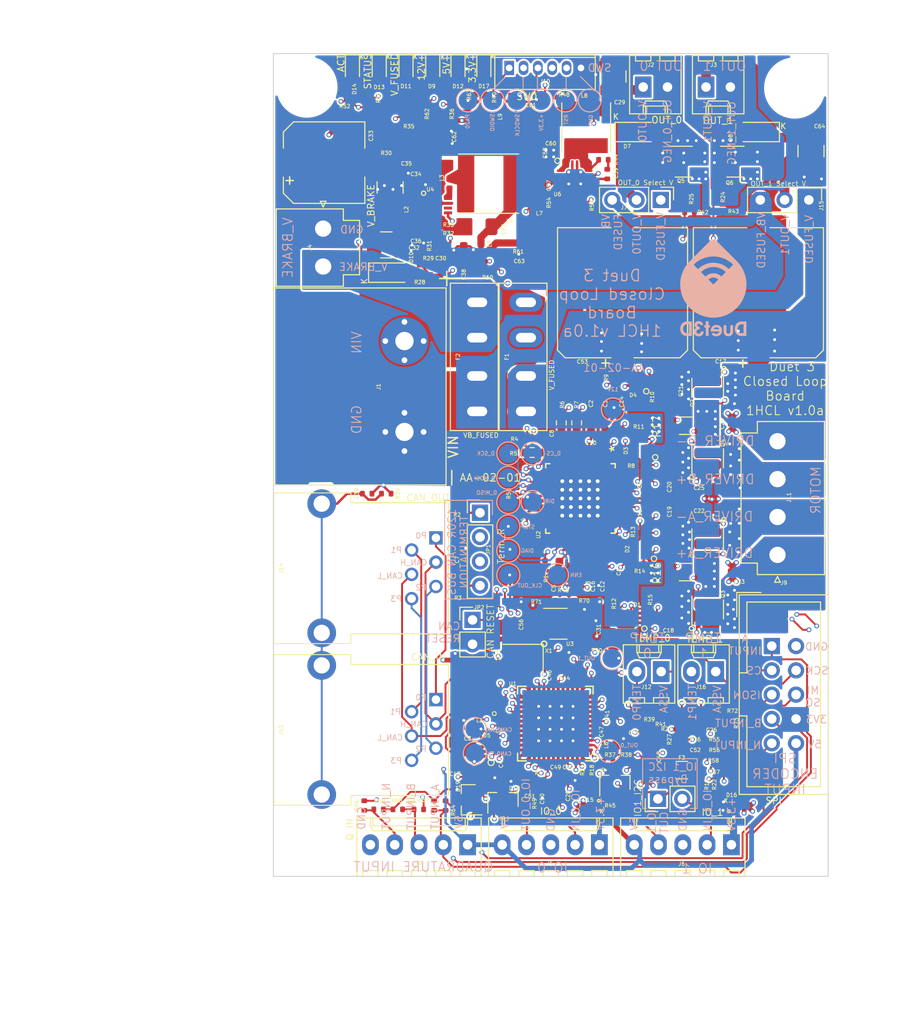
<source format=kicad_pcb>
(kicad_pcb (version 20211014) (generator pcbnew)
  (title_block (title "Duet 3 Closed Loop Board 1HCL") (date "2023-05-16") (rev "1.0a- AA-02-01") (company "Duet3D") (comment 1 "(c) Duet3D"))
  (layers (0 "F.Cu" signal) (1 "In1.Cu" power) (2 "In2.Cu" signal) (31 "B.Cu" mixed) (34 "B.Paste" user) (35 "F.Paste" user) (36 "B.SilkS" user "B.Silkscreen") (37 "F.SilkS" user "F.Silkscreen") (38 "B.Mask" user) (39 "F.Mask" user) (44 "Edge.Cuts" user))
  (net 0 "")
  (net 1 "CAN_L")
  (net 2 "CAN_H")
  (net 3 "DRIVER_ENN")
  (net 4 "5V")
  (net 5 "V_IN")
  (net 6 "SWDIO")
  (net 7 "SWDCLK")
  (net 8 "RESET")
  (net 9 "/Stepper Driver & Endstops/CANL_C")
  (net 10 "/Stepper Driver & Endstops/CANH_C")
  (net 11 "12V")
  (net 12 "OUT_1_NEG")
  (net 13 "/Processor/XOUT")
  (net 14 "/Processor/XIN")
  (net 15 "OUT_0")
  (net 16 "OUT_1")
  (net 17 "VSSA")
  (net 18 "THERMISTOR_0")
  (net 19 "TEMP_0")
  (net 20 "IO_0_IN")
  (net 21 "IO_1_IN")
  (net 22 "IO_1")
  (net 23 "BOARD_TYPE")
  (net 24 "IO_0")
  (net 25 "OUT_0_NEG")
  (net 26 "CAN0_TX")
  (net 27 "CAN0_RX")
  (net 28 "VIN_MON")
  (net 29 "IO_0_OUT")
  (net 30 "/Processor/VDDCORE")
  (net 31 "GND")
  (net 32 "/Processor/rst")
  (net 33 "/Processor/io0out")
  (net 34 "/Stepper Driver & Endstops/D0_SRBL")
  (net 35 "/Stepper Driver & Endstops/D0_SRBH")
  (net 36 "/Stepper Driver & Endstops/D0_CB2")
  (net 37 "/Stepper Driver & Endstops/D0_SRAL")
  (net 38 "/Stepper Driver & Endstops/D0_SRAH")
  (net 39 "/Stepper Driver & Endstops/D0_CA2")
  (net 40 "/Stepper Driver & Endstops/D0_VCP")
  (net 41 "V_FUSED")
  (net 42 "/Stepper Driver & Endstops/D0_CPO")
  (net 43 "/Stepper Driver & Endstops/D0_CPI")
  (net 44 "/Stepper Driver & Endstops/D0_CB1")
  (net 45 "/Stepper Driver & Endstops/D0_CA1")
  (net 46 "Net-(C33-Pad2)")
  (net 47 "/Headers/CAN_SHD_GND")
  (net 48 "/Stepper Driver & Endstops/D0_LAG1")
  (net 49 "/Stepper Driver & Endstops/D0_LAG2")
  (net 50 "/Stepper Driver & Endstops/D0_LA1")
  (net 51 "/Stepper Driver & Endstops/D0_LA2")
  (net 52 "/Stepper Driver & Endstops/D0_LBG2")
  (net 53 "/Stepper Driver & Endstops/D0_LBG1")
  (net 54 "/Stepper Driver & Endstops/D0_LB2")
  (net 55 "/Stepper Driver & Endstops/D0_LB1")
  (net 56 "/Stepper Driver & Endstops/D0_HAG1")
  (net 57 "/Stepper Driver & Endstops/D0_HBG2")
  (net 58 "/Stepper Driver & Endstops/D0_HA1")
  (net 59 "/Stepper Driver & Endstops/D0_HB2")
  (net 60 "/Stepper Driver & Endstops/D0_HBG1")
  (net 61 "/Stepper Driver & Endstops/D0_HAG2")
  (net 62 "/Stepper Driver & Endstops/D0_HB1")
  (net 63 "/Stepper Driver & Endstops/D0_HA2")
  (net 64 "IO_1_OUT")
  (net 65 "B_INPUT")
  (net 66 "A_INPUT")
  (net 67 "SPI1_MOSI")
  (net 68 "SPI1_MISO")
  (net 69 "SPI1_SCK")
  (net 70 "SPI1_CS")
  (net 71 "P_1")
  (net 72 "P_3")
  (net 73 "P_0")
  (net 74 "P_2")
  (net 75 "Net-(JP1-Pad4)")
  (net 76 "Net-(JP1-Pad1)")
  (net 77 "/Stepper Driver & Endstops/D0_SRAT")
  (net 78 "/Stepper Driver & Endstops/D0_SRBT")
  (net 79 "/Processor/io1out")
  (net 80 "DRIVER_STEP")
  (net 81 "DRIVER_DIR")
  (net 82 "DRIVER_DIAG")
  (net 83 "DRIVER_CS")
  (net 84 "DRIVER_MOSI")
  (net 85 "DRIVER_SCK")
  (net 86 "DRIVER_MISO")
  (net 87 "CLK_OUT")
  (net 88 "/Processor/led0")
  (net 89 "/Processor/led1")
  (net 90 "/Stepper Driver & Endstops/D_5VOUT")
  (net 91 "/Stepper Driver & Endstops/D_VCC")
  (net 92 "/Stepper Driver & Endstops/out0_g")
  (net 93 "/Stepper Driver & Endstops/out1_g")
  (net 94 "N_INPUT")
  (net 95 "+3.3V")
  (net 96 "Net-(C7-Pad1)")
  (net 97 "DRIVER_B2")
  (net 98 "DRIVER_A2")
  (net 99 "DRIVER_B1")
  (net 100 "DRIVER_A1")
  (net 101 "/Power/L2in")
  (net 102 "/Power/12VIN")
  (net 103 "/Power/12VCC")
  (net 104 "/Power/12VOUT")
  (net 105 "VREF_MON")
  (net 106 "VSSA_MON")
  (net 107 "/Power/5V_VCC")
  (net 108 "Net-(C59-Pad1)")
  (net 109 "/Power/5V_BST")
  (net 110 "/Power/5_VOUT")
  (net 111 "12V_MON")
  (net 112 "Net-(D9-Pad2)")
  (net 113 "Net-(D11-Pad2)")
  (net 114 "Net-(D12-Pad2)")
  (net 115 "Net-(D17-Pad2)")
  (net 116 "V_BRAKE")
  (net 117 "VB_FUSED")
  (net 118 "JUMPER0")
  (net 119 "/Power/12LX")
  (net 120 "/Power/L4_IN")
  (net 121 "/Power/5V_VSW")
  (net 122 "/Power/12MODE")
  (net 123 "/Power/5V_FB")
  (net 124 "GNDANA")
  (net 125 "PDEC0")
  (net 126 "PDEC1")
  (net 127 "PDEC2")
  (net 128 "VDDANA")
  (net 129 "Net-(R70-Pad2)")
  (net 130 "/Power/12V_FB")
  (net 131 "V_OUT0")
  (net 132 "V_OUT1")
  (net 133 "TEMP_1")
  (net 134 "CS_INPUT")
  (net 135 "SCK_INPUT")
  (net 136 "MOSI_INPUT")
  (net 137 "MISO_INPUT")
  (net 138 "THERMISTOR_1")
  (net 139 "PA20")
  (net 140 "/Stepper Driver & Endstops/D0_SRBG")
  (net 141 "/Stepper Driver & Endstops/D0_SRAG")
  (net 151 "/Stepper Driver & Endstops/D0_FETSOURCEA")
  (net 152 "/Stepper Driver & Endstops/D0_FETSOURCEB")
  (footprint "complib:JST_ZH_1x06_P1.5_B6B-ZR-SM4-TF" (layer "F.Cu") (at 48.4 65.5 180)
    (fp_text reference "J10")
    (fp_text value "SWD")
  )
  (footprint "complib:Crystal_SMD_ECS-33B-4Pin_3.2x2.5mm" (layer "F.Cu") (at 46.1 127.5 180)
    (fp_text reference "X1")
    (fp_text value "CRYSTAL_4PIN" hide)
  )
  (footprint "Resistor_SMD:R_0402_1005Metric_Wbry" (layer "F.Cu") (at 44.3 68.4 180)
    (fp_text reference "R40")
    (fp_text value "1K 1% 0.063W" hide)
  )
  (footprint "Resistor_SMD:R_0402_1005Metric_Wbry" (layer "F.Cu") (at 59.2 132.8 180)
    (fp_text reference "R39")
    (fp_text value "10K 1% 0.1W" hide)
  )
  (footprint "Resistor_SMD:R_0402_1005Metric_Wbry" (layer "F.Cu") (at 62.9 79.1 -90)
    (fp_text reference "R25")
    (fp_text value "470R 1% 0.063W" hide)
  )
  (footprint "Resistor_SMD:R_0402_1005Metric_Wbry" (layer "F.Cu") (at 66.2 79 -90)
    (fp_text reference "R24")
    (fp_text value "470R 1% 0.063W" hide)
  )
  (footprint "Resistor_SMD:R_0402_1005Metric_Wbry" (layer "F.Cu") (at 55 138)
    (fp_text reference "R37")
    (fp_text value "1K 1% 0.063W" hide)
  )
  (footprint "Resistor_SMD:R_0402_1005Metric_Wbry" (layer "F.Cu") (at 56.9 138)
    (fp_text reference "R38")
    (fp_text value "10K 1% 0.1W" hide)
  )
  (footprint "Resistor_SMD:R_0402_1005Metric_Wbry" (layer "F.Cu") (at 51.7 119.7)
    (fp_text reference "R46")
    (fp_text value "10K 1% 0.1W" hide)
  )
  (footprint "Resistor_SMD:R_0402_1005Metric_Wbry" (layer "F.Cu") (at 48.9 68.5)
    (fp_text reference "R48")
    (fp_text value "1K 1% 0.063W" hide)
  )
  (footprint "Resistor_SMD:R_0402_1005Metric_Wbry" (layer "F.Cu") (at 47.8 140.4 -90)
    (fp_text reference "R47")
    (fp_text value "10K 1% 0.1W" hide)
  )
  (footprint "MountingHole:MountingHole_3.2mm_M3" (layer "F.Cu") (at 23.5 67.5)
    (fp_text reference "M6" hide)
    (fp_text value "MOUNTING" hide)
  )
  (footprint "MountingHole:MountingHole_3.2mm_M3" (layer "F.Cu") (at 74.5 146.5)
    (fp_text reference "M5" hide)
    (fp_text value "MOUNTING" hide)
  )
  (footprint "MountingHole:MountingHole_3.2mm_M3" (layer "F.Cu") (at 74.5 67.6)
    (fp_text reference "M4" hide)
    (fp_text value "MOUNTING" hide)
  )
  (footprint "MountingHole:MountingHole_3.2mm_M3" (layer "F.Cu") (at 23.5 146.5)
    (fp_text reference "M3" hide)
    (fp_text value "MOUNTING" hide)
  )
  (footprint "Fiducial:Fiducial_1mm_Mask2mm" (layer "F.Cu") (at 45.97 87.39)
    (fp_text reference "M1" hide)
    (fp_text value "FID" hide)
  )
  (footprint "Capacitor_SMD:C_0603_1608Metric_Wbry" (layer "F.Cu") (at 56.75 133 180)
    (fp_text reference "C41")
    (fp_text value "2u2 16V 10% X5R" hide)
  )
  (footprint "Capacitor_SMD:C_0402_1005Metric_Wbry" (layer "F.Cu") (at 43.4 128.3 90)
    (fp_text reference "C45")
    (fp_text value "22p 16V 5% C0G,NP0" hide)
  )
  (footprint "Capacitor_SMD:C_0402_1005Metric_Wbry" (layer "F.Cu") (at 50.48 128 -90)
    (fp_text reference "C44")
    (fp_text value "0u1 10V 10% X7R" hide)
  )
  (footprint "Capacitor_SMD:C_0805_2012Metric" (layer "F.Cu") (at 59.1 137.2 -90)
    (fp_text reference "C48")
    (fp_text value "10u 16V 10% X7R" hide)
  )
  (footprint "Capacitor_SMD:C_0805_2012Metric" (layer "F.Cu") (at 41.3 139.3 180)
    (fp_text reference "C43")
    (fp_text value "10u 16V 10% X7R" hide)
  )
  (footprint "Capacitor_SMD:C_0402_1005Metric_Wbry" (layer "F.Cu") (at 46.7 140.42 -90)
    (fp_text reference "C51")
    (fp_text value "10n 25V 10% X7R" hide)
  )
  (footprint "Capacitor_SMD:C_0402_1005Metric_Wbry" (layer "F.Cu") (at 48.85 127.52 -90)
    (fp_text reference "C46")
    (fp_text value "22p 16V 5% C0G,NP0" hide)
  )
  (footprint "Capacitor_SMD:C_0402_1005Metric_Wbry" (layer "F.Cu") (at 49.5 139.7 -90)
    (fp_text reference "C49")
    (fp_text value "0u1 10V 10% X7R" hide)
  )
  (footprint "Capacitor_SMD:C_0402_1005Metric_Wbry" (layer "F.Cu") (at 50.8 139.7 -90)
    (fp_text reference "C42")
    (fp_text value "0u1 10V 10% X7R" hide)
  )
  (footprint "Capacitor_SMD:C_0402_1005Metric_Wbry" (layer "F.Cu") (at 55.5 135 180)
    (fp_text reference "C47")
    (fp_text value "0u1 10V 10% X7R" hide)
  )
  (footprint "Connector_Molex:Wurth_61900211121-1x02_P2.54mm_Vertical-(Molex_KK-254_AE-6410-02Acompatible)" (layer "F.Cu") (at 59.93 67.5)
    (fp_text reference "J2")
    (fp_text value "OUT_0")
  )
  (footprint "Resistor_SMD:R_0603_1608Metric_Wbry" (layer "F.Cu") (at 61.85 133 180)
    (fp_text reference "R41")
    (fp_text value "2K2 0.1% 0.2W" hide)
  )
  (footprint "Resistor_SMD:R_0402_1005Metric_Wbry" (layer "F.Cu") (at 27.66 68.21 -90)
    (fp_text reference "R52")
    (fp_text value "180R 1% 0.063W" hide)
  )
  (footprint "Resistor_SMD:R_0402_1005Metric_Wbry" (layer "F.Cu") (at 29.66 68.61)
    (fp_text reference "R51")
    (fp_text value "1K 1% 0.063W" hide)
  )
  (footprint "LED_SMD:LED_0603_1608Metric" (layer "F.Cu") (at 28.26 65.61 -90)
    (fp_text reference "D14")
    (fp_text value "ACT")
  )
  (footprint "LED_SMD:LED_0603_1608Metric" (layer "F.Cu") (at 31.06 65.61 -90)
    (fp_text reference "D13")
    (fp_text value "STATUS")
  )
  (footprint "Fiducial:Fiducial_1mm_Mask2mm" (layer "F.Cu") (at 55.8 130.5)
    (fp_text reference "M2" hide)
    (fp_text value "FID" hide)
  )
  (footprint "Capacitor_SMD:C_0402_1005Metric_Wbry" (layer "F.Cu") (at 44.6 137.9 90)
    (fp_text reference "C40")
    (fp_text value "0u1 10V 10% X7R" hide)
  )
  (footprint "Connector_Molex:Wurth_61900211121-1x02_P2.54mm_Vertical-(Molex_KK-254_AE-6410-02Acompatible)" (layer "F.Cu") (at 59.27 128.6 180)
    (fp_text reference "J12")
    (fp_text value "TEMP_0")
  )
  (footprint "Connector_JST:JST_VH_B4P-VH_1x04_P3.96mm_Vertical" (layer "F.Cu") (at 72.7 116.4 90)
    (fp_text reference "J11")
    (fp_text value "DRIVER" hide)
  )
  (footprint "NetTie:NetTie-2_SMD_Pad0.5mm" (layer "F.Cu") (at 59.4 139.5 180)
    (fp_text reference "NT1" hide)
    (fp_text value "GNDANA-GND NET TIE" hide)
  )
  (footprint "LED_SMD:LED_0603_1608Metric" (layer "F.Cu") (at 39.3 65.61 -90)
    (fp_text reference "D12")
    (fp_text value "5V+")
  )
  (footprint "Resistor_SMD:R_0402_1005Metric_Wbry" (layer "F.Cu") (at 38.66 68.81 90)
    (fp_text reference "R36")
    (fp_text value "2K2 1% 0.063W" hide)
  )
  (footprint "Resistor_SMD:R_0805_2012Metric" (layer "F.Cu") (at 34.16 69.61 90)
    (fp_text reference "R35")
    (fp_text value "10K 1% 0.33W" hide)
  )
  (footprint "LED_SMD:LED_0603_1608Metric" (layer "F.Cu") (at 33.86 65.61 -90)
    (fp_text reference "D11")
    (fp_text value "V_FUSED")
  )
  (footprint "complib:screwt-barrier-9.5mm-1x2" (layer "F.Cu") (at 33.7 98.8 -90)
    (fp_text reference "J1")
    (fp_text value "VIN")
  )
  (footprint "Resistor_SMD:R_0402_1005Metric_Wbry" (layer "F.Cu") (at 45.4 110.6 -90)
    (fp_text reference "R50")
    (fp_text value "4K7 1% 0.063W" hide)
  )
  (footprint "Resistor_SMD:R_0402_1005Metric_Wbry" (layer "F.Cu") (at 56.7 142.6 180)
    (fp_text reference "R45")
    (fp_text value "470R 1% 0.063W" hide)
  )
  (footprint "Resistor_SMD:R_0402_1005Metric_Wbry" (layer "F.Cu") (at 63.5 80.6)
    (fp_text reference "R42")
    (fp_text value "10K 1% 0.1W" hide)
  )
  (footprint "Resistor_SMD:R_0402_1005Metric_Wbry" (layer "F.Cu") (at 66.5 80.5)
    (fp_text reference "R43")
    (fp_text value "10K 1% 0.1W" hide)
  )
  (footprint "Capacitor_SMD:C_0603_1608Metric_Wbry" (layer "F.Cu") (at 54.7 102.6 -90)
    (fp_text reference "C1")
    (fp_text value "2u2 16V 10% X5R" hide)
  )
  (footprint "Capacitor_SMD:C_0603_1608Metric_Wbry" (layer "F.Cu") (at 53.2 102.6 -90)
    (fp_text reference "C2")
    (fp_text value "2u2 16V 10% X5R" hide)
  )
  (footprint "Capacitor_SMD:C_0402_1005Metric_Wbry" (layer "F.Cu") (at 40.2 134.8)
    (fp_text reference "C3")
    (fp_text value "0u1 10V 10% X7R" hide)
  )
  (footprint "Capacitor_SMD:C_0402_1005Metric_Wbry" (layer "F.Cu") (at 46.5 111.6 -90)
    (fp_text reference "C4")
    (fp_text value "0u1 10V 10% X7R" hide)
  )
  (footprint "Capacitor_SMD:C_0603_1608Metric_Wbry" (layer "F.Cu") (at 49.9 118 90)
    (fp_text reference "C5")
    (fp_text value "470n 16V 10% X7R" hide)
  )
  (footprint "Capacitor_SMD:C_0402_1005Metric_Wbry" (layer "F.Cu") (at 43.3 136 -90)
    (fp_text reference "C6")
    (fp_text value "0u1 10V 10% X7R" hide)
  )
  (footprint "Capacitor_SMD:C_0402_1005Metric_Wbry" (layer "F.Cu") (at 49.7 104.7)
    (fp_text reference "C8")
    (fp_text value "2n2 50V 10% X7R" hide)
  )
  (footprint "Capacitor_SMD:C_0603_1608Metric_Wbry" (layer "F.Cu") (at 59.2 109.1 -90)
    (fp_text reference "C9")
    (fp_text value "220n 16V 10% X7R" hide)
  )
  (footprint "Capacitor_SMD:C_0402_1005Metric_Wbry" (layer "F.Cu") (at 51.8 104.7 180)
    (fp_text reference "C10")
    (fp_text value "2n2 50V 10% X7R" hide)
  )
  (footprint "Capacitor_SMD:C_0603_1608Metric_Wbry" (layer "F.Cu") (at 56.1 115.9 -90)
    (fp_text reference "C11")
    (fp_text value "220n 16V 10% X7R" hide)
  )
  (footprint "Capacitor_SMD:C_0603_1608Metric_Wbry" (layer "F.Cu") (at 54.4 117.6 -90)
    (fp_text reference "C12")
    (fp_text value "0u1 50V  10% X7R" hide)
  )
  (footprint "Capacitor_SMD:C_0603_1608Metric_Wbry" (layer "F.Cu") (at 51.4 117.6 90)
    (fp_text reference "C13")
    (fp_text value "22n 100V 10% X7R" hide)
  )
  (footprint "Capacitor_SMD:C_0603_1608Metric_Wbry" (layer "F.Cu") (at 56.4 102.6 90)
    (fp_text reference "C14")
    (fp_text value "220n 16V 10% X7R" hide)
  )
  (footprint "Capacitor_SMD:C_0603_1608Metric_Wbry" (layer "F.Cu") (at 59.2 112.1 90)
    (fp_text reference "C15")
    (fp_text value "220n 16V 10% X7R" hide)
  )
  (footprint "Capacitor_SMD:C_0603_1608Metric_Wbry" (layer "F.Cu") (at 52.9 117.6 -90)
    (fp_text reference "C16")
    (fp_text value "0u1 100V 10% X7R" hide)
  )
  (footprint "Capacitor_SMD:C_1206_3216Metric" (layer "F.Cu") (at 61.3 121.7 -90)
    (fp_text reference "C18")
    (fp_text value "220n 100V 10% X7R" hide)
  )
  (footprint "Capacitor_SMD:C_1206_3216Metric" (layer "F.Cu") (at 61.4 114.7 90)
    (fp_text reference "C19")
    (fp_text value "220n 100V 10% X7R" hide)
  )
  (footprint "Capacitor_SMD:C_1206_3216Metric" (layer "F.Cu") (at 61.4 106.4 -90)
    (fp_text reference "C20")
    (fp_text value "220n 100V 10% X7R" hide)
  )
  (footprint "Capacitor_SMD:C_1206_3216Metric" (layer "F.Cu") (at 61.3 99.4 90)
    (fp_text reference "C21")
    (fp_text value "220n 100V 10% X7R" hide)
  )
  (footprint "Capacitor_SMD:C_0603_1608Metric_Wbry" (layer "F.Cu") (at 66.7 111.7)
    (fp_text reference "C22")
    (fp_text value "1n 100V 10% X7R" hide)
  )
  (footprint "Capacitor_SMD:C_0603_1608Metric_Wbry" (layer "F.Cu") (at 68.8 118.2)
    (fp_text reference "C23")
    (fp_text value "1n 100V 10% X7R" hide)
  )
  (footprint "Capacitor_SMD:C_0603_1608Metric_Wbry" (layer "F.Cu") (at 68.8 102.6)
    (fp_text reference "C24")
    (fp_text value "1n 100V 10% X7R" hide)
  )
  (footprint "Capacitor_SMD:C_0603_1608Metric_Wbry" (layer "F.Cu") (at 66.7 109.3)
    (fp_text reference "C25")
    (fp_text value "1n 100V 10% X7R" hide)
  )
  (footprint "Capacitor_SMD:C_1210_3225Metric" (layer "F.Cu") (at 55.5 66.4 90)
    (fp_text reference "C29")
    (fp_text value "2u2 100V 10% X7R" hide)
  )
  (footprint "Capacitor_SMD:C_0402_1005Metric_Wbry" (layer "F.Cu") (at 37.5 86.6 90)
    (fp_text reference "C30")
    (fp_text value "10n 25V 10% X7R" hide)
  )
  (footprint "Capacitor_SMD:C_1210_3225Metric" (layer "F.Cu") (at 31.8 84)
    (fp_text reference "C32")
    (fp_text value "2u2 100V 10% X7R" hide)
  )
  (footprint "Capacitor_SMD:CP_Elec_8x10" (layer "F.Cu") (at 25.3 75.4)
    (fp_text reference "C33")
    (fp_text value "22u 100V" hide)
  )
  (footprint "Capacitor_SMD:C_0603_1608Metric_Wbry" (layer "F.Cu") (at 34.9 78.4 90)
    (fp_text reference "C34")
    (fp_text value "0u1 100V 10% X7R" hide)
  )
  (footprint "Capacitor_SMD:C_1210_3225Metric" (layer "F.Cu") (at 32.2 78 90)
    (fp_text reference "C35")
    (fp_text value "2u2 100V 10% X7R" hide)
  )
  (footprint "Capacitor_SMD:C_0603_1608Metric_Wbry" (layer "F.Cu") (at 34.9 81.8 -90)
    (fp_text reference "C36")
    (fp_text value "1u 16V 10% X7R" hide)
  )
  (footprint "Capacitor_SMD:C_1206_3216Metric" (layer "F.Cu") (at 41.4 82.1 180)
    (fp_text reference "C37")
    (fp_text value "4u7 16V 10% X7S" hide)
  )
  (footprint "Capacitor_SMD:C_0603_1608Metric_Wbry" (layer "F.Cu") (at 39.9 85 90)
    (fp_text reference "C38")
    (fp_text value "1u 16V 10% X7R" hide)
  )
  (footprint "Capacitor_SMD:C_0402_1005Metric_Wbry" (layer "F.Cu") (at 29.8 110)
    (fp_text reference "C39")
    (fp_text value "10n 25V 10% X7R" hide)
  )
  (footprint "Capacitor_SMD:C_0402_1005Metric_Wbry" (layer "F.Cu") (at 62.6 136.8 180)
    (fp_text reference "C52")
    (fp_text value "2u2 6.3V 10% X7R" hide)
  )
  (footprint "Capacitor_SMD:CP_Elec_12.5x14" (layer "F.Cu") (at 56.5 89 90)
    (fp_text reference "C53")
    (fp_text value "220u 63V" hide)
  )
  (footprint "Package_TO_SOT_SMD:SOT-563" (layer "F.Cu") (at 57.5 123 180)
    (fp_text reference "D1")
    (fp_text value "BAT40V" hide)
  )
  (footprint "Package_TO_SOT_SMD:SOT-563" (layer "F.Cu") (at 58.5 115.7 180)
    (fp_text reference "D2")
    (fp_text value "BAT40V" hide)
  )
  (footprint "Package_TO_SOT_SMD:SOT-23" (layer "F.Cu") (at 55.7 140.2 90)
    (fp_text reference "D6")
    (fp_text value "BAT54C" hide)
  )
  (footprint "Diode_SMD:D_SMF" (layer "F.Cu") (at 58.1 72.2)
    (fp_text reference "D7")
    (fp_text value "60V+ 1A+" hide)
  )
  (footprint "Diode_SMD:D_SMF" (layer "F.Cu") (at 70.5 72.2 180)
    (fp_text reference "D8")
    (fp_text value "60V+ 1A+" hide)
  )
  (footprint "Diode_SMD:D_SMF" (layer "F.Cu") (at 32.35 86.9)
    (fp_text reference "D10")
    (fp_text value "60V+ 1A+" hide)
  )
  (footprint "complib:MCCQ-122-minibladefuseholder" (layer "F.Cu") (at 46.4 90 -90)
    (fp_text reference "F1")
    (fp_text value "V_FUSED")
  )
  (footprint "Connector_Molex:Wurth_61900211121-1x02_P2.54mm_Vertical-(Molex_KK-254_AE-6410-02Acompatible)" (layer "F.Cu") (at 66.5 67.5)
    (fp_text reference "J3")
    (fp_text value "OUT_1")
  )
  (footprint "Connector_Molex:Wurth_61900511121-1x05_P2.54mm_Vertical(Molex_KK-254_AE-6410-05A_Compatibe)" (layer "F.Cu") (at 35.22 146.7 180)
    (fp_text reference "J8")
    (fp_text value "Q IN")
  )
  (footprint "complib:RJ11_6P6C_half_shield" (layer "F.Cu") (at 28.1 134.7 -90)
    (fp_text reference "J13")
    (fp_text value "CAN_IN")
  )
  (footprint "complib:RJ11_6P6C_half_shield" (layer "F.Cu") (at 28.1 117.8 -90)
    (fp_text reference "J14")
    (fp_text value "CAN_OUT")
  )
  (footprint "Connector_PinHeader_2.54mm:PinHeader_1x04_P2.54mm_Vertical" (layer "F.Cu") (at 41.6 112)
    (fp_text reference "JP1")
    (fp_text value "Term_R")
  )
  (footprint "Inductor_SMD:L_0805_2012Metric" (layer "F.Cu") (at 32.3 81.4)
    (fp_text reference "L2")
    (fp_text value "4.7uH" hide)
  )
  (footprint "Inductor_SMD:L_0402_1005Metric" (layer "F.Cu") (at 38.4 77.6 90)
    (fp_text reference "L3")
    (fp_text value "120R @100mHz" hide)
  )
  (footprint "Inductor_SMD:L_Taiyo-Yuden_NR-60xx" (layer "F.Cu") (at 42.5 77.6)
    (fp_text reference "L4")
    (fp_text value "100u" hide)
  )
  (footprint "Inductor_SMD:L_0402_1005Metric" (layer "F.Cu") (at 41.7 84.5 -90)
    (fp_text reference "L5")
    (fp_text value "120R @100mHz" hide)
  )
  (footprint "Resistor_SMD:R_0402_1005Metric_Wbry" (layer "F.Cu") (at 48.4 117.5 -90)
    (fp_text reference "R1")
    (fp_text value "2R2 1% 0.063W" hide)
  )
  (footprint "Resistor_SMD:R_0402_1005Metric_Wbry" (layer "F.Cu") (at 39.2 113.5 -90)
    (fp_text reference "R2")
    (fp_text value "59R 1% 0.063W" hide)
  )
  (footprint "Resistor_SMD:R_0402_1005Metric_Wbry" (layer "F.Cu") (at 39.3 119.6 -90)
    (fp_text reference "R3")
    (fp_text value "59R 1% 0.063W" hide)
  )
  (footprint "Resistor_SMD:R_0603_1608Metric_Wbry" (layer "F.Cu") (at 47.05 104.2 180)
    (fp_text reference "R4")
    (fp_text value "47R 1% 0.063W" hide)
  )
  (footprint "Resistor_SMD:R_0603_1608Metric_Wbry" (layer "F.Cu") (at 47.05 105.7 180)
    (fp_text reference "R5")
    (fp_text value "47R 1% 0.063W" hide)
  )
  (footprint "Resistor_SMD:R_0603_1608Metric_Wbry" (layer "F.Cu") (at 50.1 102.6 90)
    (fp_text reference "R6")
    (fp_text value "47R 1% 0.063W" hide)
  )
  (footprint "Resistor_SMD:R_0603_1608Metric_Wbry" (layer "F.Cu") (at 51.7 102.6 90)
    (fp_text reference "R7")
    (fp_text value "47R 1% 0.063W" hide)
  )
  (footprint "Resistor_SMD:R_0402_1005Metric_Wbry" (layer "F.Cu") (at 58.8 107.1)
    (fp_text reference "R8")
    (fp_text value "150R  1% 0.063W" hide)
  )
  (footprint "Resistor_SMD:R_0402_1005Metric_Wbry" (layer "F.Cu") (at 55.7 98 90)
    (fp_text reference "R9")
    (fp_text value "150R  1% 0.063W" hide)
  )
  (footprint "Resistor_SMD:R_0402_1005Metric_Wbry" (layer "F.Cu") (at 59.6 98.3 90)
    (fp_text reference "R10")
    (fp_text value "150R  1% 0.063W" hide)
  )
  (footprint "Resistor_SMD:R_0402_1005Metric_Wbry" (layer "F.Cu") (at 58.2 103.8)
    (fp_text reference "R11")
    (fp_text value "150R  1% 0.063W" hide)
  )
  (footprint "Resistor_SMD:R_0402_1005Metric_Wbry" (layer "F.Cu") (at 55.6 123.1 -90)
    (fp_text reference "R12")
    (fp_text value "150R  1% 0.063W" hide)
  )
  (footprint "Resistor_SMD:R_0402_1005Metric_Wbry" (layer "F.Cu") (at 58.8 114.1)
    (fp_text reference "R13")
    (fp_text value "150R  1% 0.063W" hide)
  )
  (footprint "Resistor_SMD:R_0402_1005Metric_Wbry" (layer "F.Cu") (at 58.2 117.3)
    (fp_text reference "R14")
    (fp_text value "150R  1% 0.063W" hide)
  )
  (footprint "Resistor_SMD:R_0402_1005Metric_Wbry" (layer "F.Cu") (at 59.4 122.7 -90)
    (fp_text reference "R15")
    (fp_text value "150R  1% 0.063W" hide)
  )
  (footprint "complib:R_1206_SenseResistorKelvin" (layer "F.Cu") (at 63.0875 118.2)
    (fp_text reference "R16")
    (fp_text value "0R05 1% 1W" hide)
  )
  (footprint "complib:R_1206_SenseResistorKelvin" (layer "F.Cu") (at 63.0875 102.9)
    (fp_text reference "R17")
    (fp_text value "0R05 1% 1W" hide)
  )
  (footprint "Resistor_SMD:R_0402_1005Metric_Wbry" (layer "F.Cu") (at 53.35 140.32 -90)
    (fp_text reference "R18")
    (fp_text value "10K 1% 0.1W" hide)
  )
  (footprint "Resistor_SMD:R_0402_1005Metric_Wbry" (layer "F.Cu") (at 65.1 141.87 -90)
    (fp_text reference "R19")
    (fp_text value "10K 1% 0.1W" hide)
  )
  (footprint "Resistor_SMD:R_0402_1005Metric_Wbry" (layer "F.Cu") (at 52.32 140.31 90)
    (fp_text reference "R21")
    (fp_text value "10K 1% 0.1W" hide)
  )
  (footprint "Resistor_SMD:R_0402_1005Metric_Wbry" (layer "F.Cu") (at 66.2 141.85 90)
    (fp_text reference "R22")
    (fp_text value "10K 1% 0.1W" hide)
  )
  (footprint "Resistor_SMD:R_0402_1005Metric_Wbry" (layer "F.Cu") (at 35.3 86.6 90)
    (fp_text reference "R28")
    (fp_text value "100K 1% 0.063W" hide)
  )
  (footprint "Resistor_SMD:R_0402_1005Metric_Wbry" (layer "F.Cu") (at 36.4 86.6 90)
    (fp_text reference "R29")
    (fp_text value "5K1 1% 0.063W" hide)
  )
  (footprint "Resistor_SMD:R_0402_1005Metric_Wbry" (layer "F.Cu") (at 31.8 75.1)
    (fp_text reference "R30")
    (fp_text value "0R5 1% 0.125W" hide)
  )
  (footprint "Resistor_SMD:R_0402_1005Metric_Wbry" (layer "F.Cu") (at 37.5 84.2 180)
    (fp_text reference "R31")
    (fp_text value "0R" hide)
  )
  (footprint "Resistor_SMD:R_0402_1005Metric_Wbry" (layer "F.Cu") (at 36.8 82.8 180)
    (fp_text reference "R32")
    (fp_text value "316K 1% 0.063W" hide)
  )
  (footprint "Resistor_SMD:R_0402_1005Metric_Wbry" (layer "F.Cu") (at 36.8 81.8)
    (fp_text reference "R33")
    (fp_text value "25K5  1% 0.063W" hide)
  )
  (footprint "Resistor_SMD:R_0402_1005Metric_Wbry" (layer "F.Cu") (at 31.8 110)
    (fp_text reference "R34")
    (fp_text value "100K 1% 0.063W" hide)
  )
  (footprint "Resistor_SMD:R_0402_1005Metric_Wbry" (layer "F.Cu") (at 46.5 142.6 90)
    (fp_text reference "R49")
    (fp_text value "470R 1% 0.063W" hide)
  )
  (footprint "Package_DFN_QFN:DFN-8_2x2mm_P0.5mm" (layer "F.Cu") (at 37.3 79.9)
    (fp_text reference "U4")
    (fp_text value "MAX15062C" hide)
  )
  (footprint "Package_DFN_QFN:DFN-8-1EP_3x2mm_P0.5mm_EP1.3x1.5mm" (layer "F.Cu") (at 40.55 136.7 180)
    (fp_text reference "U5")
    (fp_text value "MCP2542" hide)
  )
  (footprint "Resistor_SMD:R_0402_1005Metric_Wbry" (layer "F.Cu") (at 52.1 79.8 180)
    (fp_text reference "R53")
    (fp_text value "10K 1% 0.1W" hide)
  )
  (footprint "Resistor_SMD:R_0402_1005Metric_Wbry" (layer "F.Cu") (at 50.1 79.8 180)
    (fp_text reference "R54")
    (fp_text value "2K2 1% 0.063W" hide)
  )
  (footprint "Capacitor_SMD:CP_Elec_12.5x14" (layer "F.Cu") (at 70.7 89 90)
    (fp_text reference "C17")
    (fp_text value "220u 63V" hide)
  )
  (footprint "Package_TO_SOT_SMD:SOT-563" (layer "F.Cu") (at 58.5 105.5 180)
    (fp_text reference "D3")
    (fp_text value "BAT40V" hide)
  )
  (footprint "Package_TO_SOT_SMD:SOT-563" (layer "F.Cu") (at 57.7 98.2 180)
    (fp_text reference "D4")
    (fp_text value "BAT40V" hide)
  )
  (footprint "complib:TMC5160-TA" (layer "F.Cu") (at 52.1 110.5 -90)
    (fp_text reference "U2")
    (fp_text value "TMC2160" hide)
  )
  (footprint "Resistor_SMD:R_0402_1005Metric_Wbry" (layer "F.Cu") (at 52.3 126.4)
    (fp_text reference "R20")
    (fp_text value "10K 1% 0.1W" hide)
  )
  (footprint "Capacitor_SMD:C_0402_1005Metric_Wbry" (layer "F.Cu") (at 39.2 115.5 -90)
    (fp_text reference "C7")
    (fp_text value "10n 25V 10% X7R" hide)
  )
  (footprint "Capacitor_SMD:C_0402_1005Metric_Wbry" (layer "F.Cu") (at 50 141.6 -90)
    (fp_text reference "C28")
    (fp_text value "2u2 6.3V 10% X7R" hide)
  )
  (footprint "Capacitor_SMD:C_0603_1608Metric_Wbry" (layer "F.Cu") (at 52.7 123.9 -90)
    (fp_text reference "C31")
    (fp_text value "1u 16V 10% X7R" hide)
  )
  (footprint "Capacitor_SMD:C_0402_1005Metric_Wbry" (layer "F.Cu") (at 48.9 141.6 -90)
    (fp_text reference "C50")
    (fp_text value "2u2 6.3V 10% X7R" hide)
  )
  (footprint "Capacitor_SMD:C_0402_1005Metric_Wbry" (layer "F.Cu") (at 59.2 135 180)
    (fp_text reference "C55")
    (fp_text value "2u2 6.3V 10% X7R" hide)
  )
  (footprint "Capacitor_SMD:C_0603_1608Metric_Wbry" (layer "F.Cu") (at 47 123.6 90)
    (fp_text reference "C56")
    (fp_text value "1u 16V 10% X7R" hide)
  )
  (footprint "Capacitor_SMD:C_0402_1005Metric_Wbry" (layer "F.Cu") (at 48.7 76.2 90)
    (fp_text reference "C57")
    (fp_text value "10n 25V 10% X7R" hide)
  )
  (footprint "Capacitor_SMD:C_0805_2012Metric" (layer "F.Cu") (at 47.1 75.1625 90)
    (fp_text reference "C58")
    (fp_text value "10u 16V 10% X7R" hide)
  )
  (footprint "Capacitor_SMD:C_0402_1005Metric_Wbry" (layer "F.Cu") (at 54.9 76.6 -90)
    (fp_text reference "C59")
    (fp_text value "0u1 10V 10% X7R" hide)
  )
  (footprint "Capacitor_SMD:C_0805_2012Metric" (layer "F.Cu") (at 48.9 71.4 -90)
    (fp_text reference "C60")
    (fp_text value "22u 25V 20% X5R" hide)
  )
  (footprint "Capacitor_SMD:C_0805_2012Metric" (layer "F.Cu") (at 47 71.4 -90)
    (fp_text reference "C61")
    (fp_text value "22u 25V 20% X5R" hide)
  )
  (footprint "Capacitor_SMD:C_0402_1005Metric_Wbry" (layer "F.Cu") (at 44.175 85.95)
    (fp_text reference "C63")
    (fp_text value "10n 25V 10% X7R" hide)
  )
  (footprint "LED_SMD:LED_0603_1608Metric" (layer "F.Cu") (at 36.66 65.61 -90)
    (fp_text reference "D9")
    (fp_text value "12V+")
  )
  (footprint "Diode_SMD:DFN1610-2L" (layer "F.Cu") (at 53.01 142.8 180)
    (fp_text reference "D15")
    (fp_text value "D_TVS_5V" hide)
  )
  (footprint "Diode_SMD:DFN1610-2L" (layer "F.Cu") (at 68.6 142.5)
    (fp_text reference "D16")
    (fp_text value "D_TVS_3.3V" hide)
  )
  (footprint "LED_SMD:LED_0603_1608Metric" (layer "F.Cu") (at 42 65.61 -90)
    (fp_text reference "D17")
    (fp_text value "3.3V+")
  )
  (footprint "complib:MCCQ-122-minibladefuseholder" (layer "F.Cu") (at 41.3 90 -90)
    (fp_text reference "F2")
    (fp_text value "VB_FUSED")
  )
  (footprint "Connector_Molex:Wurth_61900511121-1x05_P2.54mm_Vertical(Molex_KK-254_AE-6410-05A_Compatibe)" (layer "F.Cu") (at 49 146.7 180)
    (fp_text reference "J5")
    (fp_text value "IO_0")
  )
  (footprint "Connector_Molex:Wurth_61900511121-1x05_P2.54mm_Vertical(Molex_KK-254_AE-6410-05A_Compatibe)" (layer "F.Cu") (at 62.8 146.7 180)
    (fp_text reference "J6")
    (fp_text value "IO_1")
  )
  (footprint "Connector_PinHeader_2.54mm:PinHeader_1x03_P2.54mm_Vertical" (layer "F.Cu") (at 60.5 79.3 -90)
    (fp_text reference "J7")
    (fp_text value "OUT_0 Select V")
  )
  (footprint "Connector_PinHeader_2.54mm:PinHeader_1x02_P2.54mm_Vertical" (layer "F.Cu") (at 40.82 123.2)
    (fp_text reference "JP2")
    (fp_text value "CAN RESET")
  )
  (footprint "Inductor_SMD:L_0603_1608Metric" (layer "F.Cu") (at 56.6125 136.3 180)
    (fp_text reference "L6")
    (fp_text value "1K @100Mhz" hide)
  )
  (footprint "Inductor_SMD:L_0805_2012Metric" (layer "F.Cu") (at 47.1 78.6375 -90)
    (fp_text reference "L7")
    (fp_text value "100 ohm, 4 A" hide)
  )
  (footprint "Inductor_SMD:L_Wuerth_7440405xxxx" (layer "F.Cu") (at 52.7 71.7 -90)
    (fp_text reference "L8")
    (fp_text value "10u" hide)
  )
  (footprint "Inductor_SMD:L_0805_2012Metric" (layer "F.Cu") (at 44.9 71.4 90)
    (fp_text reference "L9")
    (fp_text value "100 ohm, 4 A" hide)
  )
  (footprint "Resistor_SMD:R_0402_1005Metric_Wbry" (layer "F.Cu") (at 62.6 134.6 180)
    (fp_text reference "R23")
    (fp_text value "27R 1% 0.063W" hide)
  )
  (footprint "Resistor_SMD:R_0402_1005Metric_Wbry" (layer "F.Cu") (at 62.6 135.7 180)
    (fp_text reference "R26")
    (fp_text value "4K7 1% 0.063W" hide)
  )
  (footprint "Resistor_SMD:R_0402_1005Metric_Wbry" (layer "F.Cu") (at 60.6 135.8 -90)
    (fp_text reference "R27")
    (fp_text value "10K 1% 0.1W" hide)
  )
  (footprint "Resistor_SMD:R_0402_1005Metric_Wbry" (layer "F.Cu") (at 54.5 75.1 180)
    (fp_text reference "R44")
    (fp_text value "27R 1% 0.063W" hide)
  )
  (footprint "Resistor_SMD:R_0402_1005Metric_Wbry" (layer "F.Cu") (at 42.25 86.5)
    (fp_text reference "R60")
    (fp_text value "60K4 1% 0.063W" hide)
  )
  (footprint "Resistor_SMD:R_0402_1005Metric_Wbry" (layer "F.Cu") (at 44.175 84.85)
    (fp_text reference "R61")
    (fp_text value "4K7 1% 0.063W" hide)
  )
  (footprint "Resistor_SMD:R_0402_1005Metric_Wbry" (layer "F.Cu") (at 36.06 68.81 90)
    (fp_text reference "R62")
    (fp_text value "4K7 1% 0.063W" hide)
  )
  (footprint "Resistor_SMD:R_0402_1005Metric_Wbry" (layer "F.Cu") (at 41.66 68.27 180)
    (fp_text reference "R63")
    (fp_text value "180R 1% 0.063W" hide)
  )
  (footprint "Package_DFN_QFN:QFN-48-1EP_7x7mm_P0.5mm_EP5.2x5.2mm_ThermalVias" (layer "F.Cu") (at 49.523628 134.03359 180)
    (fp_text reference "U1")
    (fp_text value "ATSAME51G19A" hide)
  )
  (footprint "Package_TO_SOT_SMD:SOT-23-5" (layer "F.Cu") (at 49.8 123.6)
    (fp_text reference "U3")
    (fp_text value "AP7366-W5-7" hide)
  )
  (footprint "Package_DFN_QFN:QFN-16-1EP_3x3mm_P0.5mm_EP1.8x1.8mm_ThermalVias" (layer "F.Cu") (at 51.5 77)
    (fp_text reference "U6")
    (fp_text value "TS30041" hide)
  )
  (footprint "Package_TO_SOT_SMD:SOT-23" (layer "F.Cu") (at 40.4 142 180)
    (fp_text reference "D18")
    (fp_text value "BAT54C" hide)
  )
  (footprint "Package_TO_SOT_SMD:SOT-23" (layer "F.Cu") (at 44 142 90)
    (fp_text reference "D19")
    (fp_text value "BAT54C" hide)
  )
  (footprint "Fuse:Fuse_1206_3216Metric" (layer "F.Cu") (at 62.7 138.9)
    (fp_text reference "F3")
    (fp_text value "VSSA FUSE" hide)
  )
  (footprint "Resistor_SMD:R_0402_1005Metric_Wbry" (layer "F.Cu") (at 38 142.6 -90)
    (fp_text reference "R64")
    (fp_text value "10K 1% 0.1W" hide)
  )
  (footprint "Resistor_SMD:R_0402_1005Metric_Wbry" (layer "F.Cu") (at 35.2 143 180)
    (fp_text reference "R65")
    (fp_text value "10K 1% 0.1W" hide)
  )
  (footprint "Resistor_SMD:R_0402_1005Metric_Wbry" (layer "F.Cu") (at 29.5 142.6 -90)
    (fp_text reference "R66")
    (fp_text value "10K 1% 0.1W" hide)
  )
  (footprint "Resistor_SMD:R_0402_1005Metric_Wbry" (layer "F.Cu") (at 36.8 142.6 90)
    (fp_text reference "R67")
    (fp_text value "10K 1% 0.1W" hide)
  )
  (footprint "Resistor_SMD:R_0402_1005Metric_Wbry" (layer "F.Cu") (at 33 143 180)
    (fp_text reference "R68")
    (fp_text value "10K 1% 0.1W" hide)
  )
  (footprint "Resistor_SMD:R_0402_1005Metric_Wbry" (layer "F.Cu") (at 31 143)
    (fp_text reference "R69")
    (fp_text value "10K 1% 0.1W" hide)
  )
  (footprint "Capacitor_SMD:C_1206_3216Metric" (layer "F.Cu") (at 41.6 72.7 180)
    (fp_text reference "C62")
    (fp_text value "4u7 16V 10% X7S" hide)
  )
  (footprint "Connector_PinHeader_2.54mm:PinHeader_1x02_P2.54mm_Vertical" (layer "F.Cu") (at 60.2 141.9 90)
    (fp_text reference "JP3" hide)
    (fp_text value "IO1_I2C")
  )
  (footprint "Connector_PinHeader_2.54mm:PinHeader_1x03_P2.54mm_Vertical" (layer "F.Cu") (at 75.98 79.3 -90)
    (fp_text reference "J15")
    (fp_text value "OUT_1 Select V")
  )
  (footprint "Connector_JST:JST_VH_B2P-VH_1x02_P3.96mm_Vertical" (layer "F.Cu") (at 25.2 82.3 -90)
    (fp_text reference "J4")
    (fp_text value "V_BRAKE")
  )
  (footprint "Capacitor_SMD:C_1210_3225Metric" (layer "F.Cu") (at 76.2 74.2 -90)
    (fp_text reference "C64")
    (fp_text value "2u2 100V 10% X7R" hide)
  )
  (footprint "Resistor_SMD:R_0402_1005Metric_Wbry" (layer "F.Cu") (at 50.9 121.2 180)
    (fp_text reference "R70")
    (fp_text value "16K 1% 0.063W" hide)
  )
  (footprint "Resistor_SMD:R_0402_1005Metric_Wbry" (layer "F.Cu") (at 49 121.2 180)
    (fp_text reference "R71")
    (fp_text value "5K1 1% 0.063W" hide)
  )
  (footprint "Capacitor_SMD:C_0603_1608Metric_Wbry" (layer "F.Cu") (at 64.4 133.7 -90)
    (fp_text reference "C26")
    (fp_text value "2u2 16V 10% X5R" hide)
  )
  (footprint "Connector_IDC:IDC-Header_2x05_P2.54mm_Vertical" (layer "F.Cu") (at 72.1 125.93)
    (fp_text reference "J9")
    (fp_text value "SPI")
  )
  (footprint "Connector_Molex:Wurth_61900211121-1x02_P2.54mm_Vertical-(Molex_KK-254_AE-6410-02Acompatible)" (layer "F.Cu") (at 64.97 128.6 180)
    (fp_text reference "J16")
    (fp_text value "TEMP_1")
  )
  (footprint "Resistor_SMD:R_0402_1005Metric_Wbry" (layer "F.Cu") (at 67.6 135.7 180)
    (fp_text reference "R55")
    (fp_text value "100R 1% 0.063W" hide)
  )
  (footprint "Resistor_SMD:R_0402_1005Metric_Wbry" (layer "F.Cu") (at 67.6 136.8 180)
    (fp_text reference "R56")
    (fp_text value "100R 1% 0.063W" hide)
  )
  (footprint "Resistor_SMD:R_0402_1005Metric_Wbry" (layer "F.Cu") (at 67.6 139 180)
    (fp_text reference "R57")
    (fp_text value "470R 1% 0.063W" hide)
  )
  (footprint "Resistor_SMD:R_0402_1005Metric_Wbry" (layer "F.Cu") (at 67.6 137.9 180)
    (fp_text reference "R58")
    (fp_text value "100R 1% 0.063W" hide)
  )
  (footprint "Resistor_SMD:R_0402_1005Metric_Wbry" (layer "F.Cu") (at 66.6 132.7 180)
    (fp_text reference "R72")
    (fp_text value "10K 1% 0.1W" hide)
  )
  (footprint "Resistor_SMD:R_0603_1608Metric_Wbry" (layer "F.Cu") (at 66.7 134)
    (fp_text reference "R73")
    (fp_text value "2K2 0.1% 0.2W" hide)
  )
  (footprint "Package_TO_SOT_SMD:SOT-23-6-DMN6040SVT" (layer "F.Cu") (at 68.3 75.3)
    (fp_text reference "Q6")
    (fp_text value "DMN6040SVT" hide)
  )
  (footprint "complib:Wurth_CM_Choke_1812_744235nnn" (layer "F.Cu") (at 40.789752 130.289752 90)
    (fp_text reference "L1")
    (fp_text value "CM Choke" hide)
  )
  (footprint "complib:Vishay_PowerPAIR3x3S" (layer "F.Cu") (at 65.4 106.3 90)
    (fp_text reference "Q4")
    (fp_text value "SIZ250DT" hide)
  )
  (footprint "complib:Vishay_PowerPAIR3x3S" (layer "F.Cu") (at 65.4 114.7 -90)
    (fp_text reference "Q1")
    (fp_text value "SIZ250DT" hide)
  )
  (footprint "complib:Vishay_PowerPAIR3x3S" (layer "F.Cu") (at 65.4 98.9375 -90)
    (fp_text reference "Q2")
    (fp_text value "SIZ250DT" hide)
  )
  (footprint "complib:Vishay_PowerPAIR3x3S" (layer "F.Cu") (at 65.4 122.1 90)
    (fp_text reference "Q3")
    (fp_text value "SIZ250DT" hide)
  )
  (footprint "Package_TO_SOT_SMD:SOT-23-6-DMN6040SVT" (layer "F.Cu") (at 62.9 75.3)
    (fp_text reference "Q5")
    (fp_text value "DMN6040SVT" hide)
  )
  (footprint "complib:LOGO_NEW_Duet3D_vertical_6mm" (layer "B.Cu") (at 66 88.4 180)
    (fp_text reference "M7" hide)
    (fp_text value "Duet3D_Logo" hide)
  )
  (footprint "TestPoint:TestPoint_Pad_D2.0mm" (layer "B.Cu") (at 44.56 115.96)
    (fp_text reference "TP3" hide)
    (fp_text value "DIAG")
  )
  (footprint "TestPoint:TestPoint_Pad_D2.0mm" (layer "B.Cu") (at 53.06 68.9)
    (fp_text reference "TP15" hide)
    (fp_text value "GND")
  )
  (footprint "TestPoint:TestPoint_Pad_D2.0mm" (layer "B.Cu") (at 47.1 110.88)
    (fp_text reference "TP2" hide)
    (fp_text value "DIR")
  )
  (footprint "TestPoint:TestPoint_Pad_D2.0mm" (layer "B.Cu") (at 49.64 118.5)
    (fp_text reference "TP4" hide)
    (fp_text value "ENN")
  )
  (footprint "TestPoint:TestPoint_Pad_D2.0mm" (layer "B.Cu") (at 55.1 136.9)
    (fp_text reference "TP10" hide)
    (fp_text value "OUT_0")
  )
  (footprint "TestPoint:TestPoint_Pad_D2.0mm" (layer "B.Cu") (at 55.4 127.2)
    (fp_text reference "TP11" hide)
    (fp_text value "OUT_1")
  )
  (footprint "TestPoint:TestPoint_Pad_D2.0mm" (layer "B.Cu") (at 47.1 105.8)
    (fp_text reference "TP5" hide)
    (fp_text value "D_CS")
  )
  (footprint "TestPoint:TestPoint_Pad_D2.0mm" (layer "B.Cu") (at 44.56 108.34)
    (fp_text reference "TP6" hide)
    (fp_text value "D_MOSI")
  )
  (footprint "TestPoint:TestPoint_Pad_D2.0mm" (layer "B.Cu") (at 44.56 105.8)
    (fp_text reference "TP7" hide)
    (fp_text value "D_SCK")
  )
  (footprint "TestPoint:TestPoint_Pad_D2.0mm" (layer "B.Cu") (at 44.56 110.88)
    (fp_text reference "TP8" hide)
    (fp_text value "D_MISO")
  )
  (footprint "TestPoint:TestPoint_Pad_D2.0mm" (layer "B.Cu") (at 42.9 68.9)
    (fp_text reference "TP9" hide)
    (fp_text value "SWDIO")
  )
  (footprint "TestPoint:TestPoint_Pad_D2.0mm" (layer "B.Cu") (at 47.98 68.9)
    (fp_text reference "TP13" hide)
    (fp_text value "+3.3V")
  )
  (footprint "TestPoint:TestPoint_Pad_D2.0mm" (layer "B.Cu") (at 50.52 68.9)
    (fp_text reference "TP14" hide)
    (fp_text value "RST")
  )
  (footprint "TestPoint:TestPoint_Pad_D2.0mm" (layer "B.Cu") (at 45.44 68.9)
    (fp_text reference "TP12" hide)
    (fp_text value "SWDCLK")
  )
  (footprint "TestPoint:TestPoint_Pad_D2.0mm" (layer "B.Cu") (at 40.35 68.9)
    (fp_text reference "TP16" hide)
    (fp_text value "PA20")
  )
  (footprint "TestPoint:TestPoint_Pad_D2.0mm" (layer "B.Cu") (at 41.06 137.14)
    (fp_text reference "TP17" hide)
    (fp_text value "CAN0_TX")
  )
  (footprint "TestPoint:TestPoint_Pad_D2.0mm" (layer "B.Cu") (at 41.06 134.6 90)
    (fp_text reference "TP18" hide)
    (fp_text value "CAN0_RX")
  )
  (footprint "TestPoint:TestPoint_Pad_D2.0mm" (layer "B.Cu") (at 44.56 113.42)
    (fp_text reference "TP1" hide)
    (fp_text value "STEP")
  )
  (footprint "TestPoint:TestPoint_Pad_D2.0mm" (layer "B.Cu") (at 44.56 118.5)
    (fp_text reference "TP19" hide)
    (fp_text value "CLK_OUT")
  )
  (footprint "TestPoint:TestPoint_Pad_D2.0mm" (layer "B.Cu") (at 55.5 101.2 180)
    (fp_text reference "TP20" hide)
    (fp_text value "12V")
  )
  (gr_line (start 42.9 110.7) (end 42.9 112.2) (layer "B.SilkS") (width 0.1))
  (gr_line (start 42.8 121) (end 37.9 121) (layer "B.SilkS") (width 0.1))
  (gr_line (start 47.6 67.8) (end 47.6 66.5) (layer "B.SilkS") (width 0.1))
  (gr_line (start 52.1 66.4) (end 53.6 67.9) (layer "B.SilkS") (width 0.1))
  (gr_line (start 58.6 142.9) (end 59 142.9) (layer "B.SilkS") (width 0.1))
  (gr_line (start 37.9 110.7) (end 42.9 110.7) (layer "B.SilkS") (width 0.1))
  (gr_line (start 58.6 142.9) (end 58.6 137.7) (layer "B.SilkS") (width 0.1))
  (gr_line (start 42.9 114.6) (end 42.9 121) (layer "B.SilkS") (width 0.1))
  (gr_line (start 58.6 137.7) (end 64.3 137.7) (layer "B.SilkS") (width 0.1))
  (gr_line (start 64.3 142.9) (end 63.6 142.9) (layer "B.SilkS") (width 0.1))
  (gr_line (start 64.3 137.7) (end 64.3 142.9) (layer "B.SilkS") (width 0.1))
  (gr_line (start 37.9 121) (end 37.9 110.7) (layer "B.SilkS") (width 0.1))
  (gr_line (start 46.1 68) (end 46.1 66.5) (layer "B.SilkS") (width 0.1))
  (gr_line (start 50.6 67.7) (end 50.6 66.4) (layer "B.SilkS") (width 0.1))
  (gr_line (start 44.2 66.5) (end 43 67.7) (layer "B.SilkS") (width 0.1))
  (gr_line (start 78 150) (end 78 64) (layer "Edge.Cuts") (width 0.1))
  (gr_line (start 78 64) (end 20 64) (layer "Edge.Cuts") (width 0.1))
  (gr_line (start 20 150) (end 20 64) (layer "Edge.Cuts") (width 0.1))
  (gr_line (start 20 150) (end 78 150) (layer "Edge.Cuts") (width 0.1))
  (gr_text "VIN       GND" (at 28.7 98.4 90) (layer "B.SilkS") (effects (font (size 1 1) (thickness 0.1)) (justify mirror)))
  (gr_text "Duet 3\nClosed Loop\nBoard\n1HCL v1.0a" (at 55.4 90.1) (layer "B.SilkS") (effects (font (size 1.2 1.2) (thickness 0.12)) (justify mirror)))
  (gr_text "SWD" (at 54.1 65.5) (layer "B.SilkS") (effects (font (size 0.8 0.8) (thickness 0.1)) (justify mirror)))
  (gr_text "V_OUT0" (at 58.6 73.3 90) (layer "B.SilkS") (effects (font (size 0.8 0.8) (thickness 0.1)) (justify right mirror)))
  (gr_text "OUT_0_NEG" (at 61.2 75.5 90) (layer "B.SilkS") (effects (font (size 0.8 0.8) (thickness 0.1)) (justify right mirror)))
  (gr_text "OUT_1_NEG" (at 67.9 75.7 90) (layer "B.SilkS") (effects (font (size 0.8 0.8) (thickness 0.1)) (justify right mirror)))
  (gr_text "V_OUT1" (at 65.4 73.4 90) (layer "B.SilkS") (effects (font (size 0.8 0.8) (thickness 0.1)) (justify right mirror)))
  (gr_text "DRIVER_B-" (at 62 104.5) (layer "B.SilkS") (effects (font (size 1 1) (thickness 0.1)) (justify right mirror)))
  (gr_text "DRIVER_B+" (at 62 108.5) (layer "B.SilkS") (effects (font (size 1 1) (thickness 0.1)) (justify right mirror)))
  (gr_text "DRIVER_A-" (at 62 112.4) (layer "B.SilkS") (effects (font (size 1 1) (thickness 0.1)) (justify right mirror)))
  (gr_text "DRIVER_A+" (at 62 116.2) (layer "B.SilkS") (effects (font (size 1 1) (thickness 0.1)) (justify right mirror)))
  (gr_text "VSSA" (at 60.8 133 90) (layer "B.SilkS") (effects (font (size 0.8 0.8) (thickness 0.1)) (justify right mirror)))
  (gr_text "TEMP0" (at 58 133.8 90) (layer "B.SilkS") (effects (font (size 0.8 0.8) (thickness 0.1)) (justify right mirror)))
  (gr_text "5V" (at 75.8 136.2) (layer "B.SilkS") (effects (font (size 0.8 0.8) (thickness 0.1)) (justify right mirror)))
  (gr_text "IO_0_IN" (at 51.6 145.4 90) (layer "B.SilkS") (effects (font (size 0.8 0.8) (thickness 0.1)) (justify right mirror)))
  (gr_text "GND" (at 49 145.4 90) (layer "B.SilkS") (effects (font (size 0.8 0.8) (thickness 0.1)) (justify right mirror)))
  (gr_text "IO_0_OUT" (at 46.4 145.3 90) (layer "B.SilkS") (effects (font (size 0.8 0.8) (thickness 0.1)) (justify right mirror)))
  (gr_text "IO_1\nOUT" (at 60.2 145.6 90) (layer "B.SilkS") (effects (font (size 0.8 0.8) (thickness 0.1)) (justify right mirror)))
  (gr_text "IO_1_IN" (at 65.4 145.4 90) (layer "B.SilkS") (effects (font (size 0.8 0.8) (thickness 0.1)) (justify right mirror)))
  (gr_text "GND" (at 62.8 145.4 90) (layer "B.SilkS") (effects (font (size 0.8 0.8) (thickness 0.1)) (justify right mirror)))
  (gr_text "5V" (at 57.7 145.3 90) (layer "B.SilkS") (effects (font (size 0.8 0.8) (thickness 0.1)) (justify right mirror)))
  (gr_text "CS" (at 69.4 128.5) (layer "B.SilkS") (effects (font (size 0.8 0.8) (thickness 0.1)) (justify right mirror)))
  (gr_text "MI\nSO" (at 76.4 131.2) (layer "B.SilkS") (effects (font (size 0.8 0.8) (thickness 0.1)) (justify mirror)))
  (gr_text "SCK" (at 75.6 128.5) (layer "B.SilkS") (effects (font (size 0.8 0.8) (thickness 0.1)) (justify right mirror)))
  (gr_text "+3.3V" (at 54.2 145.3 90) (layer "B.SilkS") (effects (font (size 0.8 0.8) (thickness 0.1)) (justify right mirror)))
  (gr_text "MOSI" (at 71 131 180) (layer "B.SilkS") (effects (font (size 0.8 0.8) (thickness 0.1)) (justify right mirror)))
  (gr_text "GND" (at 75.5 126) (layer "B.SilkS") (effects (font (size 0.8 0.8) (thickness 0.1)) (justify right mirror)))
  (gr_text "5V" (at 39.4 145.1 90) (layer "B.SilkS") (effects (font (size 0.8 0.8) (thickness 0.1)) (justify right mirror)))
  (gr_text "A_INPUT" (at 36.9 145.2 90) (layer "B.SilkS") (effects (font (size 0.8 0.8) (thickness 0.1)) (justify right mirror)))
  (gr_text "B_INPUT" (at 34.4 145.2 90) (layer "B.SilkS") (effects (font (size 0.8 0.8) (thickness 0.1)) (justify right mirror)))
  (gr_text "N_INPUT" (at 31.8 145.2 90) (layer "B.SilkS") (effects (font (size 0.8 0.8) (thickness 0.1)) (justify right mirror)))
  (gr_text "GND" (at 29.2 145.2 90) (layer "B.SilkS") (effects (font (size 0.8 0.8) (thickness 0.1)) (justify right mirror)))
  (gr_text "SPI\nENCODER\nINPUT" (at 73.5 139.3) (layer "B.SilkS") (effects (font (size 1 1) (thickness 0.1)) (justify mirror)))
  (gr_text "QUADRATURE INPUT" (at 28.3 149) (layer "B.SilkS") (effects (font (size 1 1) (thickness 0.1)) (justify right mirror)))
  (gr_text "IO 1" (at 62.6 149.2) (layer "B.SilkS") (effects (font (size 1 1) (thickness 0.1)) (justify right mirror)))
  (gr_text "IO 0" (at 47.5 149.1) (layer "B.SilkS") (effects (font (size 1 1) (thickness 0.1)) (justify right mirror)))
  (gr_text "TEMP\n0" (at 59.1 125.9) (layer "B.SilkS") (effects (font (size 1 1) (thickness 0.1)) (justify mirror)))
  (gr_text "MOTOR" (at 76.7 112.2 90) (layer "B.SilkS") (effects (font (size 1 1) (thickness 0.1)) (justify right mirror)))
  (gr_text "OUT 1" (at 64.8 65.3) (layer "B.SilkS") (effects (font (size 1 1) (thickness 0.1)) (justify right mirror)))
  (gr_text "OUT 0" (at 58.2 65.3) (layer "B.SilkS") (effects (font (size 1 1) (thickness 0.1)) (justify right mirror)))
  (gr_text "CAN_L" (at 30.8 118.6) (layer "B.SilkS") (effects (font (size 0.6 0.6) (thickness 0.08)) (justify right mirror)))
  (gr_text "CAN_H" (at 33.2 117.2) (layer "B.SilkS") (effects (font (size 0.6 0.6) (thickness 0.08)) (justify right mirror)))
  (gr_text "P1" (at 32.2 115.9) (layer "B.SilkS") (effects (font (size 0.6 0.6) (thickness 0.08)) (justify right mirror)))
  (gr_text "GND" (at 28.2 82.4) (layer "B.SilkS") (effects (font (size 0.8 0.8) (thickness 0.1)) (justify mirror)))
  (gr_text "V_BRAKE" (at 29.4 86.3) (layer "B.SilkS") (effects (font (size 0.8 0.8) (thickness 0.1)) (justify mirror)))
  (gr_text "V_BRAKE" (at 21.5 84.3 90) (layer "B.SilkS") (effects (font (size 1 1) (thickness 0.1)) (justify mirror)))
  (gr_text "VB\nFUSED" (at 55.4 80.7 90) (layer "B.SilkS") (effects (font (size 0.8 0.8) (thickness 0.1)) (justify left mirror)))
  (gr_text "V_FUSED" (at 60.5 80.5 90) (layer "B.SilkS") (effects (font (size 0.8 0.8) (thickness 0.1)) (justify left mirror)))
  (gr_text "V_OUT0" (at 58 80.6 90) (layer "B.SilkS") (effects (font (size 0.8 0.8) (thickness 0.1)) (justify left mirror)))
  (gr_text "CAN\nRESET" (at 39.6 124.5) (layer "B.SilkS") (effects (font (size 0.8 0.8) (thickness 0.1)) (justify left mirror)))
  (gr_text "+3.3V" (at 67.9 145.4 90) (layer "B.SilkS") (effects (font (size 0.8 0.8) (thickness 0.1)) (justify right mirror)))
  (gr_text "3V3" (at 75.6 133.6) (layer "B.SilkS") (effects (font (size 0.8 0.8) (thickness 0.1)) (justify right mirror)))
  (gr_text "VB_FUSED" (at 71 80.5 90) (layer "B.SilkS") (effects (font (size 0.8 0.8) (thickness 0.1)) (justify left mirror)))
  (gr_text "V_OUT1" (at 73.5 80.7 90) (layer "B.SilkS") (effects (font (size 0.8 0.8) (thickness 0.1)) (justify left mirror)))
  (gr_text "V_FUSED" (at 76 80.8 90) (layer "B.SilkS") (effects (font (size 0.8 0.8) (thickness 0.1)) (justify left mirror)))
  (gr_text "P0" (at 34.8 114.4) (layer "B.SilkS") (effects (font (size 0.6 0.6) (thickness 0.08)) (justify right mirror)))
  (gr_text "P2" (at 34.8 119.8) (layer "B.SilkS") (effects (font (size 0.6 0.6) (thickness 0.08)) (justify right mirror)))
  (gr_text "P3" (at 32.2 121) (layer "B.SilkS") (effects (font (size 0.6 0.6) (thickness 0.08)) (justify right mirror)))
  (gr_text "CAN_H" (at 33.2 134.1) (layer "B.SilkS") (effects (font (size 0.6 0.6) (thickness 0.08)) (justify right mirror)))
  (gr_text "P1" (at 32.1 132.8) (layer "B.SilkS") (effects (font (size 0.6 0.6) (thickness 0.08)) (justify right mirror)))
  (gr_text "CAN_L" (at 30.8 135.5) (layer "B.SilkS") (effects (font (size 0.6 0.6) (thickness 0.08)) (justify right mirror)))
  (gr_text "P0" (at 34.8 131.3) (layer "B.SilkS") (effects (font (size 0.6 0.6) (thickness 0.08)) (justify right mirror)))
  (gr_text "P3" (at 32.2 137.9) (layer "B.SilkS") (effects (font (size 0.6 0.6) (thickness 0.08)) (justify right mirror)))
  (gr_text "P2" (at 34.8 136.7) (layer "B.SilkS") (effects (font (size 0.6 0.6) (thickness 0.08)) (justify right mirror)))
  (gr_text "120R CAN BUS\nTERMINATION" (at 39.3 116.1 90) (layer "B.SilkS") (effects (font (size 0.8 0.8) (thickness 0.1)) (justify mirror)))
  (gr_text "TEMP\n1" (at 64.9 125.9) (layer "B.SilkS") (effects (font (size 1 1) (thickness 0.1)) (justify mirror)))
  (gr_text "VSSA" (at 66.4 133 90) (layer "B.SilkS") (effects (font (size 0.8 0.8) (thickness 0.1)) (justify right mirror)))
  (gr_text "TEMP1" (at 63.8 133.8 90) (layer "B.SilkS") (effects (font (size 0.8 0.8) (thickness 0.1)) (justify right mirror)))
  (gr_text "5V" (at 44.2 145.1 90) (layer "B.SilkS") (effects (font (size 0.8 0.8) (thickness 0.1)) (justify right mirror)))
  (gr_text "B_INPUT" (at 66.1 134) (layer "B.SilkS") (effects (font (size 0.8 0.8) (thickness 0.1)) (justify right mirror)))
  (gr_text "A\nINPUT" (at 69.3 125.8) (layer "B.SilkS") (effects (font (size 0.8 0.8) (thickness 0.1)) (justify mirror)))
  (gr_text "N_INPUT" (at 66 136.3) (layer "B.SilkS") (effects (font (size 0.8 0.8) (thickness 0.1)) (justify right mirror)))
  (gr_text "IO_1 I2C\nBypass" (at 59.1 139.2) (layer "B.SilkS") (effects (font (size 0.8 0.8) (thickness 0.1)) (justify right mirror)))
  (gr_text "AA-02-01" (at 55.59 96.85) (layer "B.SilkS") (effects (font (size 0.8 0.8) (thickness 0.1)) (justify mirror)))
  (gr_text "AA-02-01" (at 42.67 108.33) (layer "F.SilkS") (effects (font (size 0.8 0.8) (thickness 0.1))))
  (gr_text "  Duet 3\nClosed Loop\nBoard\n1HCL v1.0a" (at 73.5 99.02) (layer "F.SilkS") (effects (font (size 0.95 0.95) (thickness 0.1))))
  (gr_text "+" (at 39.46 87.67 180) (layer "F.SilkS") (effects (font (size 2 2)) (justify left)))
  (gr_text "-" (at 38.8 107 270) (layer "F.SilkS") (effects (font (size 2 2)) (justify left)))
  (segment (start 34.45 135.335) (end 34.45 134.345051) (width 0.2) (layer "F.Cu") (net 1))
  (segment (start 37.470019 135.335) (end 34.45 135.335) (width 0.2) (layer "F.Cu") (net 1))
  (segment (start 38.83 130.9) (end 38.590241 131.139759) (width 0.2) (layer "F.Cu") (net 1))
  (segment (start 39.279503 130.9) (end 38.83 130.9) (width 0.2) (layer "F.Cu") (net 1))
  (segment (start 33.449999 119.435001) (end 33.750001 119.134999) (width 0.2) (layer "F.Cu") (net 1))
  (segment (start 33.750001 119.134999) (end 34.45 118.435) (width 0.2) (layer "F.Cu") (net 1))
  (segment (start 38.1 134.705019) (end 37.470019 135.335) (width 0.2) (layer "F.Cu") (net 1))
  (segment (start 38.1 133.469652) (end 38.1 134.705019) (width 0.2) (layer "F.Cu") (net 1))
  (segment (start 41.714751 128.464752) (end 39.279503 130.9) (width 0.2) (layer "F.Cu") (net 1))
  (segment (start 38.590241 132.97941) (end 38.1 133.469652) (width 0.2) (layer "F.Cu") (net 1))
  (segment (start 33.449999 133.34505) (end 33.449999 119.435001) (width 0.2) (layer "F.Cu") (net 1))
  (segment (start 38.590241 131.139759) (end 38.590241 132.97941) (width 0.2) (layer "F.Cu") (net 1))
  (segment (start 34.45 134.345051) (end 33.449999 133.34505) (width 0.2) (layer "F.Cu") (net 1))
  (segment (start 35.900009 118.254991) (end 36.290001 117.864999) (width 0.2) (layer "F.Cu") (net 2))
  (segment (start 36.99 134.065) (end 35.900009 132.975009) (width 0.2) (layer "F.Cu") (net 2))
  (segment (start 36.99 133.945006) (end 36.99 134.065) (width 0.2) (layer "F.Cu") (net 2))
  (segment (start 35.900009 132.975009) (end 35.900009 118.254991) (width 0.2) (layer "F.Cu") (net 2))
  (segment (start 37.99049 132.944516) (end 36.99 133.945006) (width 0.2) (layer "F.Cu") (net 2))
  (segment (start 37.99049 129.939013) (end 37.99049 132.944516) (width 0.2) (layer "F.Cu") (net 2))
  (segment (start 39.464751 128.464752) (end 37.99049 129.939013) (width 0.2) (layer "F.Cu") (net 2))
  (segment (start 36.290001 117.864999) (end 36.99 117.165) (width 0.2) (layer "F.Cu") (net 2))
  (segment (start 50.436552 115.862392) (end 50.324773 115.862392) (width 0.25) (layer "F.Cu") (net 3))
  (segment (start 51.3 119.6) (end 50.700006 119.6) (width 0.2) (layer "F.Cu") (net 3))
  (segment (start 54.276842 132.28359) (end 54.326852 132.23358) (width 0.2) (layer "F.Cu") (net 3))
  (segment (start 50.85 114.6148) (end 50.85 115.448944) (width 0.25) (layer "F.Cu") (net 3))
  (segment (start 50.324773 115.862392) (end 50.088851 116.098314) (width 0.25) (layer "F.Cu") (net 3))
  (segment (start 50.85 115.448944) (end 50.436552 115.862392) (width 0.25) (layer "F.Cu") (net 3))
  (segment (start 50.700006 119.6) (end 50.5 119.800006) (width 0.2) (layer "F.Cu") (net 3))
  (segment (start 52.973628 132.28359) (end 54.276842 132.28359) (width 0.2) (layer "F.Cu") (net 3))
  (via (at 50.088851 116.098314) (size 0.5) (drill 0.3) (layers "F.Cu" "B.Cu") (net 3))
  (via (at 50.5 119.800006) (size 0.5) (drill 0.3) (layers "F.Cu" "B.Cu") (net 3))
  (via (at 54.326852 132.23358) (size 0.5) (drill 0.3) (layers "F.Cu" "B.Cu") (net 3))
  (segment (start 50.64 116.649463) (end 50.088851 116.098314) (width 0.2) (layer "B.Cu") (net 3))
  (segment (start 50.5 119.36) (end 49.64 118.5) (width 0.2) (layer "B.Cu") (net 3))
  (segment (start 50.64 117.5) (end 50.64 116.649463) (width 0.2) (layer "B.Cu") (net 3))
  (segment (start 49.64 118.5) (end 50.64 117.5) (width 0.2) (layer "B.Cu") (net 3))
  (segment (start 50.5 119.800006) (end 50.5 119.36) (width 0.2) (layer "B.Cu") (net 3))
  (segment (start 44.9 72.3375) (end 44.5375 72.7) (width 0.75) (layer "F.Cu") (net 4))
  (segment (start 42.60048 136.299159) (end 43.3 135.599639) (width 0.2) (layer "F.Cu") (net 4))
  (segment (start 44.9 72.4375) (end 44.9 72.3375) (width 0.75) (layer "F.Cu") (net 4))
  (segment (start 45.75 125.2) (end 43.7 125.2) (width 0.5) (layer "F.Cu") (net 4))
  (segment (start 43.5 135.3) (end 43.3 135.5) (width 0.2) (layer "F.Cu") (net 4))
  (segment (start 43.3625 72.6625) (end 41.7 71) (width 0.5) (layer "F.Cu") (net 4))
  (segment (start 53.82 142.8) (end 57.72 146.7) (width 0.5) (layer "F.Cu") (net 4))
  (segment (start 47 124.45) (end 48.6 124.45) (width 0.25) (layer "F.Cu") (net 4))
  (segment (start 44 135.3) (end 43.5 135.3) (width 0.2) (layer "F.Cu") (net 4))
  (segment (start 26.5 71.8) (end 36.4 71.8) (width 0.5) (layer "F.Cu") (net 4))
  (segment (start 41.7 71) (end 39.699996 71) (width 0.5) (layer "F.Cu") (net 4))
  (segment (start 36.4 71.8) (end 37.2 71) (width 0.5) (layer "F.Cu") (net 4))
  (segment (start 53.6225 142.8) (end 53.82 142.8) (width 0.5) (layer "F.Cu") (net 4))
  (segment (start 49.555001 124.474999) (end 49.555001 123.039999) (width 0.25) (layer "F.Cu") (net 4))
  (segment (start 42 136.45) (end 42.45 136.45) (width 0.2) (layer "F.Cu") (net 4))
  (segment (start 46.5 124.45) (end 45.75 125.2) (width 0.5) (layer "F.Cu") (net 4))
  (segment (start 47 124.45) (end 46.5 124.45) (width 0.5) (layer "F.Cu") (net 4))
  (segment (start 42.60048 136.29952) (end 42.60048 136.299159) (width 0.2) (layer "F.Cu") (net 4))
  (segment (start 48.7 124.55) (end 49.48 124.55) (width 0.25) (layer "F.Cu") (net 4))
  (segment (start 48.6 124.45) (end 48.7 124.55) (width 0.25) (layer "F.Cu") (net 4))
  (segment (start 42.45 136.45) (end 42.60048 136.29952) (width 0.2) (layer "F.Cu") (net 4))
  (segment (start 44.5375 72.7) (end 43 72.7) (width 0.75) (layer "F.Cu") (net 4))
  (segment (start 43.3 135.599639) (end 43.3 135.5) (width 0.2) (layer "F.Cu") (net 4))
  (segment (start 38.66 69.31) (end 37.76 69.31) (width 0.2) (layer "F.Cu") (net 4))
  (segment (start 25.8 72.5) (end 26.5 71.8) (width 0.5) (layer "F.Cu") (net 4))
  (segment (start 43.7 125.2) (end 41.5 127.4) (width 0.5) (layer "F.Cu") (net 4))
  (segment (start 37.2 71) (end 39.699996 71) (width 0.5) (layer "F.Cu") (net 4))
  (segment (start 49.48 124.55) (end 49.555001 124.474999) (width 0.25) (layer "F.Cu") (net 4))
  (segment (start 49.165002 122.65) (end 48.7 122.65) (width 0.25) (layer "F.Cu") (net 4))
  (segment (start 49.555001 123.039999) (end 49.165002 122.65) (width 0.25) (layer "F.Cu") (net 4))
  (segment (start 41.5 127.4) (end 37.7 127.4) (width 0.5) (layer "F.Cu") (net 4))
  (via (at 25.8 72.5) (size 0.5) (drill 0.3) (layers "F.Cu" "B.Cu") (net 4))
  (via (at 37.8 138.8) (size 0.5) (drill 0.3) (layers "F.Cu" "B.Cu") (net 4))
  (via (at 44 135.3) (size 0.5) (drill 0.3) (layers "F.Cu" "B.Cu") (net 4))
  (via (at 37.7 127.4) (size 0.5) (drill 0.3) (layers "F.Cu" "B.Cu") (net 4))
  (via (at 37.76 69.31) (size 0.5) (drill 0.3) (layers "F.Cu" "B.Cu") (net 4))
  (via (at 39.699996 71) (size 0.5) (drill 0.3) (layers "F.Cu" "B.Cu") (net 4))
  (segment (start 58.3 148.3) (end 58.8 148.8) (width 0.5) (layer "B.Cu") (net 4))
  (segment (start 58.3 148.3) (end 57.41 149.19) (width 0.5) (layer "B.Cu") (net 4))
  (segment (start 58.8 148.8) (end 69.5 148.8) (width 0.5) (layer "B.Cu") (net 4))
  (segment (start 58.3 147.28) (end 58.3 148.3) (width 0.5) (layer "B.Cu") (net 4))
  (segment (start 57.41 149.19) (end 46.41 149.19) (width 0.5) (layer "B.Cu") (net 4))
  (segment (start 37.8 139.153553) (end 38 139.353553) (width 0.25) (layer "B.Cu") (net 4))
  (segment (start 74.64 140.06) (end 74.64 136.09) (width 0.5) (layer "B.Cu") (net 4))
  (segment (start 69.99 144.71) (end 74.64 140.06) (width 0.5) (layer "B.Cu") (net 4))
  (segment (start 46.41 149.19) (end 43.92 146.7) (width 0.5) (layer "B.Cu") (net 4))
  (segment (start 37.8 138.8) (end 37.8 139.153553) (width 0.25) (layer "B.Cu") (net 4))
  (segment (start 38 139.353553) (end 38 144.4) (width 0.25) (layer "B.Cu") (net 4))
  (segment (start 69.5 148.8) (end 69.99 148.31) (width 0.5) (layer "B.Cu") (net 4))
  (segment (start 38 144.4) (end 40.3 146.7) (width 0.25) (layer "B.Cu") (net 4))
  (segment (start 57.72 146.7) (end 58.3 147.28) (width 0.5) (layer "B.Cu") (net 4))
  (segment (start 69.99 148.31) (end 69.99 144.71) (width 0.5) (layer "B.Cu") (net 4))
  (segment (start 43.92 146.7) (end 40.3 146.7) (width 0.5) (layer "B.Cu") (net 4))
  (segment (start 27.07548 69.015457) (end 27.06093 69.000907) (width 0.2) (layer "F.Cu") (net 6))
  (segment (start 27.66 68.71) (end 27.354543 69.015457) (width 0.2) (layer "F.Cu") (net 6))
  (segment (start 51.273628 137.978274) (end 51.611908 138.316554) (width 0.2) (layer "F.Cu") (net 6))
  (segment (start 51.627311 138.516253) (end 51.627311 138.869806) (width 0.2) (layer "F.Cu") (net 6))
  (segment (start 44.65 65.5) (end 44.65 65.75) (width 0.2) (layer "F.Cu") (net 6))
  (segment (start 51.611908 138.316554) (end 51.611908 138.50085) (width 0.2) (layer "F.Cu") (net 6))
  (segment (start 51.273628 137.48359) (end 51.273628 137.978274) (width 0.2) (layer "F.Cu") (net 6))
  (segment (start 42.998965 67.401035) (end 42.998965 68.06758) (width 0.2) (layer "F.Cu") (net 6))
  (segment (start 44.65 65.75) (end 42.998965 67.401035) (width 0.2) (layer "F.Cu") (net 6))
  (segment (start 27.354543 69.015457) (end 27.07548 69.015457) (width 0.2) (layer "F.Cu") (net 6))
  (segment (start 51.611908 138.50085) (end 51.627311 138.516253) (width 0.2) (layer "F.Cu") (net 6))
  (segment (start 42.998965 68.06758) (end 42.998965 68.421133) (width 0.2) (layer "F.Cu") (net 6))
  (via (at 27.06093 69.000907) (size 0.5) (drill 0.3) (layers "F.Cu" "B.Cu") (net 6))
  (via (at 42.998965 68.421133) (size 0.5) (drill 0.3) (layers "F.Cu" "B.Cu") (net 6))
  (via (at 51.627311 138.869806) (size 0.5) (drill 0.3) (layers "F.Cu" "B.Cu") (net 6))
  (segment (start 30.808676 68.61) (end 30.967779 68.450897) (width 0.2) (layer "F.Cu") (net 7))
  (segment (start 51 138.48248) (end 50.773628 138.256108) (width 0.2) (layer "F.Cu") (net 7))
  (segment (start 50.773628 137.48359) (end 50.773628 138.256108) (width 0.2) (layer "F.Cu") (net 7))
  (segment (start 30.16 68.61) (end 30.808676 68.61) (width 0.2) (layer "F.Cu") (net 7))
  (segment (start 45.777842 68.4) (end 45.80001 68.422168) (width 0.2) (layer "F.Cu") (net 7))
  (segment (start 44.8 68.4) (end 45.777842 68.4) (width 0.2) (layer "F.Cu") (net 7))
  (segment (start 51 138.5) (end 51 138.48248) (width 0.2) (layer "F.Cu") (net 7))
  (via (at 30.967779 68.450897) (size 0.5) (drill 0.3) (layers "F.Cu" "B.Cu") (net 7))
  (via (at 45.80001 68.422168) (size 0.5) (drill 0.3) (layers "F.Cu" "B.Cu") (net 7))
  (via (at 51 138.5) (size 0.5) (drill 0.3) (layers "F.Cu" "B.Cu") (net 7))
  (segment (start 49.4 68.5) (end 49.900012 68.5) (width 0.2) (layer "F.Cu") (net 8))
  (segment (start 49.950013 68.449999) (end 50.200012 68.2) (width 0.2) (layer "F.Cu") (net 8))
  (segment (start 49.900012 68.5) (end 49.950013 68.449999) (width 0.2) (layer "F.Cu") (net 8))
  (via (at 50.200012 68.2) (size 0.5) (drill 0.3) (layers "F.Cu" "B.Cu") (net 8))
  (segment (start 38.425489 136.399511) (end 38.425489 135.604498) (width 0.2) (layer "F.Cu") (net 9))
  (segment (start 38.95048 133.872407) (end 39.672388 133.150499) (width 0.2) (layer "F.Cu") (net 9))
  (segment (start 38.95048 134.984526) (end 38.95048 133.872407) (width 0.2) (layer "F.Cu") (net 9))
  (segment (start 39.672388 133.150499) (end 40.679004 133.150499) (width 0.2) (layer "F.Cu") (net 9))
  (segment (start 38.425489 135.604498) (end 38.700489 135.329498) (width 0.2) (layer "F.Cu") (net 9))
  (segment (start 40.679004 133.150499) (end 41.714751 132.114752) (width 0.2) (layer "F.Cu") (net 9))
  (segment (start 38.475978 136.45) (end 38.425489 136.399511) (width 0.2) (layer "F.Cu") (net 9))
  (segment (start 38.700489 135.329498) (end 38.70049 135.234516) (width 0.2) (layer "F.Cu") (net 9))
  (segment (start 39.1 136.45) (end 38.475978 136.45) (width 0.2) (layer "F.Cu") (net 9))
  (segment (start 38.70049 135.234516) (end 38.95048 134.984526) (width 0.2) (layer "F.Cu") (net 9))
  (segment (start 38.410985 136.95) (end 39.1 136.95) (width 0.2) (layer "F.Cu") (net 10))
  (segment (start 38.025978 135.439016) (end 38.025979 136.564995) (width 0.2) (layer "F.Cu") (net 10))
  (segment (start 38.30098 135.069032) (end 38.30098 135.164014) (width 0.2) (layer "F.Cu") (net 10))
  (segment (start 39.464751 132.669894) (end 38.499511 133.635134) (width 0.2) (layer "F.Cu") (net 10))
  (segment (start 38.30098 135.164014) (end 38.025978 135.439016) (width 0.2) (layer "F.Cu") (net 10))
  (segment (start 38.025979 136.564995) (end 38.410985 136.95) (width 0.2) (layer "F.Cu") (net 10))
  (segment (start 39.464751 132.114752) (end 39.464751 132.669894) (width 0.2) (layer "F.Cu") (net 10))
  (segment (start 38.49951 134.870504) (end 38.30098 135.069032) (width 0.2) (layer "F.Cu") (net 10))
  (segment (start 38.499511 133.635134) (end 38.49951 134.870504) (width 0.2) (layer "F.Cu") (net 10))
  (segment (start 42.246449 85.7) (end 42.246449 86.003551) (width 0.2) (layer "F.Cu") (net 11))
  (segment (start 42.246449 86.003551) (end 41.75 86.5) (width 0.2) (layer "F.Cu") (net 11))
  (segment (start 55.610632 101.342921) (end 55.610632 101.000064) (width 0.25) (layer "F.Cu") (net 11))
  (segment (start 36.06 69.31) (end 36.672008 68.697992) (width 0.2) (layer "F.Cu") (net 11))
  (segment (start 54.265202 103.884798) (end 54.7 103.45) (width 0.25) (layer "F.Cu") (net 11))
  (segment (start 40.1 85.75) (end 40.935 85.75) (width 0.75) (layer "F.Cu") (net 11))
  (segment (start 36.44999 84.94999) (end 36.44999 83.65001) (width 0.2) (layer "F.Cu") (net 11))
  (segment (start 54.7 102.942478) (end 55.42501 102.217468) (width 0.25) (layer "F.Cu") (net 11))
  (segment (start 39.465202 85.415202) (end 36.915202 85.415202) (width 0.2) (layer "F.Cu") (net 11))
  (segment (start 54.7 103.45) (end 54.7 102.942478) (width 0.25) (layer "F.Cu") (net 11))
  (segment (start 45.775 83.8) (end 47.1 82.475) (width 0.75) (layer "F.Cu") (net 11))
  (segment (start 55.42501 102.217468) (end 55.42501 101.528543) (width 0.25) (layer "F.Cu") (net 11))
  (segment (start 53.849999 104.300001) (end 54.265202 103.884798) (width 0.25) (layer "F.Cu") (net 11))
  (segment (start 39.9 85.85) (end 39.465202 85.415202) (width 0.2) (layer "F.Cu") (net 11))
  (segment (start 41.615724 85.069275) (end 42.246449 85.7) (width 0.4) (layer "F.Cu") (net 11))
  (segment (start 42.246449 85.7) (end 42.600002 85.7) (width 0.4) (layer "F.Cu") (net 11))
  (segment (start 47.1 79.8) (end 46.4 80.5) (width 0.2) (layer "F.Cu") (net 11))
  (segment (start 41.7 84.985) (end 42.12 84.985) (width 0.75) (layer "F.Cu") (net 11))
  (segment (start 43.305 83.8) (end 45.775 83.8) (width 0.75) (layer "F.Cu") (net 11))
  (segment (start 55.42501 101.528543) (end 55.610632 101.342921) (width 0.25) (layer "F.Cu") (net 11))
  (segment (start 36.672008 68.697992) (end 36.784085 68.697992) (width 0.2) (layer "F.Cu") (net 11))
  (segment (start 36.915202 85.415202) (end 36.44999 84.94999) (width 0.2) (layer "F.Cu") (net 11))
  (segment (start 47.1 79.575) (end 47.1 79.8) (width 0.2) (layer "F.Cu") (net 11))
  (segment (start 42.12 84.985) (end 43.305 83.8) (width 0.75) (layer "F.Cu") (net 11))
  (segment (start 53.849999 106.3852) (end 53.849999 104.300001) (width 0.25) (layer "F.Cu") (net 11))
  (segment (start 47.1 80.075) (end 47.1 79.575) (width 0.2) (layer "F.Cu") (net 11))
  (segment (start 53.35 106.3852) (end 53.849999 106.3852) (width 0.25) (layer "F.Cu") (net 11))
  (segment (start 40.935 85.75) (end 41.615724 85.069275) (width 0.4) (layer "F.Cu") (net 11))
  (segment (start 36.44999 83.65001) (end 37.3 82.8) (width 0.2) (layer "F.Cu") (net 11))
  (segment (start 47.1 82.475) (end 47.1 79.575) (width 0.75) (layer "F.Cu") (net 11))
  (segment (start 40.935 85.75) (end 41.7 84.985) (width 0.75) (layer "F.Cu") (net 11))
  (via (at 42.600002 85.7) (size 0.5) (drill 0.3) (layers "F.Cu" "B.Cu") (net 11))
  (via (at 46.39999 80.5) (size 0.5) (drill 0.3) (layers "F.Cu" "B.Cu") (net 11))
  (via (at 55.610632 101.000064) (size 0.5) (drill 0.3) (layers "F.Cu" "B.Cu") (net 11))
  (via (at 36.784085 68.697992) (size 0.5) (drill 0.3) (layers "F.Cu" "B.Cu") (net 11))
  (via (at 67.8 73.1) (size 0.5) (drill 0.3) (layers "F.Cu" "B.Cu") (net 12))
  (via (at 68.3 75.4) (size 0.5) (drill 0.3) (layers "F.Cu" "B.Cu") (net 12))
  (via (at 66.1 73.1) (size 0.5) (drill 0.3) (layers "F.Cu" "B.Cu") (net 12))
  (via (at 66.1 74.4) (size 0.5) (drill 0.3) (layers "F.Cu" "B.Cu") (net 12))
  (via (at 70.6 75.3) (size 0.5) (drill 0.3) (layers "F.Cu" "B.Cu") (net 12))
  (via (at 67 73.1) (size 0.5) (drill 0.3) (layers "F.Cu" "B.Cu") (net 12))
  (via (at 68.3 74.3) (size 0.5) (drill 0.3) (layers "F.Cu" "B.Cu") (net 12))
  (via (at 66.1 75.4) (size 0.5) (drill 0.3) (layers "F.Cu" "B.Cu") (net 12))
  (via (at 70.6 74.3) (size 0.5) (drill 0.3) (layers "F.Cu" "B.Cu") (net 12))
  (segment (start 44.95 128.759962) (end 44.95 128.3) (width 0.25) (layer "F.Cu") (net 13))
  (segment (start 44.465 128.785) (end 43.2 128.785) (width 0.25) (layer "F.Cu") (net 13))
  (segment (start 44.95 128.3) (end 44.465 128.785) (width 0.25) (layer "F.Cu") (net 13))
  (segment (start 46.773628 130.58359) (end 44.95 128.759962) (width 0.25) (layer "F.Cu") (net 13))
  (segment (start 48.53 126.7) (end 48.85 127.02) (width 0.25) (layer "F.Cu") (net 14))
  (segment (start 47.000978 126.7) (end 48.53 126.7) (width 0.25) (layer "F.Cu") (net 14))
  (segment (start 47.273628 130.58359) (end 47.273628 130.119248) (width 0.25) (layer "F.Cu") (net 14))
  (segment (start 46.275489 127.425489) (end 47.000978 126.7) (width 0.25) (layer "F.Cu") (net 14))
  (segment (start 47.273628 130.119248) (end 46.275489 129.121109) (width 0.25) (layer "F.Cu") (net 14))
  (segment (start 46.275489 129.121109) (end 46.275489 127.425489) (width 0.25) (layer "F.Cu") (net 14))
  (segment (start 75.327932 124.23) (end 75.636447 124.23) (width 0.2) (layer "F.Cu") (net 15))
  (segment (start 63 83.2) (end 62.8 83.4) (width 0.2) (layer "F.Cu") (net 15))
  (segment (start 74.213183 123.115251) (end 75.327932 124.23) (width 0.2) (layer "F.Cu") (net 15))
  (segment (start 52.973628 136.28359) (end 53.498628 136.28359) (width 0.2) (layer "F.Cu") (net 15))
  (segment (start 63 80.6) (end 63 83.2) (width 0.2) (layer "F.Cu") (net 15))
  (segment (start 75.636447 124.23) (end 75.99 124.23) (width 0.2) (layer "F.Cu") (net 15))
  (segment (start 53.498628 136.28359) (end 53.515038 136.3) (width 0.2) (layer "F.Cu") (net 15))
  (segment (start 53.528742 136.28359) (end 53.892453 136.647301) (width 0.2) (layer "F.Cu") (net 15))
  (segment (start 63 79.5) (end 63 80.6) (width 0.2) (layer "F.Cu") (net 15))
  (segment (start 53.892453 136.647301) (end 53.892453 137.000854) (width 0.2) (layer "F.Cu") (net 15))
  (segment (start 53.498628 136.28359) (end 53.528742 136.28359) (width 0.2) (layer "F.Cu") (net 15))
  (via (at 62.8 83.4) (size 0.5) (drill 0.3) (layers "F.Cu" "B.Cu") (net 15))
  (via (at 53.892453 137.000854) (size 0.5) (drill 0.3) (layers "F.Cu" "B.Cu") (net 15))
  (via (at 74.213183 123.115251) (size 0.5) (drill 0.3) (layers "F.Cu" "B.Cu") (net 15))
  (via (at 75.99 124.23) (size 0.5) (drill 0.3) (layers "F.Cu" "B.Cu") (net 15))
  (segment (start 53.892453 137.000854) (end 54.999146 137.000854) (width 0.2) (layer "B.Cu") (net 15))
  (segment (start 54.999146 137.000854) (end 55.1 136.9) (width 0.2) (layer "B.Cu") (net 15))
  (segment (start 49.88048 126.746633) (end 49.88048 128.542393) (width 0.2) (layer "F.Cu") (net 16))
  (segment (start 66 80.5) (end 66 83.3) (width 0.2) (layer "F.Cu") (net 16))
  (segment (start 49.273628 129.892072) (end 49.273628 130.58359) (width 0.2) (layer "F.Cu") (net 16))
  (segment (start 49.869511 128.553362) (end 49.86951 128.775484) (width 0.2) (layer "F.Cu") (net 16))
  (segment (start 49.88048 128.542393) (end 49.869511 128.553362) (width 0.2) (layer "F.Cu") (net 16))
  (segment (start 49.86951 128.775484) (end 49.409511 129.235483) (width 0.2) (layer "F.Cu") (net 16))
  (segment (start 76.8 123.83) (end 75.596211 122.626211) (width 0.2) (layer "F.Cu") (net 16))
  (segment (start 49.373617 129.791377) (end 49.373617 129.792083) (width 0.2) (layer "F.Cu") (net 16))
  (segment (start 66 79.7) (end 66.2 79.5) (width 0.2) (layer "F.Cu") (net 16))
  (segment (start 49.373617 129.792083) (end 49.273628 129.892072) (width 0.2) (layer "F.Cu") (net 16))
  (segment (start 50.927113 125.7) (end 49.88048 126.746633) (width 0.2) (layer "F.Cu") (net 16))
  (segment (start 56.100004 127.2) (end 55.6 127.2) (width 0.2) (layer "F.Cu") (net 16))
  (segment (start 75.596211 122.626211) (end 75.068406 122.626211) (width 0.2) (layer "F.Cu") (net 16))
  (segment (start 49.409511 129.235483) (end 49.40951 129.755484) (width 0.2) (layer "F.Cu") (net 16))
  (segment (start 55.6 127.2) (end 54.1 125.7) (width 0.2) (layer "F.Cu") (net 16))
  (segment (start 54.1 125.7) (end 50.927113 125.7) (width 0.2) (layer "F.Cu") (net 16))
  (segment (start 75.068406 122.626211) (end 74.714853 122.626211) (width 0.2) (layer "F.Cu") (net 16))
  (segment (start 66 80.5) (end 66 79.7) (width 0.2) (layer "F.Cu") (net 16))
  (segment (start 49.40951 129.755484) (end 49.373617 129.791377) (width 0.2) (layer "F.Cu") (net 16))
  (via (at 74.714853 122.626211) (size 0.5) (drill 0.3) (layers "F.Cu" "B.Cu") (net 16))
  (via (at 76.8 123.83) (size 0.5) (drill 0.3) (layers "F.Cu" "B.Cu") (net 16))
  (via (at 56.100004 127.2) (size 0.5) (drill 0.3) (layers "F.Cu" "B.Cu") (net 16))
  (via (at 66 83.3) (size 0.5) (drill 0.3) (layers "F.Cu" "B.Cu") (net 16))
  (segment (start 67.605947 135.10048) (end 66.69952 135.10048) (width 0.2) (layer "F.Cu") (net 17))
  (segment (start 61.3 136.3) (end 60.6 136.3) (width 0.2) (layer "F.Cu") (net 17))
  (segment (start 61.199069 134.099031) (end 61.622391 134.09903) (width 0.2) (layer "F.Cu") (net 17))
  (segment (start 64.806907 133.80048) (end 65.1 134.093573) (width 0.2) (layer "F.Cu") (net 17))
  (segment (start 68.3 133.35001) (end 68.3 134.406427) (width 0.2) (layer "F.Cu") (net 17))
  (segment (start 65.1 134.093573) (end 65.1 137.1) (width 0.2) (layer "F.Cu") (net 17))
  (segment (start 63.01001 127.19999) (end 61.61 128.6) (width 0.2) (layer "F.Cu") (net 17))
  (segment (start 61.61 128.6) (end 60.54 128.6) (width 0.2) (layer "F.Cu") (net 17))
  (segment (start 65.06999 127.19999) (end 63.01001 127.19999) (width 0.2) (layer "F.Cu") (net 17))
  (segment (start 63.735998 133.649998) (end 64.649998 133.649998) (width 0.2) (layer "F.Cu") (net 17))
  (segment (start 61.622391 134.09903) (end 61.722391 133.99903) (width 0.2) (layer "F.Cu") (net 17))
  (segment (start 64.80048 133.80048) (end 64.806907 133.80048) (width 0.2) (layer "F.Cu") (net 17))
  (segment (start 66.69952 135.10048) (end 65.1 136.7) (width 0.2) (layer "F.Cu") (net 17))
  (segment (start 61.722391 133.99903) (end 63.386966 133.99903) (width 0.2) (layer "F.Cu") (net 17))
  (segment (start 61.9 135.7) (end 61.3 136.3) (width 0.2) (layer "F.Cu") (net 17))
  (segment (start 66.24 128.6) (end 66.24 128.37) (width 0.2) (layer "F.Cu") (net 17))
  (segment (start 67.65001 130.01001) (end 66.24 128.6) (width 0.2) (layer "F.Cu") (net 17))
  (segment (start 65.1 137.1) (end 64.1 138.1) (width 0.2) (layer "F.Cu") (net 17))
  (segment (start 67.65001 132.70002) (end 67.65001 130.01001) (width 0.2) (layer "F.Cu") (net 17))
  (segment (start 61.049069 134.848029) (end 61.049069 134.249031) (width 0.2) (layer "F.Cu") (net 17))
  (segment (start 68.3 134.406427) (end 67.605947 135.10048) (width 0.2) (layer "F.Cu") (net 17))
  (segment (start 68.3 133.35001) (end 67.65001 132.70002) (width 0.2) (layer "F.Cu") (net 17))
  (segment (start 64.649998 133.649998) (end 64.80048 133.80048) (width 0.2) (layer "F.Cu") (net 17))
  (segment (start 61.049069 134.249031) (end 61.199069 134.099031) (width 0.2) (layer "F.Cu") (net 17))
  (segment (start 63.386966 133.99903) (end 63.735998 133.649998) (width 0.2) (layer "F.Cu") (net 17))
  (segment (start 66.24 128.37) (end 65.06999 127.19999) (width 0.2) (layer "F.Cu") (net 17))
  (segment (start 61.90104 135.7) (end 61.049069 134.848029) (width 0.2) (layer "F.Cu") (net 17))
  (segment (start 62.1 135.7) (end 61.9 135.7) (width 0.2) (layer "F.Cu") (net 17))
  (segment (start 65.1 136.7) (end 65.1 137.1) (width 0.2) (layer "F.Cu") (net 17))
  (segment (start 62.1 135.7) (end 61.90104 135.7) (width 0.2) (layer "F.Cu") (net 17))
  (segment (start 58 130) (end 58 128.6) (width 0.2) (layer "F.Cu") (net 18))
  (segment (start 59.7 132.7) (end 60 133) (width 0.2) (layer "F.Cu") (net 18))
  (segment (start 60 133) (end 61 133) (width 0.2) (layer "F.Cu") (net 18))
  (segment (start 61 133) (end 58 130) (width 0.2) (layer "F.Cu") (net 18))
  (segment (start 52.973628 133.78359) (end 54.719325 133.78359) (width 0.2) (layer "F.Cu") (net 19))
  (segment (start 54.719325 133.78359) (end 54.78001 133.844275) (width 0.2) (layer "F.Cu") (net 19))
  (segment (start 57.6 132.57) (end 57.6 133) (width 0.2) (layer "F.Cu") (net 19))
  (segment (start 57.6 133) (end 58.4 133) (width 0.2) (layer "F.Cu") (net 19))
  (segment (start 58.4 133) (end 58.7 132.7) (width 0.2) (layer "F.Cu") (net 19))
  (segment (start 57.11 132.08) (end 57.6 132.57) (width 0.2) (layer "F.Cu") (net 19))
  (via (at 54.78001 133.844275) (size 0.5) (drill 0.3) (layers "F.Cu" "B.Cu") (net 19))
  (via (at 57.11 132.08) (size 0.5) (drill 0.3) (layers "F.Cu" "B.Cu") (net 19))
  (segment (start 53.35 140.82) (end 52.33 140.82) (width 0.2) (layer "F.Cu") (net 20))
  (segment (start 51.54 146.7) (end 51.54 145.4) (width 0.2) (layer "F.Cu") (net 20))
  (segment (start 52.32 140.81) (end 50.840002 142.289998) (width 0.2) (layer "F.Cu") (net 20))
  (segment (start 50.840002 144.700002) (end 50.840002 143.740002) (width 0.2) (layer "F.Cu") (net 20))
  (segment (start 50.840002 142.289998) (end 50.840002 143.740002) (width 0.2) (layer "F.Cu") (net 20))
  (segment (start 51.54 145.4) (end 50.840002 144.700002) (width 0.2) (layer "F.Cu") (net 20))
  (segment (start 52.33 140.82) (end 52.32 140.81) (width 0.2) (layer "F.Cu") (net 20))
  (segment (start 66.2 142.35) (end 65.74 142.81) (width 0.2) (layer "F.Cu") (net 21))
  (segment (start 65.74 146.3) (end 65.34 146.7) (width 0.2) (layer "F.Cu") (net 21))
  (segment (start 66.18 142.37) (end 66.2 142.35) (width 0.2) (layer "F.Cu") (net 21))
  (segment (start 62.54 142.37) (end 66.18 142.37) (width 0.2) (layer "F.Cu") (net 21))
  (segment (start 62.42 142.25) (end 62.54 142.37) (width 0.2) (layer "F.Cu") (net 21))
  (segment (start 65.74 142.81) (end 65.74 146.3) (width 0.2) (layer "F.Cu") (net 21))
  (segment (start 56.65 140.95) (end 56.65 141.2) (width 0.2) (layer "F.Cu") (net 22))
  (segment (start 56.65 141.2) (end 59.5 141.2) (width 0.2) (layer "F.Cu") (net 22))
  (segment (start 55.98 140.28) (end 56.65 140.95) (width 0.2) (layer "F.Cu") (net 22))
  (segment (start 59.88 142.25) (end 60.47 141.66) (width 0.2) (layer "F.Cu") (net 22))
  (segment (start 61.91 140.6) (end 64.33 140.6) (width 0.2) (layer "F.Cu") (net 22))
  (segment (start 60.47 141.66) (end 60.85 141.66) (width 0.2) (layer "F.Cu") (net 22))
  (segment (start 59.88 141.9) (end 59.88 142.25) (width 0.2) (layer "F.Cu") (net 22))
  (segment (start 64.33 140.6) (end 65.1 141.37) (width 0.2) (layer "F.Cu") (net 22))
  (segment (start 60.85 141.66) (end 61.91 140.6) (width 0.2) (layer "F.Cu") (net 22))
  (segment (start 47.773628 130.58359) (end 47.773628 129.806061) (width 0.2) (layer "F.Cu") (net 22))
  (segment (start 59.5 141.2) (end 60.2 141.9) (width 0.2) (layer "F.Cu") (net 22))
  (segment (start 47.773628 129.806061) (end 47.567366 129.599799) (width 0.2) (layer "F.Cu") (net 22))
  (via (at 47.567366 129.599799) (size 0.5) (drill 0.3) (layers "F.Cu" "B.Cu") (net 22))
  (via (at 55.98 140.28) (size 0.5) (drill 0.3) (layers "F.Cu" "B.Cu") (net 22))
  (segment (start 54.08862 135.290022) (end 54.429978 135.63138) (width 0.2) (layer "F.Cu") (net 23))
  (segment (start 54.429978 135.63138) (end 54.429978 136.791378) (width 0.2) (layer "F.Cu") (net 23))
  (segment (start 52.973628 135.28359) (end 52.98006 135.290022) (width 0.2) (layer "F.Cu") (net 23))
  (segment (start 52.98006 135.290022) (end 54.08862 135.290022) (width 0.2) (layer "F.Cu") (net 23))
  (segment (start 54.429978 136.791378) (end 54.43897 136.80037) (width 0.2) (layer "F.Cu") (net 23))
  (segment (start 54.43897 136.80037) (end 54.43897 136.93897) (width 0.2) (layer "F.Cu") (net 23))
  (segment (start 54.43897 136.93897) (end 55.194543 137.694543) (width 0.2) (layer "F.Cu") (net 23))
  (segment (start 55.5 138) (end 56.4 138) (width 0.2) (layer "F.Cu") (net 23))
  (segment (start 55.194543 137.694543) (end 55.5 138) (width 0.2) (layer "F.Cu") (net 23))
  (segment (start 52.273628 137.48359) (end 53.35 138.559962) (width 0.2) (layer "F.Cu") (net 24))
  (segment (start 53.35 139.47) (end 53.35 139.82) (width 0.2) (layer "F.Cu") (net 24))
  (segment (start 53.35 138.559962) (end 53.35 139.47) (width 0.2) (layer "F.Cu") (net 24))
  (segment (start 53.37 139.82) (end 54.75 141.2) (width 0.2) (layer "F.Cu") (net 24))
  (segment (start 53.35 139.82) (end 53.37 139.82) (width 0.2) (layer "F.Cu") (net 24))
  (via (at 65.1 75.3) (size 0.5) (drill 0.3) (layers "F.Cu" "B.Cu") (net 25))
  (via (at 62.9 74.4) (size 0.5) (drill 0.3) (layers "F.Cu" "B.Cu") (net 25))
  (via (at 63.3 73.1) (size 0.5) (drill 0.3) (layers "F.Cu" "B.Cu") (net 25))
  (via (at 64.2 73.1) (size 0.5) (drill 0.3) (layers "F.Cu" "B.Cu") (net 25))
  (via (at 65.1 74.4) (size 0.5) (drill 0.3) (layers "F.Cu" "B.Cu") (net 25))
  (via (at 62.9 75.4) (size 0.5) (drill 0.3) (layers "F.Cu" "B.Cu") (net 25))
  (via (at 60.7 74.4) (size 0.5) (drill 0.3) (layers "F.Cu" "B.Cu") (net 25))
  (via (at 60.7 75.4) (size 0.5) (drill 0.3) (layers "F.Cu" "B.Cu") (net 25))
  (via (at 62.3 73.1) (size 0.5) (drill 0.3) (layers "F.Cu" "B.Cu") (net 25))
  (segment (start 42 137.45) (end 41.700489 137.749511) (width 0.2) (layer "F.Cu") (net 26))
  (segment (start 46.024127 134.234089) (end 42.965911 134.234089) (width 0.2) (layer "F.Cu") (net 26))
  (segment (start 41.250489 137.749511) (end 41 138) (width 0.2) (layer "F.Cu") (net 26))
  (segment (start 41.700489 137.749511) (end 41.250489 137.749511) (width 0.2) (layer "F.Cu") (net 26))
  (segment (start 42.965911 134.234089) (end 42.9 134.3) (width 0.2) (layer "F.Cu") (net 26))
  (segment (start 46.073628 134.28359) (end 46.024127 134.234089) (width 0.2) (layer "F.Cu") (net 26))
  (via (at 41 138) (size 0.5) (drill 0.3) (layers "F.Cu" "B.Cu") (net 26))
  (via (at 42.9 134.3) (size 0.5) (drill 0.3) (layers "F.Cu" "B.Cu") (net 26))
  (segment (start 41 138) (end 41 137.2) (width 0.2) (layer "B.Cu") (net 26))
  (segment (start 41 137.2) (end 41.06 137.14) (width 0.2) (layer "B.Cu") (net 26))
  (segment (start 41.7 135.65) (end 42 135.95) (width 0.2) (layer "F.Cu") (net 27))
  (segment (start 43.550499 134.849501) (end 41.949501 134.849501) (width 0.2) (layer "F.Cu") (net 27))
  (segment (start 41.7 134.6) (end 41.7 135.65) (width 0.2) (layer "F.Cu") (net 27))
  (segment (start 43.649501 134.750499) (end 43.550499 134.849501) (width 0.2) (layer "F.Cu") (net 27))
  (segment (start 41.949501 134.849501) (end 41.7 134.6) (width 0.2) (layer "F.Cu") (net 27))
  (segment (start 46.073628 134.78359) (end 46.040537 134.750499) (width 0.2) (layer "F.Cu") (net 27))
  (segment (start 46.040537 134.750499) (end 43.649501 134.750499) (width 0.2) (layer "F.Cu") (net 27))
  (via (at 41.7 134.6) (size 0.5) (drill 0.3) (layers "F.Cu" "B.Cu") (net 27))
  (segment (start 53.804357 135.78359) (end 53.876489 135.855722) (width 0.2) (layer "F.Cu") (net 28))
  (segment (start 43.35001 121.510304) (end 43.643066 121.80336) (width 0.2) (layer "F.Cu") (net 28))
  (segment (start 43.643066 121.80336) (end 43.893065 122.053359) (width 0.2) (layer "F.Cu") (net 28))
  (segment (start 52.973628 135.78359) (end 53.804357 135.78359) (width 0.2) (layer "F.Cu") (net 28))
  (segment (start 35.3 86.1) (end 35.4 86.1) (width 0.2) (layer "F.Cu") (net 28))
  (segment (start 36.4 87.1) (end 37.5 87.1) (width 0.2) (layer "F.Cu") (net 28))
  (segment (start 43.35001 119.998253) (end 43.35001 121.510304) (width 0.2) (layer "F.Cu") (net 28))
  (segment (start 38.296684 87.1) (end 38.487259 86.909425) (width 0.2) (layer "F.Cu") (net 28))
  (segment (start 37.5 87.1) (end 38.296684 87.1) (width 0.2) (layer "F.Cu") (net 28))
  (segment (start 35.4 86.1) (end 36.4 87.1) (width 0.2) (layer "F.Cu") (net 28))
  (segment (start 38.487259 86.909425) (end 38.737258 86.659426) (width 0.2) (layer "F.Cu") (net 28))
  (via (at 53.876489 135.855722) (size 0.5) (drill 0.3) (layers "F.Cu" "B.Cu") (net 28))
  (via (at 43.893065 122.053359) (size 0.5) (drill 0.3) (layers "F.Cu" "B.Cu") (net 28))
  (via (at 43.35001 119.998253) (size 0.5) (drill 0.3) (layers "F.Cu" "B.Cu") (net 28))
  (via (at 38.737258 86.659426) (size 0.5) (drill 0.3) (layers "F.Cu" "B.Cu") (net 28))
  (segment (start 46.5 146.66) (end 46.46 146.7) (width 0.2) (layer "F.Cu") (net 29))
  (segment (start 46.5 143.1) (end 46.5 146.66) (width 0.2) (layer "F.Cu") (net 29))
  (segment (start 48.9 139.898944) (end 48.9 140.75) (width 0.2) (layer "F.Cu") (net 30))
  (segment (start 50 141.1) (end 48.9 141.1) (width 0.2) (layer "F.Cu") (net 30))
  (segment (start 49.194543 138.894543) (end 49.5 139.2) (width 0.2) (layer "F.Cu") (net 30))
  (segment (start 48.773628 138.473628) (end 49.194543 138.894543) (width 0.2) (layer "F.Cu") (net 30))
  (segment (start 49.5 139.2) (end 49.5 139.298944) (width 0.2) (layer "F.Cu") (net 30))
  (segment (start 48.9 140.75) (end 48.9 141.1) (width 0.2) (layer "F.Cu") (net 30))
  (segment (start 48.773628 137.48359) (end 48.773628 138.473628) (width 0.2) (layer "F.Cu") (net 30))
  (segment (start 49.5 139.298944) (end 48.9 139.898944) (width 0.2) (layer "F.Cu") (net 30))
  (segment (start 35.050001 83.250001) (end 35.150001 83.250001) (width 0.25) (layer "F.Cu") (net 31))
  (segment (start 69.2125 142.5) (end 70 142.5) (width 0.5) (layer "F.Cu") (net 31))
  (segment (start 50.8 140.72) (end 50.94 140.86) (width 0.2) (layer "F.Cu") (net 31))
  (segment (start 48.596499 113.25) (end 51.346499 110.5) (width 0.25) (layer "F.Cu") (net 31))
  (segment (start 40.2 65.6) (end 40.9775 64.8225) (width 0.2) (layer "F.Cu") (net 31))
  (segment (start 50.494543 139.894543) (end 50.8 140.2) (width 0.2) (layer "F.Cu") (net 31))
  (segment (start 48.85 128.02) (end 48.354455 128.515545) (width 0.25) (layer "F.Cu") (net 31))
  (segment (start 36.4 86.1) (end 35.8 85.5) (width 0.2) (layer "F.Cu") (net 31))
  (segment (start 52.9 118.45) (end 52.9 118.5) (width 0.25) (layer "F.Cu") (net 31))
  (segment (start 44.6 137.328928) (end 44.6 137.4) (width 0.2) (layer "F.Cu") (net 31))
  (segment (start 69.2125 143.3875) (end 69.2 143.4) (width 0.5) (layer "F.Cu") (net 31))
  (segment (start 51.631707 142.446707) (end 51.631707 142.436447) (width 0.5) (layer "F.Cu") (net 31))
  (segment (start 51.75 75.5375) (end 51.75 76.75) (width 0.25) (layer "F.Cu") (net 31))
  (segment (start 50.10001 139.50001) (end 50.494543 139.894543) (width 0.2) (layer "F.Cu") (net 31))
  (segment (start 36.66 64.8225) (end 39.46 64.8225) (width 0.2) (layer "F.Cu") (net 31))
  (segment (start 47.9852 112.750001) (end 48.966199 112.750001) (width 0.25) (layer "F.Cu") (net 31))
  (segment (start 51.25 76.75) (end 51.5 77) (width 0.25) (layer "F.Cu") (net 31))
  (segment (start 43.457218 127.815) (end 43.891109 127.381109) (width 0.25) (layer "F.Cu") (net 31))
  (segment (start 37.605457 82.105457) (end 37.3 81.8) (width 0.25) (layer "F.Cu") (net 31))
  (segment (start 42.85 136.95) (end 43.3 136.5) (width 0.2) (layer "F.Cu") (net 31))
  (segment (start 40.9775 64.8225) (end 42.26 64.8225) (width 0.2) (layer "F.Cu") (net 31))
  (segment (start 67.95 117.65) (end 67.5 117.2) (width 0.5) (layer "F.Cu") (net 31))
  (segment (start 35.3 85.5) (end 34.4 84.6) (width 0.2) (layer "F.Cu") (net 31))
  (segment (start 47 121.78553) (end 47.125022 121.660508) (width 0.25) (layer "F.Cu") (net 31))
  (segment (start 46.073628 136.28359) (end 45.645338 136.28359) (width 0.2) (layer "F.Cu") (net 31))
  (segment (start 67.95 103.15) (end 67.6 103.5) (width 0.5) (layer "F.Cu") (net 31))
  (segment (start 65.85 109.3) (end 65.85 110.59) (width 0.5) (layer "F.Cu") (net 31))
  (segment (start 47.7 142.6) (end 48.4 142.6) (width 0.2) (layer "F.Cu") (net 31))
  (segment (start 48.966199 112.750001) (end 51.2162 110.5) (width 0.25) (layer "F.Cu") (net 31))
  (segment (start 53.65 124.75) (end 53.8 124.9) (width 0.25) (layer "F.Cu") (net 31))
  (segment (start 49.773628 130.58359) (end 49.809021 130.548197) (width 0.2) (layer "F.Cu") (net 31))
  (segment (start 40.55 84.15) (end 39.250004 84.15) (width 0.25) (layer "F.Cu") (net 31))
  (segment (start 39.46 64.86) (end 40.2 65.6) (width 0.2) (layer "F.Cu") (net 31))
  (segment (start 70 142.5) (end 70.2 142.3) (width 0.5) (layer "F.Cu") (net 31))
  (segment (start 45.525 84.85) (end 45.65 84.975) (width 0.2) (layer "F.Cu") (net 31))
  (segment (start 35.8 85.5) (end 35.3 85.5) (width 0.2) (layer "F.Cu") (net 31))
  (segment (start 39.5 73.4) (end 39.053553 73.4) (width 0.75) (layer "F.Cu") (net 31))
  (segment (start 50.48 128.942106) (end 50.111053 129.311053) (width 0.2) (layer "F.Cu") (net 31))
  (segment (start 50.0375 78.4625) (end 49.6 78.9) (width 0.25) (layer "F.Cu") (net 31))
  (segment (start 47.9852 113.25) (end 48.596499 113.25) (width 0.25) (layer "F.Cu") (net 31))
  (segment (start 52.65 65) (end 52.15 65.5) (width 0.4) (layer "F.Cu") (net 31))
  (segment (start 50.10001 138.898954) (end 50.10001 139.50001) (width 0.2) (layer "F.Cu") (net 31))
  (segment (start 47.004201 110.75) (end 46.654201 111.1) (width 0.25) (layer "F.Cu") (net 31))
  (segment (start 43.500009 127.699991) (end 43.500009 126.999994) (width 0.25) (layer "F.Cu") (net 31))
  (segment (start 48.354455 128.515545) (end 48.354455 128.878901) (width 0.25) (layer "F.Cu") (net 31))
  (segment (start 47 122.75) (end 47 121.78553) (width 0.25) (layer "F.Cu") (net 31))
  (segment (start 39.6 72.1) (end 40.2 72.7) (width 0.75) (layer "F.Cu") (net 31))
  (segment (start 65.85 111.7) (end 65.85 110.59) (width 0.5) (layer "F.Cu") (net 31))
  (segment (start 35 82.65) (end 35 83.2) (width 0.25) (layer "F.Cu") (net 31))
  (segment (start 35.450001 83.550001) (end 35.7 83.8) (width 0.25) (layer "F.Cu") (net 31))
  (segment (start 44.6 137.4) (end 44.6 137.477113) (width 0.2) (layer "F.Cu") (net 31))
  (segment (start 43.4 127.8) (end 43.500009 127.699991) (width 0.25) (layer "F.Cu") (net 31))
  (segment (start 67.95 102.6) (end 67.95 103.15) (width 0.5) (layer "F.Cu") (net 31))
  (segment (start 40.2 72.7) (end 39.5 73.4) (width 0.75) (layer "F.Cu") (net 31))
  (segment (start 67.95 118.2) (end 67.95 118.75) (width 0.5) (layer "F.Cu") (net 31))
  (segment (start 52.3975 142.8) (end 52.3975 142.077521) (width 0.5) (layer "F.Cu") (net 31))
  (segment (start 35 83.2) (end 35.050001 83.250001) (width 0.25) (layer "F.Cu") (net 31))
  (segment (start 65.85 109.71) (end 65.04 110.52) (width 0.5) (layer "F.Cu") (net 31))
  (segment (start 39.2 116) (end 39.8 116) (width 0.2) (layer "F.Cu") (net 31))
  (segment (start 48.5 121.2) (end 48.5 121.25) (width 0.25) (layer "F.Cu") (net 31))
  (segment (start 67.95 102.05) (end 67.5 101.6) (width 0.5) (layer "F.Cu") (net 31))
  (segment (start 34.9 82.65) (end 34.9 83.1) (width 0.25) (layer "F.Cu") (net 31))
  (segment (start 47.09952 141.99952) (end 47.7 142.6) (width 0.2) (layer "F.Cu") (net 31))
  (segment (start 50 142.1) (end 50 142.605068) (width 0.2) (layer "F.Cu") (net 31))
  (segment (start 37.87501 83.173986) (end 37.87501 82.37501) (width 0.25) (layer "F.Cu") (net 31))
  (segment (start 48.7 123.6) (end 47.85 123.6) (width 0.25) (layer "F.Cu") (net 31))
  (segment (start 40.9 84.5) (end 40.55 84.15) (width 0.25) (layer "F.Cu") (net 31))
  (segment (start 51.346499 110.5) (end 52.1 110.5) (width 0.25) (layer "F.Cu") (net 31))
  (segment (start 65.85 111.33) (end 65.04 110.52) (width 0.5) (layer "F.Cu") (net 31))
  (segment (start 47.9852 110.75) (end 47.004201 110.75) (width 0.25) (layer "F.Cu") (net 31))
  (segment (start 58.9 139.70001) (end 59.7 140.50001) (width 0.5) (layer "F.Cu") (net 31))
  (segment (start 50.75 77.75) (end 50.875 77.625) (width 0.25) (layer "F.Cu") (net 31))
  (segment (start 66.52 110.55) (end 65.85 111.26) (width 0.5) (layer "F.Cu") (net 31))
  (segment (start 58.9 139.9) (end 58.9 139.70001) (width 0.5) (layer "F.Cu") (net 31))
  (segment (start 40.8 136.95) (end 40.55 136.7) (width 0.2) (layer "F.Cu") (net 31))
  (segment (start 48.54 128.3) (end 47.140038 128.3) (width 0.25) (layer "F.Cu") (net 31))
  (segment (start 49.809021 130.548197) (end 49.809021 129.613085) (width 0.2) (layer "F.Cu") (net 31))
  (segment (start 69.2125 142.5) (end 69.4 142.5) (width 0.5) (layer "F.Cu") (net 31))
  (segment (start 69.2125 142.5) (end 69.2125 143.3875) (width 0.5) (layer "F.Cu") (net 31))
  (segment (start 52.1 142.8) (end 51.54 143.36) (width 0.5) (layer "F.Cu") (net 31))
  (segment (start 52.3975 142.8) (end 52.1 142.8) (width 0.5) (layer "F.Cu") (net 31))
  (segment (start 31.5 109.2) (end 32.3 110) (width 0.25) (layer "F.Cu") (net 31))
  (segment (start 39.053553 73.4) (end 38.7 73.4) (width 0.75) (layer "F.Cu") (net 31))
  (segment (start 46.7 140.92) (end 47.09952 141.31952) (width 0.2) (layer "F.Cu") (net 31))
  (segment (start 50.0375 77.75) (end 50.75 77.75) (width 0.25) (layer "F.Cu") (net 31))
  (segment (start 37 84.2) (end 37.305457 83.894543) (width 0.25) (layer "F.Cu") (net 31))
  (segment (start 67.95 102.05) (end 68.4 101.6) (width 0.5) (layer "F.Cu") (net 31))
  (segment (start 51.75 76.75) (end 51.5 77) (width 0.25) (layer "F.Cu") (net 31))
  (segment (start 52.7 124.75) (end 53.65 124.75) (width 0.25) (layer "F.Cu") (net 31))
  (segment (start 48.9 142.1) (end 50 142.1) (width 0.2) (layer "F.Cu") (net 31))
  (segment (start 39.8 137.45) (end 40.55 136.7) (width 0.2) (layer "F.Cu") (net 31))
  (segment (start 43.3 137.024502) (end 42.824502 137.5) (width 0.2) (layer "F.Cu") (net 31))
  (segment (start 52.35 106.3852) (end 52.35 110.25) (width 0.25) (layer "F.Cu") (net 31))
  (segment (start 42 136.95) (end 42.85 136.95) (width 0.2) (layer "F.Cu") (net 31))
  (segment (start 39.250004 84.15) (end 38.850001 84.550003) (width 0.25) (layer "F.Cu") (net 31))
  (segment (start 76.2 76) (end 77.3 77.1) (width 0.5) (layer "F.Cu") (net 31))
  (segment (start 31.5 109.1) (end 31.5 109.2) (width 0.25) (layer "F.Cu") (net 31))
  (segment (start 49.273628 137.48359) (end 49.273628 138.072572) (width 0.2) (layer "F.Cu") (net 31))
  (segment (start 45.645338 136.28359) (end 44.6 137.328928) (width 0.2) (layer "F.Cu") (net 31))
  (segment (start 33.2 84) (end 34.49998 84) (width 0.2) (layer "F.Cu") (net 31))
  (segment (start 65.85 109.3) (end 65.85 109.88) (width 0.5) (layer "F.Cu") (net 31))
  (segment (start 67.95 118.2) (end 67.95 117.65) (width 0.5) (layer "F.Cu") (net 31))
  (segment (start 31.2 109.1) (end 31.5 109.1) (width 0.25) (layer "F.Cu") (net 31))
  (segment (start 48.5 121.25) (end 47 122.75) (width 0.25) (layer "F.Cu") (net 31))
  (segment (start 49.6 78.9) (end 49.6 79.8) (width 0.25) (layer "F.Cu") (net 31))
  (segment (start 44.6 137.477113) (end 43.827612 138.249501) (width 0.2) (layer "F.Cu") (net 31))
  (segment (start 35.150001 83.250001) (end 35.450001 83.550001) (width 0.25) (layer "F.Cu") (net 31))
  (segment (start 52.3975 142.077521) (end 52.38 142.060021) (width 0.5) (layer "F.Cu") (net 31))
  (segment (start 49.273628 138.072572) (end 50.10001 138.898954) (width 0.2) (layer "F.Cu") (net 31))
  (segment (start 67.95 118.75) (end 68.4 119.2) (width 0.5) (layer "F.Cu") (net 31))
  (segment (start 40.177113 139.6) (end 39.3 139.6) (width 0.2) (layer "F.Cu") (net 31))
  (segment (start 38.599998 72.1) (end 39.6 72.1) (width 0.75) (layer "F.Cu") (net 31))
  (segment (start 67.95 118.85) (end 67.6 119.2) (width 0.5) (layer "F.Cu") (net 31))
  (segment (start 67.95 117.65) (end 68.4 117.2) (width 0.5) (layer "F.Cu") (net 31))
  (segment (start 57.168207 138.67256) (end 56.918208 138.922559) (width 0.2) (layer "F.Cu") (net 31))
  (segment (start 43.891109 127.381109) (end 44.588628 126.68359) (width 0.25) (layer "F.Cu") (net 31))
  (segment (start 49.849999 108.349999) (end 52 110.5) (width 0.25) (layer "F.Cu") (net 31))
  (segment (start 49.849999 106.3852) (end 49.849999 108.349999) (width 0.25) (layer "F.Cu") (net 31))
  (segment (start 50 142.605068) (end 50.217466 142.822534) (width 0.2) (layer "F.Cu") (net 31))
  (segment (start 51.25 75.5375) (end 51.25 76.75) (width 0.25) (layer "F.Cu") (net 31))
  (segment (start 47.9852 110.75) (end 51.85 110.75) (width 0.25) (layer "F.Cu") (net 31))
  (segment (start 64 80.6) (end 64 81.2) (width 0.2) (layer "F.Cu") (net 31))
  (segment (start 58.7 134.9) (end 57.874962 134.9) (width 0.2) (layer "F.Cu") (net 31))
  (segment (start 39.8 116) (end 40.1 115.7) (width 0.2) (layer "F.Cu") (net 31))
  (segment (start 34.49998 84) (end 34.499989 84.000009) (width 0.2) (layer "F.Cu") (net 31))
  (segment (start 50.48 128.5) (end 50.48 128.942106) (width 0.2) (layer "F.Cu") (net 31))
  (segment (start 55.5 65) (end 52.65 65) (width 0.4) (layer "F.Cu") (net 31))
  (segment (start 41.527612 138.249501) (end 40.177113 139.6) (width 0.2) (layer "F.Cu") (net 31))
  (segment (start 57.4 138) (end 57.4 138.440767) (width 0.2) (layer "F.Cu") (net 31))
  (segment (start 44.675 84.85) (end 45.525 84.85) (width 0.2) (layer "F.Cu") (net 31))
  (segment (start 65.85 109.3) (end 65.85 109.71) (width 0.5) (layer "F.Cu") (net 31))
  (segment (start 76.2 75.6) (end 76.2 76.2) (width 0.5) (layer "F.Cu") (net 31))
  (segment (start 51.2162 110.5) (end 52.1 110.5) (width 0.25) (layer "F.Cu") (net 31))
  (segment (start 65.85 111.7) (end 65.85 111.33) (width 0.5) (layer "F.Cu") (net 31))
  (segment (start 51.985 142.8) (end 51.631707 142.446707) (width 0.5) (layer "F.Cu") (net 31))
  (segment (start 33.9725 64.81) (end 36.56 64.81) (width 0.2) (layer "F.Cu") (net 31))
  (segment (start 55.5 65) (end 54.9 65) (width 0.4) (layer "F.Cu") (net 31))
  (segment (start 70.2 84.9) (end 70.2 86.65) (width 0.2) (layer "F.Cu") (net 31))
  (segment (start 52.35 110.25) (end 52.1 110.5) (width 0.25) (layer "F.Cu") (net 31))
  (segment (start 57.4 138.440767) (end 57.168207 138.67256) (width 0.2) (layer "F.Cu") (net 31))
  (segment (start 40.7 134.8) (end 40.7 136.55) (width 0.2) (layer "F.Cu") (net 31))
  (segment (start 30.3 110) (end 31.2 109.1) (width 0.25) (layer "F.Cu") (net 31))
  (segment (start 44.588628 126.68359) (end 44.823628 126.68359) (width 0.25) (layer "F.Cu") (net 31))
  (segment (start 69.4 142.5) (end 70.1 143.2) (width 0.5) (layer "F.Cu") (net 31))
  (segment (start 67.95 102.6) (end 67.95 102.05) (width 0.5) (layer "F.Cu") (net 31))
  (segment (start 37.87501 82.37501) (end 37.605457 82.105457) (width 0.25) (layer "F.Cu") (net 31))
  (segment (start 48.4 142.6) (end 48.9 142.1) (width 0.2) (layer "F.Cu") (net 31))
  (segment (start 58.4 140.4) (end 58.9 139.9) (width 0.5) (layer "F.Cu") (net 31))
  (segment (start 58.7 134.9) (end 58.681334 134.918666) (width 0.2) (layer "F.Cu") (net 31))
  (segment (start 57.874962 134.9) (end 57.8 134.974962) (width 0.2) (layer "F.Cu") (net 31))
  (segment (start 47.85 123.6) (end 47 122.75) (width 0.25) (layer "F.Cu") (net 31))
  (segment (start 65.85 111.26) (end 65.85 111.7) (width 0.5) (layer "F.Cu") (net 31))
  (segment (start 37.305457 83.743539) (end 37.87501 83.173986) (width 0.25) (layer "F.Cu") (net 31))
  (segment (start 50.75 77.75) (end 51.5 77) (width 0.2) (layer "F.Cu") (net 31))
  (segment (start 33.8 84) (end 34.4 84.6) (width 0.2) (layer "F.Cu") (net 31))
  (segment (start 34.9 83.1) (end 35.050001 83.250001) (width 0.25) (layer "F.Cu") (net 31))
  (segment (start 50.8 140.2) (end 50.8 140.72) (width 0.2) (layer "F.Cu") (net 31))
  (segment (start 49.809021 129.613085) (end 50.111053 129.311053) (width 0.2) (layer "F.Cu") (net 31))
  (segment (start 41.1 133.6) (end 42.3 133.6) (width 0.2) (layer "F.Cu") (net 31))
  (segment (start 40.7 134.8) (end 40.7 134) (width 0.2) (layer "F.Cu") (net 31))
  (segment (start 43.3 136.5) (end 43.3 137.024502) (width 0.2) (layer "F.Cu") (net 31))
  (segment (start 67 80.5) (end 67 81.1) (width 0.2) (layer "F.Cu") (net 31))
  (segment (start 43.827612 138.249501) (end 41.527612 138.249501) (width 0.2) (layer "F.Cu") (net 31))
  (segment (start 65.85 109.88) (end 66.52 110.55) (width 0.5) (layer "F.Cu") (net 31))
  (segment (start 67.95 103.15) (end 68.4 103.6) (width 0.5) (layer "F.Cu") (net 31))
  (segment (start 51.85 110.75) (end 52.1 110.5) (width 0.25) (layer "F.Cu") (net 31))
  (segment (start 44.675 85.95) (end 44.675 84.85) (width 0.2) (layer "F.Cu") (net 31))
  (segment (start 42 136.95) (end 40.8 136.95) (width 0.2) (layer "F.Cu") (net 31))
  (segment (start 37.305457 83.894543) (end 37.305457 83.743539) (width 0.25) (layer "F.Cu") (net 31))
  (segment (start 67.95 118.2) (end 67.95 118.85) (width 0.5) (layer "F.Cu") (net 31))
  (segment (start 76.2 75.6) (end 76.2 76) (width 0.5) (layer "F.Cu") (net 31))
  (segment (start 48.77 128.07) (end 48.54 128.3) (width 0.25) (layer "F.Cu") (net 31))
  (segment (start 54.9 65) (end 53.7 66.2) (width 0.4) (layer "F.Cu") (net 31))
  (segment (start 40.7 136.55) (end 40.55 136.7) (width 0.2) (layer "F.Cu") (net 31))
  (segment (start 39.1 137.45) (end 39.8 137.45) (width 0.2) (layer "F.Cu") (net 31))
  (segment (start 50.0375 77.75) (end 50.0375 78.4625) (width 0.25) (layer "F.Cu") (net 31))
  (segment (start 51.85 114.6148) (end 51.85 110.75) (width 0.25) (layer "F.Cu") (net 31))
  (segment (start 39.46 64.8225) (end 39.46 64.86) (width 0.2) (layer "F.Cu") (net 31))
  (segment (start 36.4 86.1) (end 37.5 86.1) (width 0.2) (layer "F.Cu") (net 31))
  (segment (start 47.09952 141.31952) (end 47.09952 141.99952) (width 0.2) (layer "F.Cu") (net 31))
  (segment (start 52 110.5) (end 52.1 110.5) (width 0.25) (layer "F.Cu") (net 31))
  (segment (start 76.2 76.2) (end 75.5 76.9) (width 0.5) (layer "F.Cu") (net 31))
  (segment (start 49.5 140.2) (end 50.8 140.2) (width 0.2) (layer "F.Cu") (net 31))
  (segment (start 46.654201 111.1) (end 46.5 111.1) (width 0.25) (layer "F.Cu") (net 31))
  (segment (start 52.9 118.5) (end 54 119.6) (width 0.25) (layer "F.Cu") (net 31))
  (segment (start 40.7 134) (end 41.1 133.6) (width 0.2) (layer "F.Cu") (net 31))
  (segment (start 52.3975 142.8) (end 51.985 142.8) (width 0.5) (layer "F.Cu") (net 31))
  (via (at 53.8 124.9) (size 0.5) (drill 0.3) (layers "F.Cu" "B.Cu") (net 31))
  (via (at 59.500622 117.519011) (size 0.5) (drill 0.3) (layers "F.Cu" "B.Cu") (net 31))
  (via (at 40.1 115.7) (size 0.5) (drill 0.3) (layers "F.Cu" "B.Cu") (net 31))
  (via (at 38.850001 84.550003) (size 0.5) (drill 0.3) (layers "F.Cu" "B.Cu") (net 31))
  (via (at 65.85 110.59) (size 0.5) (drill 0.3) (layers "F.Cu" "B.Cu") (net 31))
  (via (at 67.5 101.6) (size 0.5) (drill 0.3) (layers "F.Cu" "B.Cu") (net 31))
  (via (at 68.4 101.6) (size 0.5) (drill 0.3) (layers "F.Cu" "B.Cu") (net 31))
  (via (at 42.824502 137.5) (size 0.5) (drill 0.3) (layers "F.Cu" "B.Cu") (net 31))
  (via (at 59.6 102.8) (size 0.5) (drill 0.3) (layers "F.Cu" "B.Cu") (net 31))
  (via (at 60.2 119.1) (size 0.5) (drill 0.3) (layers "F.Cu" "B.Cu") (net 31))
  (via (at 68.4 119.2) (size 0.5) (drill 0.3) (layers "F.Cu" "B.Cu") (net 31))
  (via (at 51.631707 142.436447) (size 0.5) (drill 0.3) (layers "F.Cu" "B.Cu") (net 31))
  (via (at 59.6 102.1) (size 0.5) (drill 0.3) (layers "F.Cu" "B.Cu") (net 31))
  (via (at 58.4 140.4) (size 0.5) (drill 0.3) (layers "F.Cu" "B.Cu") (net 31))
  (via (at 63.8 77.1) (size 0.5) (drill 0.3) (layers "F.Cu" "B.Cu") (net 31))
  (via (at 69.2 77.1) (size 0.5) (drill 0.3) (layers "F.Cu" "B.Cu") (net 31))
  (via (at 40.2 65.6) (size 0.5) (drill 0.3) (layers "F.Cu" "B.Cu") (net 31))
  (via (at 60.3 103.5) (size 0.5) (drill 0.3) (layers "F.Cu" "B.Cu") (net 31))
  (via (at 65.04 110.52) (size 0.5) (drill 0.3) (layers "F.Cu" "B.Cu") (net 31))
  (via (at 56.918208 138.922559) (size 0.5) (drill 0.3) (layers "F.Cu" "B.Cu") (net 31))
  (via (at 49.3 74.8) (size 0.5) (drill 0.3) (layers "F.Cu" "B.Cu") (net 31))
  (via (at 30.9 78.2) (size 0.5) (drill 0.3) (layers "F.Cu" "B.Cu") (net 31))
  (via (at 50.217466 142.822534) (size 0.5) (drill 0.3) (layers "F.Cu" "B.Cu") (net 31))
  (via (at 64.5 77.1) (size 0.5) (drill 0.3) (layers "F.Cu" "B.Cu") (net 31))
  (via (at 68.4 103.6) (size 0.5) (drill 0.3) (layers "F.Cu" "B.Cu") (net 31))
  (via (at 77.3 77.1) (size 0.5) (drill 0.3) (layers "F.Cu" "B.Cu") (net 31))
  (via (at 70.6 77.1) (size 0.5) (drill 0.3) (layers "F.Cu" "B.Cu") (net 31))
  (via (at 70.1 143.2) (size 0.5) (drill 0.3) (layers "F.Cu" "B.Cu") (net 31))
  (via (at 51.54 143.36) (size 0.5) (drill 0.3) (layers "F.Cu" "B.Cu") (net 31))
  (via (at 39.3 139.6) (size 0.5) (drill 0.3) (layers "F.Cu" "B.Cu") (net 31))
  (via (at 31.6 77.8) (size 0.5) (drill 0.3) (layers "F.Cu" "B.Cu") (net 31))
  (via (at 57.8 134.974962) (size 0.5) (drill 0.3) (layers "F.Cu" "B.Cu") (net 31))
  (via (at 69.2 143.4) (size 0.5) (drill 0.3) (layers "F.Cu" "B.Cu") (net 31))
  (via (at 34.1 76.5) (size 0.5) (drill 0.3) (layers "F.Cu" "B.Cu") (net 31))
  (via (at 60.3 102.8) (size 0.5) (drill 0.3) (layers "F.Cu" "B.Cu") (net 31))
  (via (at 47.125022 121.660508) (size 0.5) (drill 0.3) (layers "F.Cu" "B.Cu") (net 31))
  (via (at 38.7 73.4) (size 0.5) (drill 0.3) (layers "F.Cu" "B.Cu") (net 31))
  (via (at 67.6 119.2) (size 0.5) (drill 0.3) (layers "F.Cu" "B.Cu") (net 31))
  (via (at 67.6 103.5) (size 0.5) (drill 0.3) (layers "F.Cu" "B.Cu") (net 31))
  (via (at 42.3 133.6) (size 0.5) (drill 0.3) (layers "F.Cu" "B.Cu") (net 31))
  (via (at 70.2 142.3) (size 0.5) (drill 0.3) (layers "F.Cu" "B.Cu") (net 31))
  (via (at 35.7 83.8) (size 0.5) (drill 0.3) (layers "F.Cu" "B.Cu") (net 31))
  (via (at 65.2 77.1) (size 0.5) (drill 0.3) (layers "F.Cu" "B.Cu") (net 31))
  (via (at 66.52 110.55) (size 0.5) (drill 0.3) (layers "F.Cu" "B.Cu") (net 31))
  (via (at 38.599998 72.1) (size 0.5) (drill 0.3) (layers "F.Cu" "B.Cu") (net 31))
  (via (at 70.6 76.4) (size 0.5) (drill 0.3) (layers "F.Cu" "B.Cu") (net 31))
  (via (at 50.111053 129.311053) (size 0.5) (drill 0.3) (layers "F.Cu" "B.Cu") (net 31))
  (via (at 69.9 77.1) (size 0.5) (drill 0.3) (layers "F.Cu" "B.Cu") (net 31))
  (via (at 34.499989 84.000009) (size 0.5) (drill 0.3) (layers "F.Cu" "B.Cu") (net 31))
  (via (at 60.3 102.1) (size 0.5) (drill 0.3) (layers "F.Cu" "B.Cu") (net 31))
  (via (at 50.94 140.86) (size 0.5) (drill 0.3) (layers "F.Cu" "B.Cu") (net 31))
  (via (at 32.5 78.2) (size 0.5) (drill 0.3) (layers "F.Cu" "B.Cu") (net 31))
  (via (at 48.5 74.8) (size 0.5) (drill 0.3) (layers "F.Cu" "B.Cu") (net 31))
  (via (at 52.38 142.060021) (size 0.5) (drill 0.3) (layers "F.Cu" "B.Cu") (net 31))
  (via (at 54 119.6) (size 0.5) (drill 0.3) (layers "F.Cu" "B.Cu") (net 31))
  (via (at 34.4 84.6) (size 0.5) (drill 0.3) (layers "F.Cu" "B.Cu") (net 31))
  (via (at 35.9 77.7) (size 0.5) (drill 0.3) (layers "F.Cu" "B.Cu") (net 31))
  (via (at 43.500009 126.999994) (size 0.5) (drill 0.3) (layers "F.Cu" "B.Cu") (net 31))
  (via (at 59.7 140.50001) (size 0.5) (drill 0.3) (layers "F.Cu" "B.Cu") (net 31))
  (via (at 59.5 118.3) (size 0.5) (drill 0.3) (layers "F.Cu" "B.Cu") (net 31))
  (via (at 53.7 66.2) (size 0.5) (drill 0.3) (layers "F.Cu" "B.Cu") (net 31))
  (via (at 33.4 77.8) (size 0.5) (drill 0.3) (layers "F.Cu" "B.Cu") (net 31))
  (via (at 59.5 119.1) (size 0.5) (drill 0.3) (layers "F.Cu" "B.Cu") (net 31))
  (via (at 65.2 76.4) (size 0.5) (drill 0.3) (layers "F.Cu" "B.Cu") (net 31))
  (via (at 45.65 84.975) (size 0.5) (drill 0.3) (layers "F.Cu" "B.Cu") (net 31))
  (via (at 60.2 118.3) (size 0.5) (drill 0.3) (layers "F.Cu" "B.Cu") (net 31))
  (via (at 75.5 76.9) (size 0.5) (drill 0.3) (layers "F.Cu" "B.Cu") (net 31))
  (via (at 67.5 117.2) (size 0.5) (drill 0.3) (layers "F.Cu" "B.Cu") (net 31))
  (via (at 59.6 103.5) (size 0.5) (drill 0.3) (layers "F.Cu" "B.Cu") (net 31))
  (via (at 31.5 109.1) (size 0.5) (drill 0.3) (layers "F.Cu" "B.Cu") (net 31))
  (via (at 48.354455 128.878901) (size 0.5) (drill 0.3) (layers "F.Cu" "B.Cu") (net 31))
  (via (at 49.3 74.1) (size 0.5) (drill 0.3) (layers "F.Cu" "B.Cu") (net 31))
  (via (at 60.2 117.51901) (size 0.5) (drill 0.3) (layers "F.Cu" "B.Cu") (net 31))
  (via (at 68.4 117.2) (size 0.5) (drill 0.3) (layers "F.Cu" "B.Cu") (net 31))
  (via (at 48.5 74.1) (size 0.5) (drill 0.3) (layers "F.Cu" "B.Cu") (net 31))
  (via (at 40.9 84.5) (size 0.5) (drill 0.3) (layers "F.Cu" "B.Cu") (net 31))
  (segment (start 65.2 80.1) (end 65.2 77.1) (width 0.75) (layer "B.Cu") (net 31))
  (segment (start 69.2 78.8) (end 69.2 80) (width 0.75) (layer "B.Cu") (net 31))
  (segment (start 74.2 76.9) (end 73.225001 77.874999) (width 0.75) (layer "B.Cu") (net 31))
  (segment (start 75.5 76.9) (end 74.2 76.9) (width 0.75) (layer "B.Cu") (net 31))
  (segment (start 70.874999 77.874999) (end 70.125001 77.874999) (width 0.75) (layer "B.Cu") (net 31))
  (segment (start 69.2 80) (end 68.7 80.5) (width 0.75) (layer "B.Cu") (net 31))
  (segment (start 70.874999 77.874999) (end 70.674999 77.874999) (width 0.75) (layer "B.Cu") (net 31))
  (segment (start 70.125001 77.874999) (end 69.2 78.8) (width 0.75) (layer "B.Cu") (net 31))
  (segment (start 65.6 80.5) (end 65.2 80.1) (width 0.75) (layer "B.Cu") (net 31))
  (segment (start 68.7 80.5) (end 65.6 80.5) (width 0.75) (layer "B.Cu") (net 31))
  (segment (start 73.225001 77.874999) (end 70.874999 77.874999) (width 0.75) (layer "B.Cu") (net 31))
  (segment (start 70.674999 77.874999) (end 69.9 77.1) (width 0.75) (layer "B.Cu") (net 31))
  (segment (start 48.4 67.3) (end 48.4 68.5) (width 0.2) (layer "F.Cu") (net 32))
  (segment (start 47.8 139.9) (end 46.7 139.9) (width 0.2) (layer "F.Cu") (net 32))
  (segment (start 48.684942 138.97094) (end 48.684942 138.982617) (width 0.2) (layer "F.Cu") (net 32))
  (segment (start 48.273628 137.48359) (end 48.273628 138.559626) (width 0.2) (layer "F.Cu") (net 32))
  (segment (start 48.684942 138.982617) (end 48.684942 139.33617) (width 0.2) (layer "F.Cu") (net 32))
  (segment (start 48.273628 138.559626) (end 48.684942 138.97094) (width 0.2) (layer "F.Cu") (net 32))
  (segment (start 48.684942 139.415058) (end 48.684942 139.33617) (width 0.2) (layer "F.Cu") (net 32))
  (segment (start 47.8 139.9) (end 48.2 139.9) (width 0.2) (layer "F.Cu") (net 32))
  (segment (start 48.2 139.9) (end 48.684942 139.415058) (width 0.2) (layer "F.Cu") (net 32))
  (via (at 48.4 67.3) (size 0.5) (drill 0.3) (layers "F.Cu" "B.Cu") (net 32))
  (via (at 48.684942 139.33617) (size 0.5) (drill 0.3) (layers "F.Cu" "B.Cu") (net 32))
  (segment (start 52.010001 138.260001) (end 52.26 138.51) (width 0.2) (layer "F.Cu") (net 33))
  (segment (start 46.4 139.2) (end 46 139.6) (width 0.2) (layer "F.Cu") (net 33))
  (segment (start 52.010001 138.148949) (end 52.010001 138.260001) (width 0.2) (layer "F.Cu") (net 33))
  (segment (start 51.773628 137.48359) (end 51.773628 137.912576) (width 0.2) (layer "F.Cu") (net 33))
  (segment (start 46 141.6) (end 46.5 142.1) (width 0.2) (layer "F.Cu") (net 33))
  (segment (start 47.998042 139.2) (end 46.4 139.2) (width 0.2) (layer "F.Cu") (net 33))
  (segment (start 46 139.6) (end 46 141.6) (width 0.2) (layer "F.Cu") (net 33))
  (segment (start 47.998366 139.199676) (end 47.998042 139.2) (width 0.2) (layer "F.Cu") (net 33))
  (segment (start 51.773628 137.912576) (end 52.010001 138.148949) (width 0.2) (layer "F.Cu") (net 33))
  (via (at 52.26 138.51) (size 0.5) (drill 0.3) (layers "F.Cu" "B.Cu") (net 33))
  (via (at 47.998366 139.199676) (size 0.5) (drill 0.3) (layers "F.Cu" "B.Cu") (net 33))
  (segment (start 50.229701 105.3292) (end 49.8292 105.3292) (width 0.25) (layer "F.Cu") (net 34))
  (segment (start 49.8292 105.3292) (end 49.2 104.7) (width 0.25) (layer "F.Cu") (net 34))
  (segment (start 49.8292 105.3292) (end 49.3 104.8) (width 0.25) (layer "F.Cu") (net 34))
  (segment (start 48.2 105.7) (end 49.2 104.7) (width 0.2) (layer "F.Cu") (net 34))
  (segment (start 49.8542 105.3542) (end 50.25 105.3542) (width 0.2) (layer "F.Cu") (net 34))
  (segment (start 49.2 104.7) (end 49.8542 105.3542) (width 0.2) (layer "F.Cu") (net 34))
  (segment (start 50.350001 105.454201) (end 50.350001 106.3852) (width 0.2) (layer "F.Cu") (net 34))
  (segment (start 50.350001 105.4495) (end 50.229701 105.3292) (width 0.25) (layer "F.Cu") (net 34))
  (segment (start 47.9 105.7) (end 48.2 105.7) (width 0.2) (layer "F.Cu") (net 34))
  (segment (start 50.350001 106.3852) (end 50.350001 105.4495) (width 0.25) (layer "F.Cu") (net 34))
  (segment (start 50.25 105.3542) (end 50.350001 105.454201) (width 0.2) (layer "F.Cu") (net 34))
  (segment (start 47.9 104.2) (end 48.799639 104.2) (width 0.2) (layer "F.Cu") (net 35))
  (segment (start 48.899159 104.10048) (end 49.500841 104.10048) (width 0.2) (layer "F.Cu") (net 35))
  (segment (start 48.799639 104.2) (end 48.899159 104.10048) (width 0.2) (layer "F.Cu") (net 35))
  (segment (start 50.2 104.7) (end 50.236911 104.7) (width 0.25) (layer "F.Cu") (net 35))
  (segment (start 50.85 105.313089) (end 50.85 105.404201) (width 0.25) (layer "F.Cu") (net 35))
  (segment (start 49.500841 104.10048) (end 50.100361 104.7) (width 0.2) (layer "F.Cu") (net 35))
  (segment (start 50.100361 104.7) (end 50.2 104.7) (width 0.2) (layer "F.Cu") (net 35))
  (segment (start 50.85 105.404201) (end 50.85 106.3852) (width 0.25) (layer "F.Cu") (net 35))
  (segment (start 50.236911 104.7) (end 50.85 105.313089) (width 0.25) (layer "F.Cu") (net 35))
  (segment (start 57.685355 110.499947) (end 58.650053 110.499947) (width 0.25) (layer "F.Cu") (net 36))
  (segment (start 58.765202 110.384798) (end 59.2 109.95) (width 0.25) (layer "F.Cu") (net 36))
  (segment (start 57.159401 110.350012) (end 57.53542 110.350012) (width 0.25) (layer "F.Cu") (net 36))
  (segment (start 57.53542 110.350012) (end 57.685355 110.499947) (width 0.25) (layer "F.Cu") (net 36))
  (segment (start 57.059389 110.25) (end 57.159401 110.350012) (width 0.25) (layer "F.Cu") (net 36))
  (segment (start 56.2148 110.25) (end 57.059389 110.25) (width 0.25) (layer "F.Cu") (net 36))
  (segment (start 58.650053 110.499947) (end 58.765202 110.384798) (width 0.25) (layer "F.Cu") (net 36))
  (segment (start 52.3 104.999499) (end 52.3 104.05) (width 0.25) (layer "F.Cu") (net 37))
  (segment (start 51.905299 106.193491) (end 51.905299 105.3942) (width 0.25) (layer "F.Cu") (net 37))
  (segment (start 51.89999 106.1988) (end 51.905299 106.193491) (width 0.25) (layer "F.Cu") (net 37))
  (segment (start 51.905299 105.3942) (end 52.3 104.999499) (width 0.25) (layer "F.Cu") (net 37))
  (segment (start 52.3 104.05) (end 51.7 103.45) (width 0.25) (layer "F.Cu") (net 37))
  (segment (start 51.85 106.3852) (end 51.89999 106.33521) (width 0.25) (layer "F.Cu") (net 37))
  (segment (start 51.89999 106.33521) (end 51.89999 106.1988) (width 0.25) (layer "F.Cu") (net 37))
  (segment (start 51.349999 106.3852) (end 51.349999 104.749999) (width 0.25) (layer "F.Cu") (net 38))
  (segment (start 50.9 104.15) (end 50.2 103.45) (width 0.25) (layer "F.Cu") (net 38))
  (segment (start 51.349999 104.749999) (end 50.9 104.3) (width 0.25) (layer "F.Cu") (net 38))
  (segment (start 50.9 104.3) (end 50.9 104.15) (width 0.25) (layer "F.Cu") (net 38))
  (segment (start 54.39999 115.39999) (end 54.399991 115.4125) (width 0.25) (layer "F.Cu") (net 39))
  (segment (start 54.887491 115.9) (end 55.287499 116.300008) (width 0.25) (layer "F.Cu") (net 39))
  (segment (start 54.405299 115.417808) (end 54.405299 115.705299) (width 0.25) (layer "F.Cu") (net 39))
  (segment (start 54.405299 115.705299) (end 54.6 115.9) (width 0.25) (layer "F.Cu") (net 39))
  (segment (start 55.287499 116.300008) (end 55.300008 116.300008) (width 0.25) (layer "F.Cu") (net 39))
  (segment (start 55.300008 116.300008) (end 55.65 116.65) (width 0.25) (layer "F.Cu") (net 39))
  (segment (start 54.350001 115.350001) (end 54.39999 115.39999) (width 0.25) (layer "F.Cu") (net 39))
  (segment (start 55.65 116.65) (end 55.9 116.65) (width 0.25) (layer "F.Cu") (net 39))
  (segment (start 54.6 115.9) (end 54.887491 115.9) (width 0.25) (layer "F.Cu") (net 39))
  (segment (start 54.399991 115.4125) (end 54.405299 115.417808) (width 0.25) (layer "F.Cu") (net 39))
  (segment (start 54.350001 114.6148) (end 54.350001 115.350001) (width 0.25) (layer "F.Cu") (net 39))
  (segment (start 54.2 116.75) (end 53.849999 116.399999) (width 0.25) (layer "F.Cu") (net 40))
  (segment (start 53.849999 116.399999) (end 53.849999 115.595799) (width 0.25) (layer "F.Cu") (net 40))
  (segment (start 53.849999 115.595799) (end 53.849999 114.6148) (width 0.25) (layer "F.Cu") (net 40))
  (segment (start 36.2 88) (end 44.5 88) (width 0.2) (layer "F.Cu") (net 41))
  (segment (start 53.35 116.3) (end 53.35 114.6148) (width 0.25) (layer "F.Cu") (net 41))
  (segment (start 33.8 86.95) (end 33.8 86.9) (width 0.2) (layer "F.Cu") (net 41))
  (segment (start 33.8 86.9) (end 34 87.1) (width 0.2) (layer "F.Cu") (net 41))
  (segment (start 34 87.1) (end 35.3 87.1) (width 0.2) (layer "F.Cu") (net 41))
  (segment (start 35.3 87.1) (end 36.2 88) (width 0.2) (layer "F.Cu") (net 41))
  (segment (start 64.425 97.2975) (end 64.425 97.225) (width 0.25) (layer "F.Cu") (net 41))
  (segment (start 52.9 116.95) (end 54.4 118.45) (width 0.25) (layer "F.Cu") (net 41))
  (segment (start 55.059998 117.590002) (end 54.2 118.45) (width 0.25) (layer "F.Cu") (net 41))
  (segment (start 29.2 84.353553) (end 29.2 87.8) (width 0.2) (layer "F.Cu") (net 41))
  (segment (start 29.9 88.5) (end 32.25 88.5) (width 0.2) (layer "F.Cu") (net 41))
  (segment (start 52.9 116.75) (end 52.9 116.95) (width 0.25) (layer "F.Cu") (net 41))
  (segment (start 55.4 117.590002) (end 55.059998 117.590002) (width 0.25) (layer "F.Cu") (net 41))
  (segment (start 28.9 84.053553) (end 29.2 84.353553) (width 0.2) (layer "F.Cu") (net 41))
  (segment (start 28.9 83.7) (end 28.9 84.053553) (width 0.2) (layer "F.Cu") (net 41))
  (segment (start 34.16 70.6475) (end 32.9225 70.6475) (width 0.2) (layer "F.Cu") (net 41))
  (segment (start 32.9225 70.6475) (end 32.76 70.81) (width 0.2) (layer "F.Cu") (net 41))
  (segment (start 32.25 88.5) (end 33.8 86.95) (width 0.2) (layer "F.Cu") (net 41))
  (segment (start 29.2 87.8) (end 29.9 88.5) (width 0.2) (layer "F.Cu") (net 41))
  (segment (start 52.9 116.75) (end 53.35 116.3) (width 0.25) (layer "F.Cu") (net 41))
  (via (at 63.4 121.2) (size 0.5) (drill 0.3) (layers "F.Cu" "B.Cu") (net 41))
  (via (at 63.4 100.1) (size 0.5) (drill 0.3) (layers "F.Cu" "B.Cu") (net 41))
  (via (at 62.7 120.7) (size 0.5) (drill 0.3) (layers "F.Cu" "B.Cu") (net 41))
  (via (at 62.7 121.8) (size 0.5) (drill 0.3) (layers "F.Cu" "B.Cu") (net 41))
  (via (at 63.5 114.8) (size 0.5) (drill 0.3) (layers "F.Cu" "B.Cu") (net 41))
  (via (at 63.5 114) (size 0.5) (drill 0.3) (layers "F.Cu" "B.Cu") (net 41))
  (via (at 63.407319 123.5705) (size 0.5) (drill 0.3) (layers "F.Cu" "B.Cu") (net 41))
  (via (at 63.4 108.4) (size 0.5) (drill 0.3) (layers "F.Cu" "B.Cu") (net 41))
  (via (at 72.4 92.9) (size 0.5) (drill 0.3) (layers "F.Cu" "B.Cu") (net 41))
  (via (at 54.3 93.2) (size 0.5) (drill 0.3) (layers "F.Cu" "B.Cu") (net 41))
  (via (at 63.4 113) (size 0.5) (drill 0.3) (layers "F.Cu" "B.Cu") (net 41))
  (via (at 63.456052 115.7) (size 0.5) (drill 0.3) (layers "F.Cu" "B.Cu") (net 41))
  (via (at 55.4 117.590002) (size 0.5) (drill 0.3) (layers "F.Cu" "B.Cu") (net 41))
  (via (at 62.7 98.6) (size 0.5) (drill 0.3) (layers "F.Cu" "B.Cu") (net 41))
  (via (at 62.8 106.7) (size 0.5) (drill 0.3) (layers "F.Cu" "B.Cu") (net 41))
  (via (at 58.489202 95.172299) (size 0.5) (drill 0.3) (layers "F.Cu" "B.Cu") (net 41))
  (via (at 58.8 124.7) (size 0.5) (drill 0.3) (layers "F.Cu" "B.Cu") (net 41))
  (via (at 65.1 124.5) (size 0.5) (drill 0.3) (layers "F.Cu" "B.Cu") (net 41))
  (via (at 62.8 107.8) (size 0.5) (drill 0.3) (layers "F.Cu" "B.Cu") (net 41))
  (via (at 63.4 106.3) (size 0.5) (drill 0.3) (layers "F.Cu" "B.Cu") (net 41))
  (via (at 63.4 99.1) (size 0.5) (drill 0.3) (layers "F.Cu" "B.Cu") (net 41))
  (via (at 58.5 94.3) (size 0.5) (drill 0.3) (layers "F.Cu" "B.Cu") (net 41))
  (via (at 62.7 123) (size 0.5) (drill 0.3) (layers "F.Cu" "B.Cu") (net 41))
  (via (at 63.4 98.2) (size 0.5) (drill 0.3) (layers "F.Cu" "B.Cu") (net 41))
  (via (at 62.8 114.3) (size 0.5) (drill 0.3) (layers "F.Cu" "B.Cu") (net 41))
  (via (at 63.4 107.3) (size 0.5) (drill 0.3) (layers "F.Cu" "B.Cu") (net 41))
  (via (at 44.5 88) (size 0.5) (drill 0.3) (layers "F.Cu" "B.Cu") (net 41))
  (via (at 65.8 124.5) (size 0.5) (drill 0.3) (layers "F.Cu" "B.Cu") (net 41))
  (via (at 63.4 120.2) (size 0.5) (drill 0.3) (layers "F.Cu" "B.Cu") (net 41))
  (via (at 28.9 83.7) (size 0.5) (drill 0.3) (layers "F.Cu" "B.Cu") (net 41))
  (via (at 68.6 94) (size 0.5) (drill 0.3) (layers "F.Cu" "B.Cu") (net 41))
  (via (at 63.4 122.4) (size 0.5) (drill 0.3) (layers "F.Cu" "B.Cu") (net 41))
  (via (at 54.3 95.1) (size 0.5) (drill 0.3) (layers "F.Cu" "B.Cu") (net 41))
  (via (at 54.3 94.1) (size 0.5) (drill 0.3) (layers "F.Cu" "B.Cu") (net 41))
  (via (at 62.70839 99.6) (size 0.5) (drill 0.3) (layers "F.Cu" "B.Cu") (net 41))
  (via (at 63.4 97.3) (size 0.5) (drill 0.3) (layers "F.Cu" "B.Cu") (net 41))
  (via (at 32.76 70.81) (size 0.5) (drill 0.3) (layers "F.Cu" "B.Cu") (net 41))
  (via (at 58.5 93.3) (size 0.5) (drill 0.3) (layers "F.Cu" "B.Cu") (net 41))
  (via (at 62.7 97.8) (size 0.5) (drill 0.3) (layers "F.Cu" "B.Cu") (net 41))
  (via (at 68.6 95) (size 0.5) (drill 0.3) (layers "F.Cu" "B.Cu") (net 41))
  (via (at 63.4 105.2) (size 0.5) (drill 0.3) (layers "F.Cu" "B.Cu") (net 41))
  (via (at 62.8 105.7) (size 0.5) (drill 0.3) (layers "F.Cu" "B.Cu") (net 41))
  (via (at 62.807766 115.2) (size 0.5) (drill 0.3) (layers "F.Cu" "B.Cu") (net 41))
  (via (at 72.4 93.9) (size 0.5) (drill 0.3) (layers "F.Cu" "B.Cu") (net 41))
  (via (at 62.8 113.4) (size 0.5) (drill 0.3) (layers "F.Cu" "B.Cu") (net 41))
  (via (at 68.6 93) (size 0.5) (drill 0.3) (layers "F.Cu" "B.Cu") (net 41))
  (via (at 72.4 95.1) (size 0.5) (drill 0.3) (layers "F.Cu" "B.Cu") (net 41))
  (segment (start 51.834798 118.015202) (end 51.4 118.45) (width 0.25) (layer "F.Cu") (net 42))
  (segment (start 52.850001 114.6148) (end 52.850001 115.595799) (width 0.25) (layer "F.Cu") (net 42))
  (segment (start 52.12501 116.320789) (end 52.12501 117.72499) (width 0.25) (layer "F.Cu") (net 42))
  (segment (start 52.12501 117.72499) (end 51.834798 118.015202) (width 0.25) (layer "F.Cu") (net 42))
  (segment (start 52.850001 115.595799) (end 52.12501 116.320789) (width 0.25) (layer "F.Cu") (net 42))
  (segment (start 51.4 116.409389) (end 52.35 115.459389) (width 0.25) (layer "F.Cu") (net 43))
  (segment (start 52.35 115.459389) (end 52.35 114.6148) (width 0.25) (layer "F.Cu") (net 43))
  (segment (start 51.4 116.75) (end 51.4 116.409389) (width 0.25) (layer "F.Cu") (net 43))
  (segment (start 55.5 102.778889) (end 55.965202 102.313687) (width 0.25) (layer "F.Cu") (net 44))
  (segment (start 54.350001 106.3852) (end 54.350001 104.992477) (width 0.25) (layer "F.Cu") (net 44))
  (segment (start 55.965202 102.184798) (end 56.4 101.75) (width 0.25) (layer "F.Cu") (net 44))
  (segment (start 55.965202 102.313687) (end 55.965202 102.184798) (width 0.25) (layer "F.Cu") (net 44))
  (segment (start 55.5 103.842478) (end 55.5 102.778889) (width 0.25) (layer "F.Cu") (net 44))
  (segment (start 54.350001 104.992477) (end 55.5 103.842478) (width 0.25) (layer "F.Cu") (net 44))
  (segment (start 56.2148 110.75) (end 56.264822 110.800022) (width 0.25) (layer "F.Cu") (net 45))
  (segment (start 58.7 111.25) (end 59.2 111.25) (width 0.25) (layer "F.Cu") (net 45))
  (segment (start 58.399958 110.949958) (end 58.7 111.25) (width 0.25) (layer "F.Cu") (net 45))
  (segment (start 56.264822 110.800022) (end 57.349019 110.800023) (width 0.25) (layer "F.Cu") (net 45))
  (segment (start 57.349019 110.800023) (end 57.498955 110.949958) (width 0.25) (layer "F.Cu") (net 45))
  (segment (start 57.498955 110.949958) (end 58.399958 110.949958) (width 0.25) (layer "F.Cu") (net 45))
  (segment (start 30.1 75) (end 31.2 75) (width 0.75) (layer "F.Cu") (net 46))
  (segment (start 31.2 75) (end 31.3 75.1) (width 0.75) (layer "F.Cu") (net 46))
  (segment (start 26.65 111.05) (end 27.7 110) (width 0.25) (layer "F.Cu") (net 47))
  (segment (start 29.3 110) (end 29.92501 110.62501) (width 0.25) (layer "F.Cu") (net 47))
  (segment (start 25.05 111.05) (end 26.65 111.05) (width 0.25) (layer "F.Cu") (net 47))
  (segment (start 27.7 110) (end 29.3 110) (width 0.25) (layer "F.Cu") (net 47))
  (segment (start 30.67499 110.62501) (end 30.994543 110.305457) (width 0.25) (layer "F.Cu") (net 47))
  (segment (start 29.92501 110.62501) (end 30.67499 110.62501) (width 0.25) (layer "F.Cu") (net 47))
  (segment (start 30.994543 110.305457) (end 31.3 110) (width 0.25) (layer "F.Cu") (net 47))
  (segment (start 25.05 139.32868) (end 25.05 127.95) (width 0.2) (layer "B.Cu") (net 47))
  (segment (start 25.05 127.95) (end 25.05 124.55) (width 0.2) (layer "B.Cu") (net 47))
  (segment (start 25.05 141.45) (end 25.05 139.32868) (width 0.2) (layer "B.Cu") (net 47))
  (segment (start 25.05 113.17132) (end 25.05 124.55) (width 0.2) (layer "B.Cu") (net 47))
  (segment (start 25.05 111.05) (end 25.05 113.17132) (width 0.2) (layer "B.Cu") (net 47))
  (segment (start 59.135 116.2) (end 59.6 116.2) (width 0.2) (layer "F.Cu") (net 48))
  (segment (start 59.135 116.2) (end 58.7 116.635) (width 0.2) (layer "F.Cu") (net 48))
  (segment (start 66.96 116.34) (end 67 116.3) (width 0.25) (layer "F.Cu") (net 48))
  (segment (start 58.7 116.635) (end 58.7 117.2) (width 0.2) (layer "F.Cu") (net 48))
  (segment (start 66.375 116.34) (end 66.96 116.34) (width 0.25) (layer "F.Cu") (net 48))
  (segment (start 59.6 116.2) (end 60 115.8) (width 0.2) (layer "F.Cu") (net 48))
  (via (at 60 115.8) (size 0.5) (drill 0.3) (layers "F.Cu" "B.Cu") (net 48))
  (via (at 67 116.3) (size 0.5) (drill 0.3) (layers "F.Cu" "B.Cu") (net 48))
  (segment (start 58.135 122.5) (end 58.7 122.5) (width 0.2) (layer "F.Cu") (net 49))
  (segment (start 64.425 119.725) (end 64.4 119.7) (width 0.2) (layer "F.Cu") (net 49))
  (segment (start 60.1 122) (end 60.2 121.9) (width 0.2) (layer "F.Cu") (net 49))
  (segment (start 64.425 120.46) (end 64.425 119.725) (width 0.2) (layer "F.Cu") (net 49))
  (segment (start 58.7 122.5) (end 59.4 123.2) (width 0.2) (layer "F.Cu") (net 49))
  (segment (start 59.4 123.2) (end 60.1 122.5) (width 0.2) (layer "F.Cu") (net 49))
  (segment (start 60.1 122.5) (end 60.1 122) (width 0.2) (layer "F.Cu") (net 49))
  (via (at 60.2 121.9) (size 0.5) (drill 0.3) (layers "F.Cu" "B.Cu") (net 49))
  (via (at 64.4 119.7) (size 0.5) (drill 0.3) (layers "F.Cu" "B.Cu") (net 49))
  (segment (start 57.286911 112.249999) (end 56.2148 112.249999) (width 0.2) (layer "F.Cu") (net 50))
  (segment (start 57.7 117) (end 57.7 116.439658) (width 0.2) (layer "F.Cu") (net 50))
  (segment (start 57.7 116.439658) (end 57.889169 116.250489) (width 0.2) (layer "F.Cu") (net 50))
  (segment (start 57.220932 116.149511) (end 57.1 116.028579) (width 0.2) (layer "F.Cu") (net 50))
  (segment (start 57.1 116.028579) (end 57.1 115) (width 0.2) (layer "F.Cu") (net 50))
  (segment (start 57.1 115) (end 57.720812 114.379188) (width 0.2) (layer "F.Cu") (net 50))
  (segment (start 57.889169 116.149511) (end 57.220932 116.149511) (width 0.2) (layer "F.Cu") (net 50))
  (segment (start 57.720812 112.683899) (end 57.286911 112.249999) (width 0.2) (layer "F.Cu") (net 50))
  (segment (start 57.720812 114.379188) (end 57.720812 112.683899) (width 0.2) (layer "F.Cu") (net 50))
  (segment (start 57.889169 116.250489) (end 57.889169 116.149511) (width 0.2) (layer "F.Cu") (net 50))
  (segment (start 57.4 121.7) (end 57.4 122.13) (width 0.2) (layer "F.Cu") (net 51))
  (segment (start 59.374999 122.024999) (end 59.4 122.05) (width 0.2) (layer "F.Cu") (net 51))
  (segment (start 57.150503 112.750001) (end 57.270801 112.870299) (width 0.2) (layer "F.Cu") (net 51))
  (segment (start 57.270801 112.870299) (end 57.270801 113.794949) (width 0.2) (layer "F.Cu") (net 51))
  (segment (start 57.4 121.7) (end 57.724999 122.024999) (width 0.2) (layer "F.Cu") (net 51))
  (segment (start 57.724999 122.024999) (end 59.374999 122.024999) (width 0.2) (layer "F.Cu") (net 51))
  (segment (start 57.4 122.13) (end 57.03 122.5) (width 0.2) (layer "F.Cu") (net 51))
  (segment (start 59.4 122.05) (end 59.4 122.2) (width 0.2) (layer "F.Cu") (net 51))
  (segment (start 57.270801 113.794949) (end 56.774871 114.290879) (width 0.2) (layer "F.Cu") (net 51))
  (segment (start 56.2148 112.750001) (end 57.150503 112.750001) (width 0.2) (layer "F.Cu") (net 51))
  (via (at 56.774871 114.290879) (size 0.5) (drill 0.3) (layers "F.Cu" "B.Cu") (net 51))
  (via (at 57.4 121.7) (size 0.5) (drill 0.3) (layers "F.Cu" "B.Cu") (net 51))
  (segment (start 63.86 104.66) (end 63.7 104.5) (width 0.2) (layer "F.Cu") (net 52))
  (segment (start 59.6 104.3) (end 59.2 104.3) (width 0.2) (layer "F.Cu") (net 52))
  (segment (start 64.425 104.66) (end 63.86 104.66) (width 0.2) (layer "F.Cu") (net 52))
  (segment (start 59.6 104.3) (end 59.6 104.535) (width 0.2) (layer "F.Cu") (net 52))
  (segment (start 59.6 104.535) (end 59.135 105) (width 0.2) (layer "F.Cu") (net 52))
  (segment (start 59.2 104.3) (end 58.7 103.8) (width 0.2) (layer "F.Cu") (net 52))
  (via (at 59.6 104.3) (size 0.5) (drill 0.3) (layers "F.Cu" "B.Cu") (net 52))
  (via (at 63.7 104.5) (size 0.5) (drill 0.3) (layers "F.Cu" "B.Cu") (net 52))
  (segment (start 59.294543 98.169045) (end 59.294543 98.105457) (width 0.25) (layer "F.Cu") (net 53))
  (segment (start 58.92 98.7) (end 58.97499 98.64501) (width 0.25) (layer "F.Cu") (net 53))
  (segment (start 59.264149 97.464149) (end 59.264149 97.20004) (width 0.25) (layer "F.Cu") (net 53))
  (segment (start 59.6 97.8) (end 59.264149 97.464149) (width 0.25) (layer "F.Cu") (net 53))
  (segment (start 66.873 100.5775) (end 67.2 100.2505) (width 0.2) (layer "F.Cu") (net 53))
  (segment (start 58.335 98.7) (end 58.92 98.7) (width 0.25) (layer "F.Cu") (net 53))
  (segment (start 58.97499 98.488598) (end 59.294543 98.169045) (width 0.25) (layer "F.Cu") (net 53))
  (segment (start 66.375 100.5775) (end 66.873 100.5775) (width 0.2) (layer "F.Cu") (net 53))
  (segment (start 59.294543 98.105457) (end 59.6 97.8) (width 0.25) (layer "F.Cu") (net 53))
  (segment (start 58.97499 98.64501) (end 58.97499 98.488598) (width 0.25) (layer "F.Cu") (net 53))
  (via (at 67.2 100.2505) (size 0.5) (drill 0.3) (layers "F.Cu" "B.Cu") (net 53))
  (via (at 59.264149 97.20004) (size 0.5) (drill 0.3) (layers "F.Cu" "B.Cu") (net 53))
  (segment (start 57.865 104.065) (end 57.7 103.9) (width 0.2) (layer "F.Cu") (net 54))
  (segment (start 56.2148 108.750001) (end 57.229513 108.750001) (width 0.2) (layer "F.Cu") (net 54))
  (segment (start 57.644821 108.334693) (end 57.644821 107.244821) (width 0.2) (layer "F.Cu") (net 54))
  (segment (start 57.230489 106.830489) (end 57.230489 105.050489) (width 0.2) (layer "F.Cu") (net 54))
  (segment (start 57.229513 108.750001) (end 57.644821 108.334693) (width 0.2) (layer "F.Cu") (net 54))
  (segment (start 57.644821 107.244821) (end 57.230489 106.830489) (width 0.2) (layer "F.Cu") (net 54))
  (segment (start 57.230489 105.050489) (end 57.280978 105) (width 0.2) (layer "F.Cu") (net 54))
  (segment (start 57.865 105) (end 57.865 104.065) (width 0.2) (layer "F.Cu") (net 54))
  (segment (start 57.280978 105) (end 57.865 105) (width 0.2) (layer "F.Cu") (net 54))
  (segment (start 56.850132 98.7) (end 56.74001 98.810122) (width 0.2) (layer "F.Cu") (net 55))
  (segment (start 56.2148 108.249999) (end 57.145799 108.249999) (width 0.2) (layer "F.Cu") (net 55))
  (segment (start 57.24531 108.150488) (end 57.24531 107.410304) (width 0.2) (layer "F.Cu") (net 55))
  (segment (start 59.224999 99.175001) (end 59.294543 99.105457) (width 0.25) (layer "F.Cu") (net 55))
  (segment (start 57.065 98.7) (end 56.850132 98.7) (width 0.2) (layer "F.Cu") (net 55))
  (segment (start 59.294543 99.105457) (end 59.6 98.8) (width 0.25) (layer "F.Cu") (net 55))
  (segment (start 57.065 98.7) (end 57.25 98.7) (width 0.25) (layer "F.Cu") (net 55))
  (segment (start 57.145799 108.249999) (end 57.24531 108.150488) (width 0.2) (layer "F.Cu") (net 55))
  (segment (start 57.725001 99.175001) (end 59.224999 99.175001) (width 0.25) (layer "F.Cu") (net 55))
  (segment (start 56.8 106.964994) (end 56.8 104.5) (width 0.2) (layer "F.Cu") (net 55))
  (segment (start 57.25 98.7) (end 57.725001 99.175001) (width 0.25) (layer "F.Cu") (net 55))
  (segment (start 57.24531 107.410304) (end 56.8 106.964994) (width 0.2) (layer "F.Cu") (net 55))
  (via (at 56.74001 98.810122) (size 0.5) (drill 0.3) (layers "F.Cu" "B.Cu") (net 55))
  (via (at 56.8 104.5) (size 0.5) (drill 0.3) (layers "F.Cu" "B.Cu") (net 55))
  (segment (start 59.209658 115.2) (end 59.209658 114.190342) (width 0.2) (layer "F.Cu") (net 56))
  (segment (start 66.967026 113.06) (end 67.053513 113.146487) (width 0.2) (layer "F.Cu") (net 56))
  (segment (start 66.375 113.06) (end 66.967026 113.06) (width 0.2) (layer "F.Cu") (net 56))
  (segment (start 59.209658 114.190342) (end 59.3 114.1) (width 0.2) (layer "F.Cu") (net 56))
  (segment (start 60 114.1) (end 59.3 114.1) (width 0.2) (layer "F.Cu") (net 56))
  (via (at 67.053513 113.146487) (size 0.5) (drill 0.3) (layers "F.Cu" "B.Cu") (net 56))
  (via (at 60 114.1) (size 0.5) (drill 0.3) (layers "F.Cu" "B.Cu") (net 56))
  (segment (start 59.135 106.935) (end 59.3 107.1) (width 0.2) (layer "F.Cu") (net 57))
  (segment (start 64.425 107.94) (end 64.425 108.561812) (width 0.2) (layer "F.Cu") (net 57))
  (segment (start 59.3 107.1) (end 59.4 107) (width 0.2) (layer "F.Cu") (net 57))
  (segment (start 59.135 106) (end 59.135 106.935) (width 0.2) (layer "F.Cu") (net 57))
  (segment (start 59.4 107) (end 60 107) (width 0.2) (layer "F.Cu") (net 57))
  (segment (start 64.425 108.561812) (end 64.243406 108.743406) (width 0.2) (layer "F.Cu") (net 57))
  (via (at 64.243406 108.743406) (size 0.5) (drill 0.3) (layers "F.Cu" "B.Cu") (net 57))
  (via (at 60 107) (size 0.5) (drill 0.3) (layers "F.Cu" "B.Cu") (net 57))
  (segment (start 58.3 114.1) (end 58.3 114.765) (width 0.2) (layer "F.Cu") (net 58))
  (segment (start 57.312555 111.399969) (end 57.88648 111.399969) (width 0.2) (layer "F.Cu") (net 58))
  (segment (start 57.88648 111.399969) (end 58.012252 111.525741) (width 0.2) (layer "F.Cu") (net 58))
  (segment (start 57.162619 111.250033) (end 57.312555 111.399969) (width 0.2) (layer "F.Cu") (net 58))
  (segment (start 58.3 114.765) (end 57.865 115.2) (width 0.2) (layer "F.Cu") (net 58))
  (segment (start 58.3 114.1) (end 58.33294 114.06706) (width 0.2) (layer "F.Cu") (net 58))
  (segment (start 56.2148 111.250001) (end 56.214832 111.250033) (width 0.2) (layer "F.Cu") (net 58))
  (segment (start 58.33294 114.06706) (end 58.33294 112.870196) (width 0.2) (layer "F.Cu") (net 58))
  (segment (start 56.214832 111.250033) (end 57.162619 111.250033) (width 0.2) (layer "F.Cu") (net 58))
  (via (at 58.33294 112.870196) (size 0.5) (drill 0.3) (layers "F.Cu" "B.Cu") (net 58))
  (via (at 58.012252 111.525741) (size 0.5) (drill 0.3) (layers "F.Cu" "B.Cu") (net 58))
  (segment (start 57.825062 109.749999) (end 58 109.924937) (width 0.2) (layer "F.Cu") (net 59))
  (segment (start 56.2148 109.749999) (end 57.825062 109.749999) (width 0.2) (layer "F.Cu") (net 59))
  (segment (start 58.3 108.509742) (end 58.080594 108.729148) (width 0.2) (layer "F.Cu") (net 59))
  (segment (start 58.3 106.435) (end 58.3 108.509742) (width 0.2) (layer "F.Cu") (net 59))
  (segment (start 57.865 106) (end 58.3 106.435) (width 0.2) (layer "F.Cu") (net 59))
  (via (at 58.080594 108.729148) (size 0.5) (drill 0.3) (layers "F.Cu" "B.Cu") (net 59))
  (via (at 58 109.924937) (size 0.5) (drill 0.3) (layers "F.Cu" "B.Cu") (net 59))
  (segment (start 66.375 97.2975) (end 67.1975 97.2975) (width 0.2) (layer "F.Cu") (net 60))
  (segment (start 56.005457 97.194543) (end 57.644543 97.194543) (width 0.2) (layer "F.Cu") (net 60))
  (segment (start 57.644543 97.194543) (end 58.15 97.7) (width 0.2) (layer "F.Cu") (net 60))
  (segment (start 55.7 97.5) (end 56.005457 97.194543) (width 0.2) (layer "F.Cu") (net 60))
  (segment (start 67.1975 97.2975) (end 67.2 97.3) (width 0.2) (layer "F.Cu") (net 60))
  (segment (start 58.15 97.7) (end 58.15 96.85) (width 0.2) (layer "F.Cu") (net 60))
  (segment (start 58.335 97.7) (end 58.15 97.7) (width 0.2) (layer "F.Cu") (net 60))
  (via (at 58.15 96.85) (size 0.5) (drill 0.3) (layers "F.Cu" "B.Cu") (net 60))
  (via (at 67.2 97.3) (size 0.5) (drill 0.3) (layers "F.Cu" "B.Cu") (net 60))
  (segment (start 57.639999 123.975001) (end 58.115 123.5) (width 0.2) (layer "F.Cu") (net 61))
  (segment (start 64.259666 124.5) (end 64.259666 123.905334) (width 0.2) (layer "F.Cu") (net 61))
  (segment (start 58.135 123.5) (end 58.72 123.5) (width 0.2) (layer "F.Cu") (net 61))
  (segment (start 56.434999 123.975001) (end 57.639999 123.975001) (width 0.2) (layer "F.Cu") (net 61))
  (segment (start 56.067989 123.967989) (end 56.427987 123.967989) (width 0.2) (layer "F.Cu") (net 61))
  (segment (start 55.7 123.6) (end 56.067989 123.967989) (width 0.2) (layer "F.Cu") (net 61))
  (segment (start 59.32 124.1) (end 59.546446 124.1) (width 0.2) (layer "F.Cu") (net 61))
  (segment (start 58.72 123.5) (end 59.32 124.1) (width 0.2) (layer "F.Cu") (net 61))
  (segment (start 59.546446 124.1) (end 59.899999 124.1) (width 0.2) (layer "F.Cu") (net 61))
  (segment (start 58.115 123.5) (end 58.135 123.5) (width 0.2) (layer "F.Cu") (net 61))
  (segment (start 64.259666 123.905334) (end 64.425 123.74) (width 0.2) (layer "F.Cu") (net 61))
  (via (at 59.899999 124.1) (size 0.5) (drill 0.3) (layers "F.Cu" "B.Cu") (net 61))
  (via (at 64.259666 124.5) (size 0.5) (drill 0.3) (layers "F.Cu" "B.Cu") (net 61))
  (segment (start 55.7 98.5) (end 54.980683 98.5) (width 0.2) (layer "F.Cu") (net 62))
  (segment (start 55.7 98.5) (end 56.5 97.7) (width 0.25) (layer "F.Cu") (net 62))
  (segment (start 54.85 106.3852) (end 54.85 105.321249) (width 0.2) (layer "F.Cu") (net 62))
  (segment (start 56.5 97.7) (end 57.065 97.7) (width 0.25) (layer "F.Cu") (net 62))
  (segment (start 54.85 105.321249) (end 55.365011 104.806238) (width 0.2) (layer "F.Cu") (net 62))
  (segment (start 55.365011 104.806238) (end 55.61501 104.556239) (width 0.2) (layer "F.Cu") (net 62))
  (segment (start 54.980683 98.5) (end 54.831175 98.649508) (width 0.2) (layer "F.Cu") (net 62))
  (via (at 55.61501 104.556239) (size 0.5) (drill 0.3) (layers "F.Cu" "B.Cu") (net 62))
  (via (at 54.831175 98.649508) (size 0.5) (drill 0.3) (layers "F.Cu" "B.Cu") (net 62))
  (segment (start 56.204999 123.204999) (end 56.204999 123.268587) (width 0.25) (layer "F.Cu") (net 63))
  (segment (start 55.6 122.6) (end 56.204999 123.204999) (width 0.25) (layer "F.Cu") (net 63))
  (segment (start 56.269999 123.475001) (end 56.420001 123.475001) (width 0.25) (layer "F.Cu") (net 63))
  (segment (start 56.7 121.7) (end 56.5 121.7) (width 0.2) (layer "F.Cu") (net 63))
  (segment (start 56.22501 123.288598) (end 56.22501 123.430012) (width 0.25) (layer "F.Cu") (net 63))
  (segment (start 56.5 121.7) (end 55.6 122.6) (width 0.2) (layer "F.Cu") (net 63))
  (segment (start 55.624381 116.00048) (end 56.506907 116.00048) (width 0.2) (layer "F.Cu") (net 63))
  (segment (start 56.506907 116.00048) (end 56.79952 116.293093) (width 0.2) (layer "F.Cu") (net 63))
  (segment (start 56.22501 123.430012) (end 56.269999 123.475001) (width 0.25) (layer "F.Cu") (net 63))
  (segment (start 54.85 115.226099) (end 55.624381 116.00048) (width 0.2) (layer "F.Cu") (net 63))
  (segment (start 54.85 114.6148) (end 54.85 115.226099) (width 0.2) (layer "F.Cu") (net 63))
  (segment (start 56.79952 116.293093) (end 56.79952 117.206907) (width 0.2) (layer "F.Cu") (net 63))
  (segment (start 56.306427 117.7) (end 56.3 117.7) (width 0.2) (layer "F.Cu") (net 63))
  (segment (start 56.445 123.5) (end 57.03 123.5) (width 0.25) (layer "F.Cu") (net 63))
  (segment (start 56.420001 123.475001) (end 56.445 123.5) (width 0.25) (layer "F.Cu") (net 63))
  (segment (start 56.204999 123.268587) (end 56.22501 123.288598) (width 0.25) (layer "F.Cu") (net 63))
  (segment (start 56.79952 117.206907) (end 56.306427 117.7) (width 0.2) (layer "F.Cu") (net 63))
  (via (at 56.3 117.7) (size 0.5) (drill 0.3) (layers "F.Cu" "B.Cu") (net 63))
  (via (at 56.7 121.7) (size 0.5) (drill 0.3) (layers "F.Cu" "B.Cu") (net 63))
  (segment (start 57.2 142.6) (end 57.2 142.96) (width 0.2) (layer "F.Cu") (net 64))
  (segment (start 60.26 146.02) (end 60.26 146.7) (width 0.2) (layer "F.Cu") (net 64))
  (segment (start 57.2 142.96) (end 60.26 146.02) (width 0.2) (layer "F.Cu") (net 64))
  (segment (start 72.1 133.55) (end 73.250001 134.700001) (width 0.2) (layer "F.Cu") (net 65))
  (segment (start 34.8 146.28) (end 35.22 146.7) (width 0.2) (layer "F.Cu") (net 65))
  (segment (start 75.790001 135.537999) (end 75.790001 139.009999) (width 0.2) (layer "F.Cu") (net 65))
  (segment (start 39.200011 148.500011) (end 39.049999 148.349999) (width 0.2) (layer "F.Cu") (net 65))
  (segment (start 34.7 143) (end 34.8 143.1) (width 0.2) (layer "F.Cu") (net 65))
  (segment (start 69.500011 148.155691) (end 69.155691 148.500011) (width 0.2) (layer "F.Cu") (net 65))
  (segment (start 34.8 143.1) (end 34.8 146.28) (width 0.2) (layer "F.Cu") (net 65))
  (segment (start 69.155691 148.500011) (end 39.200011 148.500011) (width 0.2) (layer "F.Cu") (net 65))
  (segment (start 72.200011 142.599989) (end 72.200011 142.865689) (width 0.2) (layer "F.Cu") (net 65))
  (segment (start 73.250001 134.700001) (end 74.952003 134.700001) (width 0.2) (layer "F.Cu") (net 65))
  (segment (start 74.952003 134.700001) (end 75.790001 135.537999) (width 0.2) (layer "F.Cu") (net 65))
  (segment (start 75.790001 139.009999) (end 72.200011 142.599989) (width 0.2) (layer "F.Cu") (net 65))
  (segment (start 33.5 143) (end 34.7 143) (width 0.2) (layer "F.Cu") (net 65))
  (segment (start 69.500011 145.565689) (end 69.500011 148.155691) (width 0.2) (layer "F.Cu") (net 65))
  (segment (start 39.049999 148.349999) (end 38.8 148.1) (width 0.2) (layer "F.Cu") (net 65))
  (segment (start 72.200011 142.865689) (end 69.500011 145.565689) (width 0.2) (layer "F.Cu") (net 65))
  (via (at 38.8 148.1) (size 0.5) (drill 0.3) (layers "F.Cu" "B.Cu") (net 65))
  (segment (start 67.86862 149.60002) (end 67.268611 149.000011) (width 0.2) (layer "F.Cu") (net 66))
  (segment (start 38 143.1) (end 36.8 143.1) (width 0.2) (layer "F.Cu") (net 66))
  (segment (start 76.190012 135.37231) (end 76.190012 139.175688) (width 0.2) (layer "F.Cu") (net 66))
  (segment (start 75.790001 127.917999) (end 75.790001 134.972299) (width 0.2) (layer "F.Cu") (net 66))
  (segment (start 72.1 126.98) (end 72.439999 127.319999) (width 0.2) (layer "F.Cu") (net 66))
  (segment (start 38.760011 149.000011) (end 37.76 148) (width 0.2) (layer "F.Cu") (net 66))
  (segment (start 37.5 143.6) (end 38 143.1) (width 0.2) (layer "F.Cu") (net 66))
  (segment (start 68.83138 149.60002) (end 67.86862 149.60002) (width 0.2) (layer "F.Cu") (net 66))
  (segment (start 75.790001 134.972299) (end 76.190012 135.37231) (width 0.2) (layer "F.Cu") (net 66))
  (segment (start 72.600022 143.031378) (end 70.000022 145.631378) (width 0.2) (layer "F.Cu") (net 66))
  (segment (start 75.192001 127.319999) (end 75.790001 127.917999) (width 0.2) (layer "F.Cu") (net 66))
  (segment (start 70.000022 145.631378) (end 70.000022 148.431378) (width 0.2) (layer "F.Cu") (net 66))
  (segment (start 67.268611 149.000011) (end 38.760011 149.000011) (width 0.2) (layer "F.Cu") (net 66))
  (segment (start 72.439999 127.319999) (end 75.192001 127.319999) (width 0.2) (layer "F.Cu") (net 66))
  (segment (start 72.1 125.93) (end 72.1 126.98) (width 0.2) (layer "F.Cu") (net 66))
  (segment (start 37.76 146.7) (end 37.5 146.44) (width 0.2) (layer "F.Cu") (net 66))
  (segment (start 37.76 148) (end 37.76 146.7) (width 0.2) (layer "F.Cu") (net 66))
  (segment (start 72.600022 142.765678) (end 72.600022 143.031378) (width 0.2) (layer "F.Cu") (net 66))
  (segment (start 37.5 146.44) (end 37.5 143.6) (width 0.2) (layer "F.Cu") (net 66))
  (segment (start 70.000022 148.431378) (end 68.83138 149.60002) (width 0.2) (layer "F.Cu") (net 66))
  (segment (start 76.190012 139.175688) (end 72.600022 142.765678) (width 0.2) (layer "F.Cu") (net 66))
  (segment (start 67.1 137.9) (end 66.301154 138.698846) (width 0.2) (layer "F.Cu") (net 67))
  (segment (start 66.301154 139.402381) (end 65.889408 139.814127) (width 0.2) (layer "F.Cu") (net 67))
  (segment (start 45.290527 130.500489) (end 44.943647 130.500489) (width 0.2) (layer "F.Cu") (net 67))
  (segment (start 46.073628 131.28359) (end 45.290527 130.500489) (width 0.2) (layer "F.Cu") (net 67))
  (segment (start 66.301154 138.698846) (end 66.301154 139.402381) (width 0.2) (layer "F.Cu") (net 67))
  (segment (start 65.889408 139.814127) (end 65.535855 139.814127) (width 0.2) (layer "F.Cu") (net 67))
  (via (at 65.535855 139.814127) (size 0.5) (drill 0.3) (layers "F.Cu" "B.Cu") (net 67))
  (via (at 44.943647 130.500489) (size 0.5) (drill 0.3) (layers "F.Cu" "B.Cu") (net 67))
  (segment (start 44.95 141.25) (end 45.3 140.9) (width 0.2) (layer "F.Cu") (net 68))
  (segment (start 44.95 143) (end 44.95 141.25) (width 0.2) (layer "F.Cu") (net 68))
  (segment (start 46.073628 132.78359) (end 44.935101 132.78359) (width 0.2) (layer "F.Cu") (net 68))
  (segment (start 67.1 140.05) (end 67.12 140.07) (width 0.2) (layer "F.Cu") (net 68))
  (segment (start 44.935101 132.78359) (end 44.700021 132.54851) (width 0.2) (layer "F.Cu") (net 68))
  (segment (start 67.1 139) (end 67.1 140.05) (width 0.2) (layer "F.Cu") (net 68))
  (via (at 44.700021 132.54851) (size 0.5) (drill 0.3) (layers "F.Cu" "B.Cu") (net 68))
  (via (at 45.3 140.9) (size 0.5) (drill 0.3) (layers "F.Cu" "B.Cu") (net 68))
  (via (at 67.12 140.07) (size 0.5) (drill 0.3) (layers "F.Cu" "B.Cu") (net 68))
  (segment (start 65.705527 138.639807) (end 65.705527 138.99336) (width 0.2) (layer "F.Cu") (net 69))
  (segment (start 65.870002 138.029998) (end 65.870002 138.475332) (width 0.2) (layer "F.Cu") (net 69))
  (segment (start 46.073628 131.78359) (end 45.644642 131.78359) (width 0.2) (layer "F.Cu") (net 69))
  (segment (start 67.1 136.8) (end 65.870002 138.029998) (width 0.2) (layer "F.Cu") (net 69))
  (segment (start 45.077603 131.216551) (end 44.92348 131.216551) (width 0.2) (layer "F.Cu") (net 69))
  (segment (start 65.870002 138.475332) (end 65.705527 138.639807) (width 0.2) (layer "F.Cu") (net 69))
  (segment (start 45.644642 131.78359) (end 45.077603 131.216551) (width 0.2) (layer "F.Cu") (net 69))
  (via (at 44.92348 131.216551) (size 0.5) (drill 0.3) (layers "F.Cu" "B.Cu") (net 69))
  (via (at 65.705527 138.99336) (size 0.5) (drill 0.3) (layers "F.Cu" "B.Cu") (net 69))
  (segment (start 46.073628 132.28359) (end 45.36416 132.28359) (width 0.2) (layer "F.Cu") (net 70))
  (segment (start 45.36416 132.28359) (end 45.24361 132.16304) (width 0.2) (layer "F.Cu") (net 70))
  (segment (start 65.39 137.41) (end 65.39 138.03) (width 0.2) (layer "F.Cu") (net 70))
  (segment (start 65.39 138.03) (end 65.31 138.11) (width 0.2) (layer "F.Cu") (net 70))
  (segment (start 67.1 135.7) (end 65.39 137.41) (width 0.2) (layer "F.Cu") (net 70))
  (segment (start 45.24361 132.16304) (end 44.993611 131.913041) (width 0.2) (layer "F.Cu") (net 70))
  (via (at 44.993611 131.913041) (size 0.5) (drill 0.3) (layers "F.Cu" "B.Cu") (net 70))
  (via (at 65.31 138.11) (size 0.5) (drill 0.3) (layers "F.Cu" "B.Cu") (net 70))
  (segment (start 34.45 115.895) (end 35.450001 116.895001) (width 0.2) (layer "F.Cu") (net 71))
  (segment (start 35.450001 131.794999) (end 34.45 132.795) (width 0.2) (layer "F.Cu") (net 71))
  (segment (start 35.450001 116.895001) (end 35.450001 131.794999) (width 0.2) (layer "F.Cu") (net 71))
  (segment (start 34.45 120.975) (end 34.45 121.964949) (width 0.2) (layer "B.Cu") (net 72))
  (segment (start 34.45 121.964949) (end 35.450001 122.96495) (width 0.2) (layer "B.Cu") (net 72))
  (segment (start 35.149999 137.175001) (end 34.45 137.875) (width 0.2) (layer "B.Cu") (net 72))
  (segment (start 35.450001 136.874999) (end 35.149999 137.175001) (width 0.2) (layer "B.Cu") (net 72))
  (segment (start 35.450001 122.96495) (end 35.450001 136.874999) (width 0.2) (layer "B.Cu") (net 72))
  (segment (start 37.990001 126.332166) (end 37.990001 116.525001) (width 0.2) (layer "F.Cu") (net 73))
  (segment (start 36.99 131.525) (end 36.99 127.332167) (width 0.2) (layer "F.Cu") (net 73))
  (segment (start 37.990001 116.525001) (end 36.99 115.525) (width 0.2) (layer "F.Cu") (net 73))
  (segment (start 36.99 127.332167) (end 37.990001 126.332166) (width 0.2) (layer "F.Cu") (net 73))
  (segment (start 36.99 115.525) (end 36.99 114.625) (width 0.2) (layer "F.Cu") (net 73))
  (segment (start 35.989999 135.604999) (end 35.989999 120.705001) (width 0.2) (layer "B.Cu") (net 74))
  (segment (start 36.99 136.605) (end 35.989999 135.604999) (width 0.2) (layer "B.Cu") (net 74))
  (segment (start 35.989999 120.705001) (end 36.290001 120.404999) (width 0.2) (layer "B.Cu") (net 74))
  (segment (start 36.290001 120.404999) (end 36.99 119.705) (width 0.2) (layer "B.Cu") (net 74))
  (segment (start 41.6 119.62) (end 39.78 119.62) (width 0.25) (layer "F.Cu") (net 75))
  (segment (start 39.78 119.62) (end 39.3 120.1) (width 0.25) (layer "F.Cu") (net 75))
  (segment (start 40.2 112) (end 39.2 113) (width 0.25) (layer "F.Cu") (net 76))
  (segment (start 41.6 112) (end 40.2 112) (width 0.25) (layer "F.Cu") (net 76))
  (segment (start 50.84 101.01) (end 50.9 101.01) (width 0.2) (layer "F.Cu") (net 77))
  (segment (start 50.1 101.75) (end 50.84 101.01) (width 0.2) (layer "F.Cu") (net 77))
  (via (at 50.9 101.01) (size 0.5) (drill 0.3) (layers "F.Cu" "B.Cu") (net 77))
  (segment (start 46.511781 103.888219) (end 46.511781 103.174869) (width 0.2) (layer "F.Cu") (net 78))
  (segment (start 46.2 104.2) (end 46.511781 103.888219) (width 0.2) (layer "F.Cu") (net 78))
  (via (at 46.511781 103.174869) (size 0.5) (drill 0.3) (layers "F.Cu" "B.Cu") (net 78))
  (segment (start 54.339644 139.492758) (end 54.089645 139.242759) (width 0.2) (layer "F.Cu") (net 79))
  (segment (start 55.894543 141.047657) (end 54.339644 139.492758) (width 0.2) (layer "F.Cu") (net 79))
  (segment (start 56.2 142.6) (end 55.894543 142.294543) (width 0.2) (layer "F.Cu") (net 79))
  (segment (start 48.3 130.557218) (end 48.273628 130.58359) (width 0.2) (layer "F.Cu") (net 79))
  (segment (start 55.894543 142.294543) (end 55.894543 141.047657) (width 0.2) (layer "F.Cu") (net 79))
  (segment (start 48.3 129.6) (end 48.3 130.557218) (width 0.2) (layer "F.Cu") (net 79))
  (via (at 48.3 129.6) (size 0.5) (drill 0.3) (layers "F.Cu" "B.Cu") (net 79))
  (via (at 54.089645 139.242759) (size 0.5) (drill 0.3) (layers "F.Cu" "B.Cu") (net 79))
  (segment (start 46.179489 109.749999) (end 46.085547 109.843941) (width 0.2) (layer "F.Cu") (net 80))
  (segment (start 45.829488 110.1) (end 45.835548 110.09394) (width 0.2) (layer "F.Cu") (net 80))
  (segment (start 47.9852 109.749999) (end 46.179489 109.749999) (width 0.2) (layer "F.Cu") (net 80))
  (segment (start 47.273628 137.94513) (end 46.711446 138.507312) (width 0.2) (layer "F.Cu") (net 80))
  (segment (start 45.835548 110.09394) (end 46.085547 109.843941) (width 0.2) (layer "F.Cu") (net 80))
  (segment (start 46.711446 138.507312) (end 46.66068 138.507312) (width 0.2) (layer "F.Cu") (net 80))
  (segment (start 45.4 110.1) (end 45.829488 110.1) (width 0.2) (layer "F.Cu") (net 80))
  (segment (start 47.273628 137.48359) (end 47.273628 137.94513) (width 0.2) (layer "F.Cu") (net 80))
  (via (at 46.085547 109.843941) (size 0.5) (drill 0.3) (layers "F.Cu" "B.Cu") (net 80))
  (via (at 46.66068 138.507312) (size 0.5) (drill 0.3) (layers "F.Cu" "B.Cu") (net 80))
  (via (at 44.56 113.42) (size 0.5) (drill 0.3) (layers "F.Cu" "B.Cu") (net 80))
  (segment (start 47.9852 110.25) (end 46.669098 110.25) (width 0.2) (layer "F.Cu") (net 81))
  (segment (start 47.773628 137.48359) (end 47.773628 138.352271) (width 0.2) (layer "F.Cu") (net 81))
  (segment (start 47.475399 138.6505) (end 47.345371 138.6505) (width 0.2) (layer "F.Cu") (net 81))
  (segment (start 46.669098 110.25) (end 46.567077 110.352021) (width 0.2) (layer "F.Cu") (net 81))
  (segment (start 47.773628 138.352271) (end 47.475399 138.6505) (width 0.2) (layer "F.Cu") (net 81))
  (via (at 46.567077 110.352021) (size 0.5) (drill 0.3) (layers "F.Cu" "B.Cu") (net 81))
  (via (at 47.345371 138.6505) (size 0.5) (drill 0.3) (layers "F.Cu" "B.Cu") (net 81))
  (segment (start 47.1 110.88) (end 47.095056 110.88) (width 0.2) (layer "B.Cu") (net 81))
  (segment (start 47.095056 110.88) (end 46.817076 110.60202) (width 0.2) (layer "B.Cu") (net 81))
  (segment (start 46.817076 110.60202) (end 46.567077 110.352021) (width 0.2) (layer "B.Cu") (net 81))
  (segment (start 49.849999 115.545799) (end 49.389381 116.006417) (width 0.2) (layer "F.Cu") (net 82))
  (segment (start 49.389381 116.006417) (end 49.389381 116.104981) (width 0.2) (layer "F.Cu") (net 82))
  (segment (start 46.073628 133.78359) (end 44.095758 133.78359) (width 0.2) (layer "F.Cu") (net 82))
  (segment (start 43.75 131.08) (end 43.75 129.82) (width 0.2) (layer "F.Cu") (net 82))
  (segment (start 44.095758 133.78359) (end 43.75 133.437832) (width 0.2) (layer "F.Cu") (net 82))
  (segment (start 43.75 129.82) (end 43.73 129.8) (width 0.2) (layer "F.Cu") (net 82))
  (segment (start 43.75 133.437832) (end 43.75 131.08) (width 0.2) (layer "F.Cu") (net 82))
  (segment (start 49.849999 114.6148) (end 49.849999 115.545799) (width 0.2) (layer "F.Cu") (net 82))
  (via (at 44.727051 115.823735) (size 0.5) (drill 0.3) (layers "F.Cu" "B.Cu") (net 82))
  (via (at 43.73 129.8) (size 0.5) (drill 0.3) (layers "F.Cu" "B.Cu") (net 82))
  (via (at 49.389381 116.104981) (size 0.5) (drill 0.3) (layers "F.Cu" "B.Cu") (net 82))
  (segment (start 49.389381 116.493375) (end 49.389381 116.104981) (width 0.2) (layer "B.Cu") (net 82))
  (segment (start 45.863315 116.959999) (end 48.922757 116.959999) (width 0.2) (layer "B.Cu") (net 82))
  (segment (start 48.922757 116.959999) (end 49.389381 116.493375) (width 0.2) (layer "B.Cu") (net 82))
  (segment (start 44.727051 115.823735) (end 45.863315 116.959999) (width 0.2) (layer "B.Cu") (net 82))
  (segment (start 47.373901 107.75) (end 47.021337 107.397436) (width 0.2) (layer "F.Cu") (net 83))
  (segment (start 52.494543 126.705457) (end 52.8 126.4) (width 0.2) (layer "F.Cu") (net 83))
  (segment (start 52.494543 127.005457) (end 52.494543 126.705457) (width 0.2) (layer "F.Cu") (net 83))
  (segment (start 52.289987 127.210013) (end 52.494543 127.005457) (width 0.2) (layer "F.Cu") (net 83))
  (segment (start 47.9852 107.75) (end 47.373901 107.75) (width 0.2) (layer "F.Cu") (net 83))
  (segment (start 52.289987 128.979691) (end 52.289987 127.210013) (width 0.2) (layer "F.Cu") (net 83))
  (segment (start 51.273628 130.055578) (end 51.459576 129.869629) (width 0.2) (layer "F.Cu") (net 83))
  (segment (start 47.021337 107.397436) (end 46.754615 107.397436) (width 0.2) (layer "F.Cu") (net 83))
  (segment (start 51.459576 129.869629) (end 51.459575 129.810103) (width 0.2) (layer "F.Cu") (net 83))
  (segment (start 51.273628 130.58359) (end 51.273628 130.055578) (width 0.2) (layer "F.Cu") (net 83))
  (segment (start 53.4 126.4) (end 53.6 126.6) (width 0.2) (layer "F.Cu") (net 83))
  (segment (start 51.459575 129.810103) (end 52.289987 128.979691) (width 0.2) (layer "F.Cu") (net 83))
  (segment (start 52.8 126.4) (end 53.4 126.4) (width 0.2) (layer "F.Cu") (net 83))
  (segment (start 46.754615 107.397436) (end 46.401062 107.397436) (width 0.2) (layer "F.Cu") (net 83))
  (via (at 46.401062 107.397436) (size 0.5) (drill 0.3) (layers "F.Cu" "B.Cu") (net 83))
  (via (at 53.6 126.6) (size 0.5) (drill 0.3) (layers "F.Cu" "B.Cu") (net 83))
  (segment (start 47.1 105.8) (end 47.1 106.698498) (width 0.2) (layer "B.Cu") (net 83))
  (segment (start 47.1 106.698498) (end 46.401062 107.397436) (width 0.2) (layer "B.Cu") (net 83))
  (segment (start 46.848988 108.750001) (end 46.66588 108.566893) (width 0.2) (layer "F.Cu") (net 84))
  (segment (start 52.273628 130.58359) (end 53.24 129.617218) (width 0.2) (layer "F.Cu") (net 84))
  (segment (start 53.24 129.113553) (end 53.24 128.76) (width 0.2) (layer "F.Cu") (net 84))
  (segment (start 53.24 129.617218) (end 53.24 129.113553) (width 0.2) (layer "F.Cu") (net 84))
  (segment (start 47.9852 108.750001) (end 46.848988 108.750001) (width 0.2) (layer "F.Cu") (net 84))
  (via (at 53.24 128.76) (size 0.5) (drill 0.3) (layers "F.Cu" "B.Cu") (net 84))
  (via (at 46.66588 108.566893) (size 0.5) (drill 0.3) (layers "F.Cu" "B.Cu") (net 84))
  (segment (start 46.312327 108.566893) (end 46.66588 108.566893) (width 0.2) (layer "B.Cu") (net 84))
  (segment (start 44.794267 108.594267) (end 46.284953 108.594267) (width 0.2) (layer "B.Cu") (net 84))
  (segment (start 44.6 108.4) (end 44.794267 108.594267) (width 0.2) (layer "B.Cu") (net 84))
  (segment (start 46.284953 108.594267) (end 46.312327 108.566893) (width 0.2) (layer "B.Cu") (net 84))
  (segment (start 46.538782 107.992435) (end 46.48696 108.044257) (width 0.2) (layer "F.Cu") (net 85))
  (segment (start 51.773628 130.12429) (end 52.689998 129.20792) (width 0.2) (layer "F.Cu") (net 85))
  (segment (start 47.9852 108.249999) (end 47.203552 108.249999) (width 0.2) (layer "F.Cu") (net 85))
  (segment (start 46.945988 107.992435) (end 46.538782 107.992435) (width 0.2) (layer "F.Cu") (net 85))
  (segment (start 46.48696 108.044257) (end 46.133407 108.044257) (width 0.2) (layer "F.Cu") (net 85))
  (segment (start 52.689998 128.387069) (end 52.839991 128.237076) (width 0.2) (layer "F.Cu") (net 85))
  (segment (start 51.773628 130.58359) (end 51.773628 130.12429) (width 0.2) (layer "F.Cu") (net 85))
  (segment (start 52.839991 128.237076) (end 52.839991 127.883523) (width 0.2) (layer "F.Cu") (net 85))
  (segment (start 52.689998 129.20792) (end 52.689998 128.387069) (width 0.2) (layer "F.Cu") (net 85))
  (segment (start 47.203552 108.249999) (end 46.945988 107.992435) (width 0.2) (layer "F.Cu") (net 85))
  (via (at 52.839991 127.883523) (size 0.5) (drill 0.3) (layers "F.Cu" "B.Cu") (net 85))
  (via (at 46.133407 108.044257) (size 0.5) (drill 0.3) (layers "F.Cu" "B.Cu") (net 85))
  (segment (start 44.56 105.8) (end 45.559999 106.799999) (width 0.2) (layer "B.Cu") (net 85))
  (segment (start 45.559999 106.799999) (end 45.559999 107.470849) (width 0.2) (layer "B.Cu") (net 85))
  (segment (start 45.559999 107.470849) (end 46.133407 108.044257) (width 0.2) (layer "B.Cu") (net 85))
  (segment (start 50.773628 129.990585) (end 50.826036 129.938176) (width 0.2) (layer "F.Cu") (net 86))
  (segment (start 51.649999 128.929703) (end 51.649999 127.549999) (width 0.2) (layer "F.Cu") (net 86))
  (segment (start 46.213068 109.25) (end 46.107336 109.144268) (width 0.2) (layer "F.Cu") (net 86))
  (segment (start 47.9852 109.25) (end 46.213068 109.25) (width 0.2) (layer "F.Cu") (net 86))
  (segment (start 50.773628 130.58359) (end 50.773628 129.990585) (width 0.2) (layer "F.Cu") (net 86))
  (segment (start 50.826036 129.938176) (end 51.060065 129.704147) (width 0.2) (layer "F.Cu") (net 86))
  (segment (start 51.649999 127.549999) (end 51.4 127.3) (width 0.2) (layer "F.Cu") (net 86))
  (segment (start 51.060065 129.519637) (end 51.649999 128.929703) (width 0.2) (layer "F.Cu") (net 86))
  (segment (start 51.060065 129.704147) (end 51.060065 129.519637) (width 0.2) (layer "F.Cu") (net 86))
  (via (at 46.107336 109.144268) (size 0.5) (drill 0.3) (layers "F.Cu" "B.Cu") (net 86))
  (via (at 51.4 127.3) (size 0.5) (drill 0.3) (layers "F.Cu" "B.Cu") (net 86))
  (segment (start 44.9 109.998051) (end 45.753783 109.144268) (width 0.2) (layer "B.Cu") (net 86))
  (segment (start 44.9 110.2) (end 44.9 109.998051) (width 0.2) (layer "B.Cu") (net 86))
  (segment (start 45.753783 109.144268) (end 46.107336 109.144268) (width 0.2) (layer "B.Cu") (net 86))
  (segment (start 45.577849 122.354962) (end 45.577849 122.499001) (width 0.2) (layer "F.Cu") (net 87))
  (segment (start 49.47 128.61) (end 49.47 126.38) (width 0.2) (layer "F.Cu") (net 87))
  (segment (start 44.750499 118.550499) (end 44.750499 121.527612) (width 0.2) (layer "F.Cu") (net 87))
  (segment (start 49.35 106.3852) (end 48.495084 106.3852) (width 0.2) (layer "F.Cu") (net 87))
  (segment (start 48.820002 130.537216) (end 48.820002 129.779998) (width 0.2) (layer "F.Cu") (net 87))
  (segment (start 48.773628 130.58359) (end 48.820002 130.537216) (width 0.2) (layer "F.Cu") (net 87))
  (segment (start 48.495084 106.3852) (end 47.949999 106.930285) (width 0.2) (layer "F.Cu") (net 87))
  (segment (start 49.01 129.59) (end 49.01 129.07) (width 0.2) (layer "F.Cu") (net 87))
  (segment (start 49.47 126.38) (end 49.76 126.09) (width 0.2) (layer "F.Cu") (net 87))
  (segment (start 49.01 129.07) (end 49.47 128.61) (width 0.2) (layer "F.Cu") (net 87))
  (segment (start 47.949999 106.930285) (end 47.7 107.180284) (width 0.2) (layer "F.Cu") (net 87))
  (segment (start 44.7 118.5) (end 44.750499 118.550499) (width 0.2) (layer "F.Cu") (net 87))
  (segment (start 48.820002 129.779998) (end 49.01 129.59) (width 0.2) (layer "F.Cu") (net 87))
  (segment (start 44.750499 121.527612) (end 45.577849 122.354962) (width 0.2) (layer "F.Cu") (net 87))
  (via (at 44.7 118.5) (size 0.5) (drill 0.3) (layers "F.Cu" "B.Cu") (net 87))
  (via (at 45.577849 122.499001) (size 0.5) (drill 0.3) (layers "F.Cu" "B.Cu") (net 87))
  (via (at 47.7 107.180284) (size 0.5) (drill 0.3) (layers "F.Cu" "B.Cu") (net 87))
  (via (at 49.76 126.09) (size 0.5) (drill 0.3) (layers "F.Cu" "B.Cu") (net 87))
  (segment (start 31.321612 65.284112) (end 30.86 64.8225) (width 0.2) (layer "F.Cu") (net 88))
  (segment (start 29.16 68.61) (end 29.869104 67.900896) (width 0.2) (layer "F.Cu") (net 88))
  (segment (start 31.86 67.21) (end 31.86 65.8225) (width 0.2) (layer "F.Cu") (net 88))
  (segment (start 31.86 65.8225) (end 31.321612 65.284112) (width 0.2) (layer "F.Cu") (net 88))
  (segment (start 29.869104 67.900896) (end 31.169104 67.900896) (width 0.2) (layer "F.Cu") (net 88))
  (segment (start 31.169104 67.900896) (end 31.86 67.21) (width 0.2) (layer "F.Cu") (net 88))
  (segment (start 27.354543 65.727957) (end 27.354543 67.404543) (width 0.25) (layer "F.Cu") (net 89))
  (segment (start 28.26 64.8225) (end 27.354543 65.727957) (width 0.25) (layer "F.Cu") (net 89))
  (segment (start 27.354543 67.404543) (end 27.66 67.71) (width 0.25) (layer "F.Cu") (net 89))
  (segment (start 48.69047 116.112241) (end 48.69047 116.076221) (width 0.25) (layer "F.Cu") (net 90))
  (segment (start 52.850001 106.3852) (end 52.850001 105.404201) (width 0.25) (layer "F.Cu") (net 90))
  (segment (start 48.4 117) (end 48.4 116.402711) (width 0.25) (layer "F.Cu") (net 90))
  (segment (start 53.2 104.319042) (end 53.004968 104.514074) (width 0.25) (layer "F.Cu") (net 90))
  (segment (start 52.850001 105.404201) (end 53.004968 105.249234) (width 0.25) (layer "F.Cu") (net 90))
  (segment (start 48.4 116.402711) (end 48.69047 116.112241) (width 0.25) (layer "F.Cu") (net 90))
  (segment (start 53.2 103.45) (end 53.2 104.319042) (width 0.25) (layer "F.Cu") (net 90))
  (segment (start 53.004968 104.867627) (end 53.004968 104.514074) (width 0.25) (layer "F.Cu") (net 90))
  (segment (start 53.004968 105.249234) (end 53.004968 104.867627) (width 0.25) (layer "F.Cu") (net 90))
  (via (at 53.004968 104.514074) (size 0.5) (drill 0.3) (layers "F.Cu" "B.Cu") (net 90))
  (via (at 48.69047 116.076221) (size 0.5) (drill 0.3) (layers "F.Cu" "B.Cu") (net 90))
  (segment (start 51.349999 115.643574) (end 49.9 117.093573) (width 0.2) (layer "F.Cu") (net 91))
  (segment (start 51.349999 114.6148) (end 51.349999 115.643574) (width 0.2) (layer "F.Cu") (net 91))
  (segment (start 49.05 118) (end 49.9 117.15) (width 0.2) (layer "F.Cu") (net 91))
  (segment (start 49.9 117.093573) (end 49.9 117.15) (width 0.2) (layer "F.Cu") (net 91))
  (segment (start 48.4 118) (end 49.05 118) (width 0.2) (layer "F.Cu") (net 91))
  (segment (start 62.2 78.6) (end 62.9 78.6) (width 0.2) (layer "F.Cu") (net 92))
  (segment (start 61.8 76.25) (end 61.8 78.2) (width 0.2) (layer "F.Cu") (net 92))
  (segment (start 61.8 78.2) (end 62.2 78.6) (width 0.2) (layer "F.Cu") (net 92))
  (segment (start 66.05 76.25) (end 67.2 76.25) (width 0.2) (layer "F.Cu") (net 93))
  (segment (start 65.8 78.1) (end 65.8 76.5) (width 0.2) (layer "F.Cu") (net 93))
  (segment (start 65.8 76.5) (end 66.05 76.25) (width 0.2) (layer "F.Cu") (net 93))
  (segment (start 66.2 78.5) (end 65.8 78.1) (width 0.2) (layer "F.Cu") (net 93))
  (segment (start 68.990002 148.1) (end 42.4 148.1) (width 0.2) (layer "F.Cu") (net 94))
  (segment (start 72.1 136.09) (end 71.250001 136.939999) (width 0.2) (layer "F.Cu") (net 94))
  (segment (start 71.250001 143.249999) (end 69.050001 145.449999) (width 0.2) (layer "F.Cu") (net 94))
  (segment (start 30.5 143.3) (end 32.68 145.48) (width 0.2) (layer "F.Cu") (net 94))
  (segment (start 30.5 143) (end 30.5 143.3) (width 0.2) (layer "F.Cu") (net 94))
  (segment (start 42.4 148.1) (end 42.049999 147.749999) (width 0.2) (layer "F.Cu") (net 94))
  (segment (start 42.049999 147.749999) (end 41.8 147.5) (width 0.2) (layer "F.Cu") (net 94))
  (segment (start 71.250001 136.939999) (end 71.250001 143.249999) (width 0.2) (layer "F.Cu") (net 94))
  (segment (start 30.4 143.1) (end 30.5 143) (width 0.2) (layer "F.Cu") (net 94))
  (segment (start 29.5 143.1) (end 30.4 143.1) (width 0.2) (layer "F.Cu") (net 94))
  (segment (start 32.68 145.48) (end 32.68 146.7) (width 0.2) (layer "F.Cu") (net 94))
  (segment (start 69.050001 148.040001) (end 68.990002 148.1) (width 0.2) (layer "F.Cu") (net 94))
  (segment (start 69.050001 145.449999) (end 69.050001 148.040001) (width 0.2) (layer "F.Cu") (net 94))
  (via (at 41.8 147.5) (size 0.5) (drill 0.3) (layers "F.Cu" "B.Cu") (net 94))
  (segment (start 50.273628 129.895591) (end 50.273628 130.58359) (width 0.2) (layer "F.Cu") (net 95))
  (segment (start 44.9 138.4) (end 44.4 138.4) (width 0.25) (layer "F.Cu") (net 95))
  (segment (start 52.7 122.281924) (end 52.518086 122.10001) (width 0.25) (layer "F.Cu") (net 95))
  (segment (start 66.690193 141.840193) (end 66.690193 141.939137) (width 0.2) (layer "F.Cu") (net 95))
  (segment (start 42.16 68.27) (end 42.16 68.67) (width 0.2) (layer "F.Cu") (net 95))
  (segment (start 44 141) (end 44 140.907837) (width 0.2) (layer "F.Cu") (net 95))
  (segment (start 66.80001 142.048954) (end 66.80001 142.21429) (width 0.2) (layer "F.Cu") (net 95))
  (segment (start 46.073628 136.78359) (end 46.073628 137.226372) (width 0.25) (layer "F.Cu") (net 95))
  (segment (start 35.869101 141.169101) (end 34.330899 141.169101) (width 0.2) (layer "F.Cu") (net 95))
  (segment (start 44.1 138.7) (end 42.8375 138.7) (width 0.2) (layer "F.Cu") (net 95))
  (segment (start 47.9852 111.75) (end 46.85 111.75) (width 0.25) (layer "F.Cu") (net 95))
  (segment (start 66.80001 142.21429) (end 67.043746 142.21429) (width 0.2) (layer "F.Cu") (net 95))
  (segment (start 34.330899 141.169101) (end 32.5 143) (width 0.2) (layer "F.Cu") (net 95))
  (segment (start 50.500021 138.796501) (end 51.291642 139.588122) (width 0.2) (layer "F.Cu") (net 95))
  (segment (start 67.9875 142.5) (end 67.9875 143.6875) (width 0.5) (layer "F.Cu") (net 95))
  (segment (start 50.300011 138.034973) (end 50.300011 138.533255) (width 0.2) (layer "F.Cu") (net 95))
  (segment (start 44.449999 69.049999) (end 47.250001 69.049999) (width 0.2) (layer "F.Cu") (net 95))
  (segment (start 47.65 65.9) (end 47.5 66.05) (width 0.2) (layer "F.Cu") (net 95))
  (segment (start 67.9875 142.5) (end 67.6 142.5) (width 0.5) (layer "F.Cu") (net 95))
  (segment (start 39.4 141.1) (end 39.2 140.9) (width 0.2) (layer "F.Cu") (net 95))
  (segment (start 53.486172 123.05) (end 53.718086 123.281914) (width 0.25) (layer "F.Cu") (net 95))
  (segment (start 51.705842 139.81) (end 51.541641 139.974201) (width 0.2) (layer "F.Cu") (net 95))
  (segment (start 41.854543 68.575457) (end 42.16 68.27) (width 0.2) (layer "F.Cu") (net 95))
  (segment (start 30.285 66.3975) (end 28.26 66.3975) (width 0.2) (layer "F.Cu") (net 95))
  (segment (start 50.273628 137.48359) (end 50.273628 138.00859) (width 0.2) (layer "F.Cu") (net 95))
  (segment (start 42.8375 138.7) (end 42.2375 139.3) (width 0.2) (layer "F.Cu") (net 95))
  (segment (start 46.5 112.1) (end 46.5 113) (width 0.2) (layer "F.Cu") (net 95))
  (segment (start 42.2375 139.3) (end 42.632457 139.694957) (width 0.2) (layer "F.Cu") (net 95))
  (segment (start 38 140.9) (end 39.2 140.9) (width 0.2) (layer "F.Cu") (net 95))
  (segment (start 39.1 135.95) (end 39.1 135.4) (width 0.2) (layer "F.Cu") (net 95))
  (segment (start 50.660554 129.353448) (end 50.660554 129.538665) (width 0.2) (layer "F.Cu") (net 95))
  (segment (start 39.1 135.4) (end 39.7 134.8) (width 0.2) (layer "F.Cu") (net 95))
  (segment (start 52.7 123.05) (end 53.486172 123.05) (width 0.25) (layer "F.Cu") (net 95))
  (segment (start 50.9 122.65) (end 52.3 122.65) (width 0.25) (layer "F.Cu") (net 95))
  (segment (start 55 139.2) (end 54.949999 139.149999) (width 0.25) (layer "F.Cu") (net 95))
  (segment (start 50.273628 138.00859) (end 50.300011 138.034973) (width 0.2) (layer "F.Cu") (net 95))
  (segment (start 50.300011 138.533255) (end 50.500021 138.733265) (width 0.2) (layer "F.Cu") (net 95))
  (segment (start 35.1257 69.61) (end 35.475698 69.959998) (width 0.2) (layer "F.Cu") (net 95))
  (segment (start 28.319091 66.456591) (end 28.319091 69.169091) (width 0.2) (layer "F.Cu") (net 95))
  (segment (start 51.8 126.4) (end 51.1 126.4) (width 0.2) (layer "F.Cu") (net 95))
  (segment (start 51.08001 128.933992) (end 50.660554 129.353448) (width 0.2) (layer "F.Cu") (net 95))
  (segment (start 42.16 68.67) (end 42.49 69) (width 0.2) (layer "F.Cu") (net 95))
  (segment (start 52.2 119.7) (end 52.699994 119.7) (width 0.2) (layer "F.Cu") (net 95))
  (segment (start 52.3 122.65) (end 52.7 123.05) (width 0.25) (layer "F.Cu") (net 95))
  (segment (start 39.4 142) (end 39.4 141.1) (width 0.2) (layer "F.Cu") (net 95))
  (segment (start 50.500021 138.733265) (end 50.500021 138.796501) (width 0.2) (layer "F.Cu") (net 95))
  (segment (start 35.475698 69.959998) (end 40.470002 69.959998) (width 0.2) (layer "F.Cu") (net 95))
  (segment (start 47.9852 111.250001) (end 47.9852 112.249999) (width 0.25) (layer "F.Cu") (net 95))
  (segment (start 67.9875 142.5) (end 67.329456 142.5) (width 0.5) (layer "F.Cu") (net 95))
  (segment (start 50.338665 129.860554) (end 50.308665 129.860554) (width 0.2) (layer "F.Cu") (net 95))
  (segment (start 47.250001 69.049999) (end 47.5 68.8) (width 0.2) (layer "F.Cu") (net 95))
  (segment (start 51.08001 128.10001) (end 51.08001 128.933992) (width 0.2) (layer "F.Cu") (net 95))
  (segment (start 28.319091 69.169091) (end 28.76 69.61) (width 0.2) (layer "F.Cu") (net 95))
  (segment (start 47.8 141.5) (end 48.11 141.81) (width 0.2) (layer "F.Cu") (net 95))
  (segment (start 50.660554 129.538665) (end 50.338665 129.860554) (width 0.2) (layer "F.Cu") (net 95))
  (segment (start 40.470002 69.959998) (end 41.854543 68.575457) (width 0.2) (layer "F.Cu") (net 95))
  (segment (start 50.308665 129.860554) (end 50.273628 129.895591) (width 0.2) (layer "F.Cu") (net 95))
  (segment (start 66.2 141.35) (end 66.690193 141.840193) (width 0.2) (layer "F.Cu") (net 95))
  (segment (start 39.9 134.6) (end 39.9 133.7) (width 0.2) (layer "F.Cu") (net 95))
  (segment (start 51.1 126.4) (end 50.9 126.6) (width 0.2) (layer "F.Cu") (net 95))
  (segment (start 47.5 68.446447) (end 47.5 68.8) (width 0.2) (layer "F.Cu") (net 95))
  (segment (start 30.86 66.3975) (end 30.285 66.3975) (width 0.2) (layer "F.Cu") (net 95))
  (segment (start 67.293745 142.464289) (end 67.043746 142.21429) (width 0.5) (layer "F.Cu") (net 95))
  (segment (start 51.291642 139.588122) (end 51.291642 139.724202) (width 0.2) (layer "F.Cu") (net 95))
  (segment (start 52.699994 119.7) (end 52.8 119.800006) (width 0.2) (layer "F.Cu") (net 95))
  (segment (start 50.48 127.5) (end 51.08001 128.10001) (width 0.2) (layer "F.Cu") (net 95))
  (segment (start 67.9875 143.6875) (end 68.1 143.8) (width 0.5) (layer "F.Cu") (net 95))
  (segment (start 50.48 127.5) (end 50.48 127.02) (width 0.2) (layer "F.Cu") (net 95))
  (segment (start 44 140.907837) (end 44.839252 140.068585) (width 0.2) (layer "F.Cu") (net 95))
  (segment (start 43.8 68.4) (end 44.449999 69.049999) (width 0.2) (layer "F.Cu") (net 95))
  (segment (start 54.949999 139.149999) (end 54.7 138.9) (width 0.25) (layer "F.Cu") (net 95))
  (segment (start 67.329456 142.5) (end 67.293745 142.464289) (width 0.5) (layer "F.Cu") (net 95))
  (segment (start 52.7 123.05) (end 52.7 122.281924) (width 0.25) (layer "F.Cu") (net 95))
  (segment (start 46.85 111.75) (end 46.5 112.1) (width 0.25) (layer "F.Cu") (net 95))
  (segment (start 67.6 142.5) (end 67 143.1) (width 0.5) (layer "F.Cu") (net 95))
  (segment (start 66.690193 141.939137) (end 66.80001 142.048954) (width 0.2) (layer "F.Cu") (net 95))
  (segment (start 47.8 140.9) (end 47.8 141.5) (width 0.2) (layer "F.Cu") (net 95))
  (segment (start 50.48 127.02) (end 50.9 126.6) (width 0.2) (layer "F.Cu") (net 95))
  (segment (start 56.7 135.6) (end 56.6 135.6) (width 0.2) (layer "F.Cu") (net 95))
  (segment (start 50.9 121.7) (end 50.9 122.65) (width 0.25) (layer "F.Cu") (net 95))
  (segment (start 42.632457 139.694957) (end 43.142944 139.694957) (width 0.2) (layer "F.Cu") (net 95))
  (segment (start 52.32 139.81) (end 51.705842 139.81) (width 0.2) (layer "F.Cu") (net 95))
  (segment (start 39.7 134.8) (end 39.9 134.6) (width 0.2) (layer "F.Cu") (net 95))
  (segment (start 46.073628 137.226372) (end 44.9 138.4) (width 0.25) (layer "F.Cu") (net 95))
  (segment (start 47.5 66.05) (end 47.5 68.446447) (width 0.2) (layer "F.Cu") (net 95))
  (segment (start 43.2 69) (end 43.8 68.4) (width 0.2) (layer "F.Cu") (net 95))
  (segment (start 42.49 69) (end 43.2 69) (width 0.2) (layer "F.Cu") (net 95))
  (segment (start 54.5 138.7) (end 54.7 138.9) (width 0.2) (layer "F.Cu") (net 95))
  (segment (start 31.5 143) (end 32.5 143) (width 0.2) (layer "F.Cu") (net 95))
  (segment (start 54.5 138) (end 54.5 138.7) (width 0.2) (layer "F.Cu") (net 95))
  (segment (start 44.4 138.4) (end 44.1 138.7) (width 0.2) (layer "F.Cu") (net 95))
  (segment (start 36.8 142.1) (end 38 140.9) (width 0.2) (layer "F.Cu") (net 95))
  (segment (start 28.26 66.3975) (end 28.319091 66.456591) (width 0.2) (layer "F.Cu") (net 95))
  (segment (start 51.4 121.2) (end 50.9 121.7) (width 0.25) (layer "F.Cu") (net 95))
  (segment (start 28.89 69.61) (end 35.1257 69.61) (width 0.2) (layer "F.Cu") (net 95))
  (segment (start 51.291642 139.724202) (end 51.541641 139.974201) (width 0.2) (layer "F.Cu") (net 95))
  (segment (start 46.5 113) (end 46.4 113.1) (width 0.2) (layer "F.Cu") (net 95))
  (segment (start 57.4 136.3) (end 56.7 135.6) (width 0.2) (layer "F.Cu") (net 95))
  (segment (start 55.7 139.2) (end 55 139.2) (width 0.25) (layer "F.Cu") (net 95))
  (segment (start 36.8 142.1) (end 35.869101 141.169101) (width 0.2) (layer "F.Cu") (net 95))
  (segment (start 28.76 69.61) (end 28.89 69.61) (width 0.2) (layer "F.Cu") (net 95))
  (via (at 51.541641 139.974201) (size 0.5) (drill 0.3) (layers "F.Cu" "B.Cu") (net 95))
  (via (at 54.1 121.3) (size 0.5) (drill 0.3) (layers "F.Cu" "B.Cu") (net 95))
  (via (at 53.718086 123.281914) (size 0.5) (drill 0.3) (layers "F.Cu" "B.Cu") (net 95))
  (via (at 44.839252 140.068585) (size 0.5) (drill 0.3) (layers "F.Cu" "B.Cu") (net 95))
  (via (at 67 143.1) (size 0.5) (drill 0.3) (layers "F.Cu" "B.Cu") (net 95))
  (via (at 47.5 68.8) (size 0.5) (drill 0.3) (layers "F.Cu" "B.Cu") (net 95))
  (via (at 46.4 113.1) (size 0.5) (drill 0.3) (layers "F.Cu" "B.Cu") (net 95))
  (via (at 54.7 138.9) (size 0.5) (drill 0.3) (layers "F.Cu" "B.Cu") (net 95))
  (via (at 50.9 126.6) (size 0.5) (drill 0.3) (layers "F.Cu" "B.Cu") (net 95))
  (via (at 52.8 119.800006) (size 0.5) (drill 0.3) (layers "F.Cu" "B.Cu") (net 95))
  (via (at 67.043746 142.21429) (size 0.5) (drill 0.3) (layers "F.Cu" "B.Cu") (net 95))
  (via (at 39 126.7) (size 0.5) (drill 0.3) (layers "F.Cu" "B.Cu") (net 95))
  (via (at 52.518086 122.10001) (size 0.5) (drill 0.3) (layers "F.Cu" "B.Cu") (net 95))
  (via (at 39.9 133.7) (size 0.5) (drill 0.3) (layers "F.Cu" "B.Cu") (net 95))
  (via (at 48.11 141.81) (size 0.5) (drill 0.3) (layers "F.Cu" "B.Cu") (net 95))
  (via (at 28.89 69.61) (size 0.5) (drill 0.3) (layers "F.Cu" "B.Cu") (net 95))
  (via (at 43.142944 139.694957) (size 0.5) (drill 0.3) (layers "F.Cu" "B.Cu") (net 95))
  (via (at 45.9 121.3) (size 0.5) (drill 0.3) (layers "F.Cu" "B.Cu") (net 95))
  (via (at 68.1 143.8) (size 0.5) (drill 0.3) (layers "F.Cu" "B.Cu") (net 95))
  (via (at 39.2 140.9) (size 0.5) (drill 0.3) (layers "F.Cu" "B.Cu") (net 95))
  (via (at 56.6 135.6) (size 0.5) (drill 0.3) (layers "F.Cu" "B.Cu") (net 95))
  (segment (start 67.88 146.7) (end 68.1 146.48) (width 0.75) (layer "B.Cu") (net 95))
  (segment (start 54.08 145.1) (end 54.1 145.08) (width 0.5) (layer "B.Cu") (net 95))
  (segment (start 54.08 146.7) (end 54.08 145.1) (width 0.5) (layer "B.Cu") (net 95))
  (segment (start 68.1 146.48) (end 68.1 143.8) (width 0.75) (layer "B.Cu") (net 95))
  (segment (start 54.1 145.08) (end 54.1 144.3) (width 0.5) (layer "B.Cu") (net 95))
  (segment (start 38.8 115) (end 38.59999 115.20001) (width 0.2) (layer "F.Cu") (net 96))
  (segment (start 38.59999 118.39999) (end 38.994543 118.794543) (width 0.2) (layer "F.Cu") (net 96))
  (segment (start 39.2 114) (end 39.2 115) (width 0.2) (layer "F.Cu") (net 96))
  (segment (start 38.994543 118.794543) (end 39.3 119.1) (width 0.2) (layer "F.Cu") (net 96))
  (segment (start 38.59999 115.20001) (end 38.59999 118.39999) (width 0.2) (layer "F.Cu") (net 96))
  (segment (start 39.2 115) (end 38.8 115) (width 0.2) (layer "F.Cu") (net 96))
  (segment (start 56.2148 109.25) (end 57.195799 109.25) (width 0.2) (layer "F.Cu") (net 97))
  (segment (start 58.011462 109.299988) (end 58.06141 109.349936) (width 0.2) (layer "F.Cu") (net 97))
  (segment (start 57.195799 109.25) (end 57.245787 109.299988) (width 0.2) (layer "F.Cu") (net 97))
  (segment (start 58.06141 109.349936) (end 58.351168 109.349936) (width 0.2) (layer "F.Cu") (net 97))
  (segment (start 59.2 108.25) (end 59.925 108.975) (width 0.2) (layer "F.Cu") (net 97))
  (segment (start 58.765202 108.684798) (end 59.2 108.25) (width 0.2) (layer "F.Cu") (net 97))
  (segment (start 58.351168 109.349936) (end 58.765202 108.935902) (width 0.2) (layer "F.Cu") (net 97))
  (segment (start 57.245787 109.299988) (end 58.011462 109.299988) (width 0.2) (layer "F.Cu") (net 97))
  (segment (start 58.765202 108.935902) (end 58.765202 108.684798) (width 0.2) (layer "F.Cu") (net 97))
  (via (at 68.8 109.4) (size 0.5) (drill 0.3) (layers "F.Cu" "B.Cu") (net 97))
  (via (at 67.8 107.1) (size 0.5) (drill 0.3) (layers "F.Cu" "B.Cu") (net 97))
  (via (at 59.925 108.975) (size 0.5) (drill 0.3) (layers "F.Cu" "B.Cu") (net 97))
  (via (at 67.8 108) (size 0.5) (drill 0.3) (layers "F.Cu" "B.Cu") (net 97))
  (via (at 68.7 105.3) (size 0.5) (drill 0.3) (layers "F.Cu" "B.Cu") (net 97))
  (via (at 68.8 108.1) (size 0.5) (drill 0.3) (layers "F.Cu" "B.Cu") (net 97))
  (via (at 67.7 104.8) (size 0.5) (drill 0.3) (layers "F.Cu" "B.Cu") (net 97))
  (via (at 68.7 106.5) (size 0.5) (drill 0.3) (layers "F.Cu" "B.Cu") (net 97))
  (via (at 67.8 105.9) (size 0.5) (drill 0.3) (layers "F.Cu" "B.Cu") (net 97))
  (segment (start 55.9 114.202617) (end 55.928841 114.173776) (width 0.2) (layer "F.Cu") (net 98))
  (segment (start 56.2148 113.887817) (end 56.17884 113.923777) (width 0.2) (layer "F.Cu") (net 98))
  (segment (start 56.2148 113.25) (end 56.2148 113.887817) (width 0.2) (layer "F.Cu") (net 98))
  (segment (start 55.9 114.95) (end 55.9 114.202617) (width 0.2) (layer "F.Cu") (net 98))
  (segment (start 55.928841 114.173776) (end 56.17884 113.923777) (width 0.2) (layer "F.Cu") (net 98))
  (via (at 67.5 121.6) (size 0.5) (drill 0.3) (layers "F.Cu" "B.Cu") (net 98))
  (via (at 67.5 123.6) (size 0.5) (drill 0.3) (layers "F.Cu" "B.Cu") (net 98))
  (via (at 68.2 124) (size 0.5) (drill 0.3) (layers "F.Cu" "B.Cu") (net 98))
  (via (at 67.5 122.6) (size 0.5) (drill 0.3) (layers "F.Cu" "B.Cu") (net 98))
  (via (at 68.2 121.1) (size 0.5) (drill 0.3) (layers "F.Cu" "B.Cu") (net 98))
  (via (at 56.17884 113.923777) (size 0.5) (drill 0.3) (layers "F.Cu" "B.Cu") (net 98))
  (via (at 68.2 123.1) (size 0.5) (drill 0.3) (layers "F.Cu" "B.Cu") (net 98))
  (via (at 68.1 122.1) (size 0.5) (drill 0.3) (layers "F.Cu" "B.Cu") (net 98))
  (via (at 67.5 120.6) (size 0.5) (drill 0.3) (layers "F.Cu" "B.Cu") (net 98))
  (via (at 68.2 120.1) (size 0.5) (drill 0.3) (layers "F.Cu" "B.Cu") (net 98))
  (segment (start 56.2148 103.6352) (end 56.2148 107.75) (width 0.2) (layer "F.Cu") (net 99))
  (segment (start 56.4 103.45) (end 56.4 103.03) (width 0.2) (layer "F.Cu") (net 99))
  (segment (start 56.4 103.45) (end 56.2148 103.6352) (width 0.2) (layer "F.Cu") (net 99))
  (segment (start 56.4 103.03) (end 56.74 102.69) (width 0.2) (layer "F.Cu") (net 99))
  (via (at 56.74 102.69) (size 0.5) (drill 0.3) (layers "F.Cu" "B.Cu") (net 99))
  (via (at 68.3 98.9) (size 0.5) (drill 0.3) (layers "F.Cu" "B.Cu") (net 99))
  (via (at 67.5 98.5) (size 0.5) (drill 0.3) (layers "F.Cu" "B.Cu") (net 99))
  (via (at 68.3 98.1) (size 0.5) (drill 0.3) (layers "F.Cu" "B.Cu") (net 99))
  (via (at 68.2 100.6) (size 0.5) (drill 0.3) (layers "F.Cu" "B.Cu") (net 99))
  (via (at 67.5 99.3) (size 0.5) (drill 0.3) (layers "F.Cu" "B.Cu") (net 99))
  (via (at 68.3 99.7) (size 0.5) (drill 0.3) (layers "F.Cu" "B.Cu") (net 99))
  (via (at 68.3 97.4) (size 0.5) (drill 0.3) (layers "F.Cu" "B.Cu") (net 99))
  (segment (start 59.35 112.95) (end 60 112.3) (width 0.2) (layer "F.Cu") (net 100))
  (segment (start 59.095194 112.295194) (end 59.2 112.4) (width 0.2) (layer "F.Cu") (net 100))
  (segment (start 59.2 112.95) (end 59.35 112.95) (width 0.2) (layer "F.Cu") (net 100))
  (segment (start 57.968517 112.295194) (end 59.095194 112.295194) (width 0.2) (layer "F.Cu") (net 100))
  (segment (start 56.2148 111.75) (end 57.026175 111.75) (width 0.2) (layer "F.Cu") (net 100))
  (segment (start 57.026175 111.75) (end 57.126155 111.84998) (width 0.2) (layer "F.Cu") (net 100))
  (segment (start 57.523303 111.84998) (end 57.968517 112.295194) (width 0.2) (layer "F.Cu") (net 100))
  (segment (start 57.126155 111.84998) (end 57.523303 111.84998) (width 0.2) (layer "F.Cu") (net 100))
  (segment (start 59.2 112.4) (end 59.2 112.95) (width 0.2) (layer "F.Cu") (net 100))
  (via (at 60 112.3) (size 0.5) (drill 0.3) (layers "F.Cu" "B.Cu") (net 100))
  (via (at 68.7 113.1) (size 0.5) (drill 0.3) (layers "F.Cu" "B.Cu") (net 100))
  (via (at 68.7 114.7) (size 0.5) (drill 0.3) (layers "F.Cu" "B.Cu") (net 100))
  (via (at 68.7 111.6) (size 0.5) (drill 0.3) (layers "F.Cu" "B.Cu") (net 100))
  (via (at 67.7 115.4) (size 0.5) (drill 0.3) (layers "F.Cu" "B.Cu") (net 100))
  (via (at 67.7 114) (size 0.5) (drill 0.3) (layers "F.Cu" "B.Cu") (net 100))
  (via (at 68.6 116.1) (size 0.5) (drill 0.3) (layers "F.Cu" "B.Cu") (net 100))
  (via (at 67.799338 113.1152) (size 0.5) (drill 0.3) (layers "F.Cu" "B.Cu") (net 100))
  (segment (start 30.5 81.9625) (end 31.0625 81.4) (width 0.75) (layer "F.Cu") (net 101))
  (segment (start 30.9 86.9) (end 30.9 84.8) (width 0.75) (layer "F.Cu") (net 101))
  (segment (start 30.9 84.8) (end 30.5 84.4) (width 0.75) (layer "F.Cu") (net 101))
  (segment (start 30.5 84.4) (end 30.5 81.9625) (width 0.75) (layer "F.Cu") (net 101))
  (segment (start 32.2 79.4) (end 25.75 79.4) (width 0.75) (layer "F.Cu") (net 102))
  (segment (start 32.7 79.9) (end 32.2 79.4) (width 0.75) (layer "F.Cu") (net 102))
  (segment (start 25.75 79.4) (end 21.75 75.4) (width 0.75) (layer "F.Cu") (net 102))
  (segment (start 33.2375 81.4) (end 32.7 80.8625) (width 0.75) (layer "F.Cu") (net 102))
  (segment (start 32.7 80.8625) (end 32.7 79.9) (width 0.75) (layer "F.Cu") (net 102))
  (segment (start 35.7 80.15) (end 34.9 80.95) (width 0.25) (layer "F.Cu") (net 103))
  (segment (start 36.35 80.15) (end 35.7 80.15) (width 0.25) (layer "F.Cu") (net 103))
  (segment (start 41.7 83.2) (end 41.7 84.015) (width 0.75) (layer "F.Cu") (net 104))
  (segment (start 43.05 82.1) (end 42.9 82.1) (width 1) (layer "F.Cu") (net 104))
  (segment (start 44.95 80.2) (end 43.05 82.1) (width 1) (layer "F.Cu") (net 104))
  (segment (start 42.8 82.1) (end 41.7 83.2) (width 0.75) (layer "F.Cu") (net 104))
  (segment (start 56.942398 133.69952) (end 61.456907 133.69952) (width 0.2) (layer "F.Cu") (net 105))
  (segment (start 56.8 133.557122) (end 56.942398 133.69952) (width 0.2) (layer "F.Cu") (net 105))
  (segment (start 56.8 132.742878) (end 56.8 133.557122) (width 0.2) (layer "F.Cu") (net 105))
  (segment (start 63.1 136.8) (end 63.1 134.6) (width 0.2) (layer "F.Cu") (net 105))
  (segment (start 52.973628 132.78359) (end 54.71641 132.78359) (width 0.2) (layer "F.Cu") (net 105))
  (segment (start 61.456907 133.69952) (end 61.728213 133.428213) (width 0.2) (layer "F.Cu") (net 105))
  (segment (start 55.442878 132.3) (end 55.442888 132.29999) (width 0.2) (layer "F.Cu") (net 105))
  (segment (start 62.7 131.9) (end 62.7 133) (width 0.2) (layer "F.Cu") (net 105))
  (segment (start 55.442888 132.29999) (end 56.357112 132.29999) (width 0.2) (layer "F.Cu") (net 105))
  (segment (start 55.2 132.3) (end 55.442878 132.3) (width 0.2) (layer "F.Cu") (net 105))
  (segment (start 65.7 134.15) (end 65.7 135.1) (width 0.2) (layer "F.Cu") (net 105))
  (segment (start 54.71641 132.78359) (end 55.2 132.3) (width 0.2) (layer "F.Cu") (net 105))
  (segment (start 62.271787 133.428213) (end 61.728213 133.428213) (width 0.2) (layer "F.Cu") (net 105))
  (segment (start 63.1 135.7) (end 63.8 135.7) (width 0.2) (layer "F.Cu") (net 105))
  (segment (start 65.85 134) (end 65.7 134.15) (width 0.2) (layer "F.Cu") (net 105))
  (segment (start 62.7 133) (end 62.271787 133.428213) (width 0.2) (layer "F.Cu") (net 105))
  (segment (start 56.357112 132.29999) (end 56.8 132.742878) (width 0.2) (layer "F.Cu") (net 105))
  (via (at 65.7 135.1) (size 0.5) (drill 0.3) (layers "F.Cu" "B.Cu") (net 105))
  (via (at 63.8 135.7) (size 0.5) (drill 0.3) (layers "F.Cu" "B.Cu") (net 105))
  (via (at 62.7 131.9) (size 0.5) (drill 0.3) (layers "F.Cu" "B.Cu") (net 105))
  (segment (start 59.7 135) (end 59.7 134.6) (width 0.2) (layer "F.Cu") (net 106))
  (segment (start 59.5 134.4) (end 58.7 134.4) (width 0.2) (layer "F.Cu") (net 106))
  (segment (start 59.7 134.6) (end 59.5 134.4) (width 0.2) (layer "F.Cu") (net 106))
  (segment (start 55.300012 133.580273) (end 55.300012 133.620273) (width 0.2) (layer "F.Cu") (net 106))
  (segment (start 60 135.3) (end 59.7 135) (width 0.2) (layer "F.Cu") (net 106))
  (segment (start 55.003329 133.28359) (end 55.300012 133.580273) (width 0.2) (layer "F.Cu") (net 106))
  (segment (start 56.079739 134.4) (end 58.7 134.4) (width 0.2) (layer "F.Cu") (net 106))
  (segment (start 52.973628 133.28359) (end 55.003329 133.28359) (width 0.2) (layer "F.Cu") (net 106))
  (segment (start 60.6 135.3) (end 60 135.3) (width 0.2) (layer "F.Cu") (net 106))
  (segment (start 55.300012 133.620273) (end 56.079739 134.4) (width 0.2) (layer "F.Cu") (net 106))
  (segment (start 52.9625 76.75) (end 53.613589 76.75) (width 0.25) (layer "F.Cu") (net 107))
  (segment (start 53.838599 76.52499) (end 53.962902 76.52499) (width 0.25) (layer "F.Cu") (net 107))
  (segment (start 53.613589 76.75) (end 53.838599 76.52499) (width 0.25) (layer "F.Cu") (net 107))
  (via (at 48.8 77.7) (size 0.5) (drill 0.3) (layers "F.Cu" "B.Cu") (net 107))
  (via (at 53.962902 76.52499) (size 0.5) (drill 0.3) (layers "F.Cu" "B.Cu") (net 107))
  (segment (start 55 76) (end 54.9 76.1) (width 0.25) (layer "F.Cu") (net 108))
  (segment (start 55 75.3) (end 55 76) (width 0.25) (layer "F.Cu") (net 108))
  (segment (start 53.75 77.25) (end 53.9 77.1) (width 0.25) (layer "F.Cu") (net 109))
  (segment (start 53.9 77.1) (end 54.9 77.1) (width 0.25) (layer "F.Cu") (net 109))
  (segment (start 52.9625 77.25) (end 53.75 77.25) (width 0.25) (layer "F.Cu") (net 109))
  (segment (start 52.6 79.8) (end 53.124621 79.275379) (width 0.2) (layer "F.Cu") (net 110))
  (segment (start 53.5 70.775) (end 52.7 69.975) (width 0.2) (layer "F.Cu") (net 110))
  (segment (start 44.9 70.4625) (end 47 70.4625) (width 0.75) (layer "F.Cu") (net 110))
  (segment (start 53.5 71.3) (end 53.5 70.775) (width 0.2) (layer "F.Cu") (net 110))
  (segment (start 53.124621 79.275379) (end 53.215388 79.275379) (width 0.2) (layer "F.Cu") (net 110))
  (segment (start 47 70.4625) (end 48.9 70.4625) (width 0.75) (layer "F.Cu") (net 110))
  (segment (start 49.3875 69.975) (end 48.9 70.4625) (width 0.75) (layer "F.Cu") (net 110))
  (segment (start 52.7 69.975) (end 49.3875 69.975) (width 0.75) (layer "F.Cu") (net 110))
  (via (at 53.5 71.3) (size 0.5) (drill 0.3) (layers "F.Cu" "B.Cu") (net 110))
  (via (at 53.215388 79.275379) (size 0.5) (drill 0.3) (layers "F.Cu" "B.Cu") (net 110))
  (segment (start 43.592785 86.582749) (end 43.842784 86.832748) (width 0.2) (layer "F.Cu") (net 111))
  (segment (start 52.973628 131.78359) (end 53.993176 131.78359) (width 0.2) (layer "F.Cu") (net 111))
  (segment (start 42.75 86.5) (end 43.510036 86.5) (width 0.2) (layer "F.Cu") (net 111))
  (segment (start 44.2 120.1) (end 44.2 121.546292) (width 0.2) (layer "F.Cu") (net 111))
  (segment (start 43.125 86.5) (end 43.675 85.95) (width 0.2) (layer "F.Cu") (net 111))
  (segment (start 43.510036 86.5) (end 43.592785 86.582749) (width 0.2) (layer "F.Cu") (net 111))
  (segment (start 43.675 85.95) (end 43.675 84.85) (width 0.2) (layer "F.Cu") (net 111))
  (segment (start 44.570057 122.250001) (end 44.820056 122.5) (width 0.2) (layer "F.Cu") (net 111))
  (segment (start 44.2 121.546292) (end 44.443066 121.789358) (width 0.2) (layer "F.Cu") (net 111))
  (segment (start 42.75 86.5) (end 43.125 86.5) (width 0.2) (layer "F.Cu") (net 111))
  (segment (start 54.242261 131.534505) (end 54.362966 131.534505) (width 0.2) (layer "F.Cu") (net 111))
  (segment (start 52.973628 131.78359) (end 53.88359 131.78359) (width 0.2) (layer "F.Cu") (net 111))
  (segment (start 44.443066 122.12301) (end 44.570057 122.250001) (width 0.2) (layer "F.Cu") (net 111))
  (segment (start 53.993176 131.78359) (end 54.242261 131.534505) (width 0.2) (layer "F.Cu") (net 111))
  (segment (start 44.443066 121.789358) (end 44.443066 122.12301) (width 0.2) (layer "F.Cu") (net 111))
  (via (at 54.362966 131.534505) (size 0.5) (drill 0.3) (layers "F.Cu" "B.Cu") (net 111))
  (via (at 44.2 120.1) (size 0.5) (drill 0.3) (layers "F.Cu" "B.Cu") (net 111))
  (via (at 43.842784 86.832748) (size 0.5) (drill 0.3) (layers "F.Cu" "B.Cu") (net 111))
  (via (at 44.820056 122.5) (size 0.5) (drill 0.3) (layers "F.Cu" "B.Cu") (net 111))
  (segment (start 36.06 68.31) (end 36.66 67.71) (width 0.2) (layer "F.Cu") (net 112))
  (segment (start 36.66 67.71) (end 36.66 66.385) (width 0.2) (layer "F.Cu") (net 112))
  (segment (start 33.86 68.3725) (end 33.86 66.3975) (width 0.2) (layer "F.Cu") (net 113))
  (segment (start 34.16 68.6725) (end 33.86 68.3725) (width 0.2) (layer "F.Cu") (net 113))
  (segment (start 38.66 68.31) (end 39.46 67.51) (width 0.2) (layer "F.Cu") (net 114))
  (segment (start 39.46 67.51) (end 39.46 66.3975) (width 0.2) (layer "F.Cu") (net 114))
  (segment (start 41.16 68.27) (end 41.16 67.4975) (width 0.2) (layer "F.Cu") (net 115))
  (segment (start 41.16 67.4975) (end 42.26 66.3975) (width 0.2) (layer "F.Cu") (net 115))
  (segment (start 69.82707 81.575011) (end 70.9 80.502081) (width 1) (layer "B.Cu") (net 117))
  (segment (start 70.9 80.502081) (end 70.9 79.3) (width 1) (layer "B.Cu") (net 117))
  (segment (start 55.42 79.3) (end 57.695011 81.575011) (width 1) (layer "B.Cu") (net 117))
  (segment (start 57.695011 81.575011) (end 69.82707 81.575011) (width 1) (layer "B.Cu") (net 117))
  (segment (start 43.470045 122.98165) (end 43.720044 122.731651) (width 0.2) (layer "F.Cu") (net 118))
  (segment (start 52.973628 136.78359) (end 53.194338 137.0043) (width 0.2) (layer "F.Cu") (net 118))
  (segment (start 40.82 123.2) (end 43.251695 123.2) (width 0.2) (layer "F.Cu") (net 118))
  (segment (start 53.194338 137.0043) (end 53.194338 137.238999) (width 0.2) (layer "F.Cu") (net 118))
  (segment (start 53.194338 137.238999) (end 53.335142 137.379803) (width 0.2) (layer "F.Cu") (net 118))
  (segment (start 43.251695 123.2) (end 43.470045 122.98165) (width 0.2) (layer "F.Cu") (net 118))
  (segment (start 53.335142 137.379803) (end 53.585141 137.629802) (width 0.2) (layer "F.Cu") (net 118))
  (via (at 43.720044 122.731651) (size 0.5) (drill 0.3) (layers "F.Cu" "B.Cu") (net 118))
  (via (at 53.585141 137.629802) (size 0.5) (drill 0.3) (layers "F.Cu" "B.Cu") (net 118))
  (segment (start 38.25 79.15) (end 38.25 78.85) (width 0.25) (layer "F.Cu") (net 119))
  (segment (start 38.25 78.85) (end 38.4 78.7) (width 0.25) (layer "F.Cu") (net 119))
  (segment (start 38.4 78.7) (end 38.4 78.285) (width 0.25) (layer "F.Cu") (net 119))
  (segment (start 54 75.2125) (end 54 75.1) (width 0.25) (layer "F.Cu") (net 121))
  (segment (start 54 75.1) (end 54 75.3) (width 0.25) (layer "F.Cu") (net 121))
  (segment (start 52.9625 76.25) (end 54 75.2125) (width 0.25) (layer "F.Cu") (net 121))
  (segment (start 38 84.2) (end 38.5 83.7) (width 0.25) (layer "F.Cu") (net 122))
  (segment (start 38.25 80.65) (end 38.25 81.05) (width 0.25) (layer "F.Cu") (net 122))
  (segment (start 38.5 83.7) (end 38.5 83.3) (width 0.25) (layer "F.Cu") (net 122))
  (segment (start 38.25 81.05) (end 38.7 81.5) (width 0.25) (layer "F.Cu") (net 122))
  (via (at 38.7 81.5) (size 0.5) (drill 0.3) (layers "F.Cu" "B.Cu") (net 122))
  (via (at 38.5 83.3) (size 0.5) (drill 0.3) (layers "F.Cu" "B.Cu") (net 122))
  (segment (start 51.6 79.8) (end 50.6 79.8) (width 0.25) (layer "F.Cu") (net 123))
  (segment (start 50.75 78.4625) (end 50.75 79.65) (width 0.25) (layer "F.Cu") (net 123))
  (segment (start 50.75 79.65) (end 50.6 79.8) (width 0.25) (layer "F.Cu") (net 123))
  (segment (start 54.332149 134.967851) (end 54.829988 134.967851) (width 0.2) (layer "F.Cu") (net 124))
  (segment (start 53.41789 134.78359) (end 53.524311 134.890011) (width 0.2) (layer "F.Cu") (net 124))
  (segment (start 54.829988 134.967851) (end 54.829988 135.870012) (width 0.2) (layer "F.Cu") (net 124))
  (segment (start 64.465202 134.615202) (end 64.465202 136.335854) (width 0.2) (layer "F.Cu") (net 124))
  (segment (start 52.973628 134.78359) (end 53.41789 134.78359) (width 0.2) (layer "F.Cu") (net 124))
  (segment (start 54.829988 135.870012) (end 54.829988 136.685688) (width 0.2) (layer "F.Cu") (net 124))
  (segment (start 58.2625 137.3) (end 58.543763 137.581263) (width 0.2) (layer "F.Cu") (net 124))
  (segment (start 59.8625 138.9) (end 61.3 138.9) (width 0.2) (layer "F.Cu") (net 124))
  (segment (start 60.4 137.7) (end 61.2 137.7) (width 0.2) (layer "F.Cu") (net 124))
  (segment (start 60.2 139.2) (end 59.9 139.5) (width 0.5) (layer "F.Cu") (net 124))
  (segment (start 56.7 137.3) (end 58.1 137.3) (width 0.2) (layer "F.Cu") (net 124))
  (segment (start 58.1 137.3) (end 58.2625 137.3) (width 0.2) (layer "F.Cu") (net 124))
  (segment (start 54.25431 134.890012) (end 54.332149 134.967851) (width 0.2) (layer "F.Cu") (net 124))
  (segment (start 55.7 133.234958) (end 56.283493 133.818451) (width 0.2) (layer "F.Cu") (net 124))
  (segment (start 55.4443 137.3) (end 56.7 137.3) (width 0.2) (layer "F.Cu") (net 124))
  (segment (start 54.829988 136.685688) (end 55.4443 137.3) (width 0.2) (layer "F.Cu") (net 124))
  (segment (start 59.1 138.1375) (end 59.9625 138.1375) (width 0.2) (layer "F.Cu") (net 124))
  (segment (start 64.4 134.55) (end 64.465202 134.615202) (width 0.2) (layer "F.Cu") (net 124))
  (segment (start 58.543763 137.581263) (end 59.1 138.1375) (width 0.2) (layer "F.Cu") (net 124))
  (segment (start 54.829988 135.320012) (end 54.829988 135.870012) (width 0.2) (layer "F.Cu") (net 124))
  (segment (start 59.1 138.1375) (end 59.8625 138.9) (width 0.2) (layer "F.Cu") (net 124))
  (segment (start 64.465202 136.335854) (end 63.350528 137.450528) (width 0.2) (layer "F.Cu") (net 124))
  (segment (start 55.7 133) (end 55.7 133.234958) (width 0.2) (layer "F.Cu") (net 124))
  (segment (start 61.2 137.7) (end 62.1 136.8) (width 0.2) (layer "F.Cu") (net 124))
  (segment (start 62.750528 137.450528) (end 62.1 136.8) (width 0.2) (layer "F.Cu") (net 124))
  (segment (start 53.524311 134.890011) (end 54.25431 134.890012) (width 0.2) (layer "F.Cu") (net 124))
  (segment (start 61 139.2) (end 60.2 139.2) (width 0.5) (layer "F.Cu") (net 124))
  (segment (start 63.350528 137.450528) (end 62.750528 137.450528) (width 0.2) (layer "F.Cu") (net 124))
  (segment (start 59.9625 138.1375) (end 60.4 137.7) (width 0.2) (layer "F.Cu") (net 124))
  (via (at 58.1 137.3) (size 0.5) (drill 0.3) (layers "F.Cu" "B.Cu") (net 124))
  (via (at 56.283493 133.818451) (size 0.5) (drill 0.3) (layers "F.Cu" "B.Cu") (net 124))
  (segment (start 40.3 142.9) (end 40.3 142.15) (width 0.2) (layer "F.Cu") (net 125))
  (segment (start 38.8 142.9) (end 40.3 142.9) (width 0.2) (layer "F.Cu") (net 125))
  (segment (start 42.2 141.9) (end 42.2 141.85) (width 0.2) (layer "F.Cu") (net 125))
  (segment (start 38 142.1) (end 38.8 142.9) (width 0.2) (layer "F.Cu") (net 125))
  (segment (start 46.073628 135.28359) (end 45.01641 135.28359) (width 0.2) (layer "F.Cu") (net 125))
  (segment (start 40.3 142.15) (end 41.4 141.05) (width 0.2) (layer "F.Cu") (net 125))
  (segment (start 42.2 141.85) (end 41.4 141.05) (width 0.2) (layer "F.Cu") (net 125))
  (segment (start 45.01641 135.28359) (end 44.2 136.1) (width 0.2) (layer "F.Cu") (net 125))
  (via (at 44.2 136.1) (size 0.5) (drill 0.3) (layers "F.Cu" "B.Cu") (net 125))
  (via (at 42.2 141.9) (size 0.5) (drill 0.3) (layers "F.Cu" "B.Cu") (net 125))
  (segment (start 46.073628 135.78359) (end 45.293523 135.78359) (width 0.2) (layer "F.Cu") (net 126))
  (segment (start 35.7 143) (end 35.7 141.837204) (width 0.2) (layer "F.Cu") (net 126))
  (segment (start 41.35 142.95) (end 40.6 143.7) (width 0.2) (layer "F.Cu") (net 126))
  (segment (start 43.6 137.477113) (end 43.6 137.7) (width 0.2) (layer "F.Cu") (net 126))
  (segment (start 45.293523 135.78359) (end 43.6 137.477113) (width 0.2) (layer "F.Cu") (net 126))
  (segment (start 35.7 141.837204) (end 35.581398 141.718602) (width 0.2) (layer "F.Cu") (net 126))
  (segment (start 41.4 142.95) (end 41.35 142.95) (width 0.2) (layer "F.Cu") (net 126))
  (via (at 35.581398 141.718602) (size 0.5) (drill 0.3) (layers "F.Cu" "B.Cu") (net 126))
  (via (at 43.6 137.7) (size 0.5) (drill 0.3) (layers "F.Cu" "B.Cu") (net 126))
  (via (at 40.6 143.7) (size 0.5) (drill 0.3) (layers "F.Cu" "B.Cu") (net 126))
  (segment (start 44.677113 139) (end 45.257218 139) (width 0.2) (layer "F.Cu") (net 127))
  (segment (start 29.5 142.1) (end 30.7 142.1) (width 0.2) (layer "F.Cu") (net 127))
  (segment (start 43.05 143) (end 43.05 143.95) (width 0.2) (layer "F.Cu") (net 127))
  (segment (start 43.05 143.95) (end 43.1 144) (width 0.2) (layer "F.Cu") (net 127))
  (segment (start 45.257218 139) (end 46.773628 137.48359) (width 0.2) (layer "F.Cu") (net 127))
  (segment (start 43.05 140.627113) (end 44.677113 139) (width 0.2) (layer "F.Cu") (net 127))
  (segment (start 30.7 142.1) (end 30.8 142) (width 0.2) (layer "F.Cu") (net 127))
  (segment (start 43.05 143) (end 43.05 140.627113) (width 0.2) (layer "F.Cu") (net 127))
  (via (at 30.8 142) (size 0.5) (drill 0.3) (layers "F.Cu" "B.Cu") (net 127))
  (via (at 43.1 144) (size 0.5) (drill 0.3) (layers "F.Cu" "B.Cu") (net 127))
  (segment (start 59.9375 137.1) (end 60.346447 137.1) (width 0.2) (layer "F.Cu") (net 128))
  (segment (start 55.825 135.175) (end 56 135) (width 0.2) (layer "F.Cu") (net 128))
  (segment (start 59.1 136.2625) (end 59.9375 137.1) (width 0.2) (layer "F.Cu") (net 128))
  (segment (start 62.1 134.6) (end 61.675179 134.6) (width 0.2) (layer "F.Cu") (net 128))
  (segment (start 53.498628 134.28359) (end 52.973628 134.28359) (width 0.2) (layer "F.Cu") (net 128))
  (segment (start 61.675179 134.6) (end 61.626665 134.648514) (width 0.2) (layer "F.Cu") (net 128))
  (segment (start 55.39 134.39) (end 54.969021 134.39) (width 0.2) (layer "F.Cu") (net 128))
  (segment (start 57.83363 135.52499) (end 58.00864 135.7) (width 0.2) (layer "F.Cu") (net 128))
  (segment (start 56 135) (end 56.985978 135) (width 0.2) (layer "F.Cu") (net 128))
  (segment (start 55.825 136.3) (end 55.825 135.175) (width 0.2) (layer "F.Cu") (net 128))
  (segment (start 54.969021 134.39) (end 54.964744 134.394277) (width 0.2) (layer "F.Cu") (net 128))
  (segment (start 56 135) (end 55.39 134.39) (width 0.2) (layer "F.Cu") (net 128))
  (segment (start 53.609315 134.394277) (end 53.498628 134.28359) (width 0.2) (layer "F.Cu") (net 128))
  (segment (start 58.5375 135.7) (end 59.1 136.2625) (width 0.2) (layer "F.Cu") (net 128))
  (segment (start 57.510968 135.52499) (end 57.83363 135.52499) (width 0.2) (layer "F.Cu") (net 128))
  (segment (start 54.964744 134.394277) (end 53.609315 134.394277) (width 0.2) (layer "F.Cu") (net 128))
  (segment (start 60.346447 137.1) (end 60.7 137.1) (width 0.2) (layer "F.Cu") (net 128))
  (segment (start 58.00864 135.7) (end 58.5375 135.7) (width 0.2) (layer "F.Cu") (net 128))
  (segment (start 56.985978 135) (end 57.510968 135.52499) (width 0.2) (layer "F.Cu") (net 128))
  (via (at 60.7 137.1) (size 0.5) (drill 0.3) (layers "F.Cu" "B.Cu") (net 128))
  (via (at 61.626665 134.648514) (size 0.5) (drill 0.3) (layers "F.Cu" "B.Cu") (net 128))
  (segment (start 50.4 121.2) (end 49.5 121.2) (width 0.25) (layer "F.Cu") (net 129))
  (segment (start 50.1 123.3) (end 50.069999 123.269999) (width 0.2) (layer "F.Cu") (net 129))
  (segment (start 50.069999 123.269999) (end 50.044999 123.244999) (width 0.25) (layer "F.Cu") (net 129))
  (segment (start 50.1 123.3) (end 50.9 124.1) (width 0.25) (layer "F.Cu") (net 129))
  (segment (start 50.9 124.1) (end 50.9 124.55) (width 0.25) (layer "F.Cu") (net 129))
  (segment (start 50.044999 121.555001) (end 50.094543 121.505457) (width 0.25) (layer "F.Cu") (net 129))
  (segment (start 50.044999 123.244999) (end 50.044999 121.555001) (width 0.25) (layer "F.Cu") (net 129))
  (segment (start 50.094543 121.505457) (end 50.4 121.2) (width 0.25) (layer "F.Cu") (net 129))
  (segment (start 36.3 81.8) (end 36.3 80.7) (width 0.25) (layer "F.Cu") (net 130))
  (segment (start 36.3 80.7) (end 36.35 80.65) (width 0.25) (layer "F.Cu") (net 130))
  (segment (start 36.3 82.8) (end 36.3 81.8) (width 0.25) (layer "F.Cu") (net 130))
  (segment (start 55.5 67.8) (end 58.36 67.8) (width 1) (layer "F.Cu") (net 131))
  (segment (start 56.3 77.64) (end 56.3 71.4) (width 1) (layer "F.Cu") (net 131))
  (segment (start 57.96 79.3) (end 56.3 77.64) (width 1) (layer "F.Cu") (net 131))
  (segment (start 56.3 71.4) (end 56.3 68.6) (width 1) (layer "F.Cu") (net 131))
  (segment (start 58.36 67.8) (end 58.66 67.5) (width 1) (layer "F.Cu") (net 131))
  (segment (start 56.3 71.4) (end 56.3 72.45) (width 1) (layer "F.Cu") (net 131))
  (segment (start 56.3 68.6) (end 55.5 67.8) (width 1) (layer "F.Cu") (net 131))
  (segment (start 70.3 69.7) (end 71.95 71.35) (width 1) (layer "F.Cu") (net 132))
  (segment (start 65.83 64.8) (end 69.5 64.8) (width 1) (layer "F.Cu") (net 132))
  (segment (start 70.3 65.6) (end 70.3 69.7) (width 1) (layer "F.Cu") (net 132))
  (segment (start 72.55 72.8) (end 71.95 72.2) (width 1) (layer "F.Cu") (net 132))
  (segment (start 65.23 65.4) (end 65.83 64.8) (width 1) (layer "F.Cu") (net 132))
  (segment (start 71.95 71.35) (end 71.95 72.2) (width 1) (layer "F.Cu") (net 132))
  (segment (start 69.5 64.8) (end 70.3 65.6) (width 1) (layer "F.Cu") (net 132))
  (segment (start 73.44 79.3) (end 73.44 75.56) (width 1) (layer "F.Cu") (net 132))
  (segment (start 76.2 72.8) (end 72.55 72.8) (width 1) (layer "F.Cu") (net 132))
  (segment (start 73.44 75.56) (end 76.2 72.8) (width 1) (layer "F.Cu") (net 132))
  (segment (start 65.23 67.5) (end 65.23 65.4) (width 1) (layer "F.Cu") (net 132))
  (segment (start 55.746457 128.99999) (end 54.692888 128.99999) (width 0.2) (layer "F.Cu") (net 133))
  (segment (start 56.4 128.7) (end 56.046447 128.7) (width 0.2) (layer "F.Cu") (net 133))
  (segment (start 52.973628 131.28359) (end 53.478609 130.778609) (width 0.2) (layer "F.Cu") (net 133))
  (segment (start 66.1 132.7) (end 64.55 132.7) (width 0.2) (layer "F.Cu") (net 133))
  (segment (start 56.046447 128.7) (end 55.746457 128.99999) (width 0.2) (layer "F.Cu") (net 133))
  (segment (start 64.7 132.55) (end 64.7 131.8) (width 0.2) (layer "F.Cu") (net 133))
  (segment (start 54.692888 128.99999) (end 53.557218 130.13566) (width 0.2) (layer "F.Cu") (net 133))
  (segment (start 53.557218 130.7) (end 53.478609 130.778609) (width 0.2) (layer "F.Cu") (net 133))
  (segment (start 64.55 132.7) (end 64.7 132.55) (width 0.2) (layer "F.Cu") (net 133))
  (segment (start 53.557218 130.13566) (end 53.557218 130.7) (width 0.2) (layer "F.Cu") (net 133))
  (via (at 64.7 131.8) (size 0.5) (drill 0.3) (layers "F.Cu" "B.Cu") (net 133))
  (via (at 56.4 128.7) (size 0.5) (drill 0.3) (layers "F.Cu" "B.Cu") (net 133))
  (segment (start 68.5 135.7) (end 68.1 135.7) (width 0.2) (layer "F.Cu") (net 134))
  (segment (start 72.1 128.47) (end 70.897919 128.47) (width 0.2) (layer "F.Cu") (net 134))
  (segment (start 70.897919 128.47) (end 69.2 130.167919) (width 0.2) (layer "F.Cu") (net 134))
  (segment (start 69.2 135) (end 68.5 135.7) (width 0.2) (layer "F.Cu") (net 134))
  (segment (start 69.2 130.167919) (end 69.2 135) (width 0.2) (layer "F.Cu") (net 134))
  (segment (start 73.250001 129.859999) (end 71.547999 129.859999) (width 0.2) (layer "F.Cu") (net 135))
  (segment (start 68.1 136.664994) (end 68.1 136.8) (width 0.2) (layer "F.Cu") (net 135))
  (segment (start 71.547999 129.859999) (end 69.599511 131.808487) (width 0.2) (layer "F.Cu") (net 135))
  (segment (start 74.64 128.47) (end 73.250001 129.859999) (width 0.2) (layer "F.Cu") (net 135))
  (segment (start 69.599511 131.808487) (end 69.59951 135.165484) (width 0.2) (layer "F.Cu") (net 135))
  (segment (start 69.59951 135.165484) (end 68.1 136.664994) (width 0.2) (layer "F.Cu") (net 135))
  (segment (start 69.999022 133.110978) (end 72.1 131.01) (width 0.2) (layer "F.Cu") (net 136))
  (segment (start 69.89902 136.10098) (end 69.89902 135.430967) (width 0.2) (layer "F.Cu") (net 136))
  (segment (start 69.999021 135.330966) (end 69.999022 133.110978) (width 0.2) (layer "F.Cu") (net 136))
  (segment (start 68.1 137.9) (end 69.89902 136.10098) (width 0.2) (layer "F.Cu") (net 136))
  (segment (start 69.89902 135.430967) (end 69.999021 135.330966) (width 0.2) (layer "F.Cu") (net 136))
  (segment (start 68.1 139) (end 70.398533 136.701467) (width 0.2) (layer "F.Cu") (net 137))
  (segment (start 73.489999 132.160001) (end 74.64 131.01) (width 0.2) (layer "F.Cu") (net 137))
  (segment (start 71.787997 132.160001) (end 73.489999 132.160001) (width 0.2) (layer "F.Cu") (net 137))
  (segment (start 70.398533 136.701467) (end 70.398533 133.549465) (width 0.2) (layer "F.Cu") (net 137))
  (segment (start 70.398533 133.549465) (end 71.787997 132.160001) (width 0.2) (layer "F.Cu") (net 137))
  (segment (start 67.1 132.7) (end 63.7 129.3) (width 0.2) (layer "F.Cu") (net 138))
  (segment (start 63.7 129.3) (end 63.7 128.6) (width 0.2) (layer "F.Cu") (net 138))
  (segment (start 67.1 132.7) (end 67.1 133.55) (width 0.2) (layer "F.Cu") (net 138))
  (segment (start 67.1 133.55) (end 67.55 134) (width 0.2) (layer "F.Cu") (net 138))
  (segment (start 44.30001 131.129267) (end 44.30001 130.775714) (width 0.2) (layer "F.Cu") (net 139))
  (segment (start 46.073628 133.28359) (end 44.63929 133.28359) (width 0.2) (layer "F.Cu") (net 139))
  (segment (start 44.150011 132.794311) (end 44.150011 131.279266) (width 0.2) (layer "F.Cu") (net 139))
  (segment (start 44.63929 133.28359) (end 44.150011 132.794311) (width 0.2) (layer "F.Cu") (net 139))
  (segment (start 44.150011 131.279266) (end 44.30001 131.129267) (width 0.2) (layer "F.Cu") (net 139))
  (via (at 40.34 68.91) (size 0.5) (drill 0.3) (layers "F.Cu" "B.Cu") (net 139))
  (via (at 44.30001 130.775714) (size 0.5) (drill 0.3) (layers "F.Cu" "B.Cu") (net 139))
  (segment (start 47.08 103.5595) (end 47.21 103.4295) (width 0.2) (layer "F.Cu") (net 140))
  (segment (start 46.2 105.7) (end 47.08 104.82) (width 0.2) (layer "F.Cu") (net 140))
  (segment (start 47.08 104.82) (end 47.08 103.5595) (width 0.2) (layer "F.Cu") (net 140))
  (via (at 47.21 103.4295) (size 0.5) (drill 0.3) (layers "F.Cu" "B.Cu") (net 140))
  (segment (start 51.7 101.75) (end 51.7 101.61) (width 0.2) (layer "F.Cu") (net 141))
  (segment (start 51.7 101.61) (end 52.336444 100.973556) (width 0.2) (layer "F.Cu") (net 141))
  (via (at 52.336444 100.973556) (size 0.5) (drill 0.3) (layers "F.Cu" "B.Cu") (net 141))
  (via (at 65.2 119.7) (size 0.5) (drill 0.3) (layers "F.Cu" "B.Cu") (net 151))
  (via (at 66.1 119.7) (size 0.5) (drill 0.3) (layers "F.Cu" "B.Cu") (net 151))
  (via (at 66.1 118.1) (size 0.5) (drill 0.3) (layers "F.Cu" "B.Cu") (net 151))
  (via (at 66.1 117.3) (size 0.5) (drill 0.3) (layers "F.Cu" "B.Cu") (net 151))
  (via (at 66.1 118.9) (size 0.5) (drill 0.3) (layers "F.Cu" "B.Cu") (net 151))
  (via (at 65.3 101.4) (size 0.5) (drill 0.3) (layers "F.Cu" "B.Cu") (net 152))
  (via (at 66.2 102.2) (size 0.5) (drill 0.3) (layers "F.Cu" "B.Cu") (net 152))
  (via (at 66.2 103.8) (size 0.5) (drill 0.3) (layers "F.Cu" "B.Cu") (net 152))
  (via (at 66.2 103) (size 0.5) (drill 0.3) (layers "F.Cu" "B.Cu") (net 152))
  (via (at 64.4 101.4) (size 0.5) (drill 0.3) (layers "F.Cu" "B.Cu") (net 152))
  (via (at 66.2 101.4) (size 0.5) (drill 0.3) (layers "F.Cu" "B.Cu") (net 152))
  (zone (net 5) (net_name "V_IN") (layer "F.Cu") (priority 2) (connect_pads yes (clearance 0.2)) (min_thickness 0.254) (fill yes (thermal_gap 0.508) (thermal_bridge_width 0.508))
    (polygon (pts (xy 29 97.8) (xy 29 88.4) (xy 38.5 88.4) (xy 39.6 87.3) (xy 43.9 87.3) (xy 48.4 89.5) (xy 48.4 95.3) (xy 47.2 96.7) (xy 36.8 96.8) (xy 34.9 97.8)))
  )
  (zone (net 31) (net_name "GND") (layer "F.Cu") (priority 1) (connect_pads yes (clearance 0.2)) (min_thickness 0.254) (fill yes (thermal_gap 0.508) (thermal_bridge_width 0.508))
    (polygon (pts (xy 62.425 126.39375) (xy 49.15 126.3125) (xy 49 125.6) (xy 43.3 125.65) (xy 43.3 111) (xy 41.3 109.15) (xy 29 109.1) (xy 29 98) (xy 35.5 98) (xy 36.95 97.2) (xy 48.5 97.2) (xy 48.5 80.9) (xy 73.6 80.9) (xy 73.6 89.2) (xy 52.4 89.25) (xy 52.4 96.996875) (xy 62.4 97)))
  )
  (zone (net 31) (net_name "GND") (layer "F.Cu") (priority 6) (connect_pads yes (clearance 0.2)) (min_thickness 0.254) (fill yes (thermal_gap 0.508) (thermal_bridge_width 0.508))
    (polygon (pts (xy 49 76) (xy 48.5 76) (xy 48.2 75.3) (xy 46.1 75.3) (xy 46.1 71.7) (xy 49.8 71.7) (xy 49.8 74.7) (xy 49.5 75) (xy 49.5 75.7) (xy 49.2 76)))
  )
  (zone (net 107) (net_name "/Power/5V_VCC") (layer "F.Cu") (priority 6) (connect_pads yes (clearance 0.2)) (min_thickness 0.254) (fill yes (thermal_gap 0.508) (thermal_bridge_width 0.508))
    (polygon (pts (xy 50.3 76.7) (xy 50.3 77.3) (xy 49.6 77.3) (xy 49 77.9) (xy 48.1 78.4) (xy 46.4 78.4) (xy 46.4 75.6) (xy 47.9 75.6) (xy 48.1 76.3) (xy 49.1 76.3) (xy 49.4 76.7)))
  )
  (zone (net 121) (net_name "/Power/5V_VSW") (layer "F.Cu") (priority 6) (connect_pads yes (clearance 0.2)) (min_thickness 0.254) (fill yes (thermal_gap 0.508) (thermal_bridge_width 0.508))
    (polygon (pts (xy 49.7 76.3) (xy 53.3 76.3) (xy 53.3 75.7) (xy 53.3 75.3) (xy 52.9 74.9) (xy 52.9 72.9) (xy 50.4 72.9) (xy 50.4 74.9) (xy 50.2 75.1) (xy 50.2 75.7) (xy 49.8 76.1) (xy 49.7 76.1)))
  )
  (zone (net 31) (net_name "GND") (layer "F.Cu") (priority 3) (connect_pads yes (clearance 0.2)) (min_thickness 0.254) (fill yes (thermal_gap 0.508) (thermal_bridge_width 0.508))
    (polygon (pts (xy 38.8 81.2) (xy 40.8 81.2) (xy 40.8 83) (xy 38.85 83) (xy 37.5 84.7) (xy 36.6 84.7) (xy 36.6 79) (xy 30.5 79) (xy 30.5 74.6) (xy 32.9 74.6) (xy 32.9 74.85) (xy 33.2 75.1) (xy 38.8 75.1)))
  )
  (zone (net 119) (net_name "/Power/12LX") (layer "F.Cu") (priority 4) (connect_pads yes (clearance 0.2)) (min_thickness 0.254) (fill yes (thermal_gap 0.508) (thermal_bridge_width 0.508))
    (polygon (pts (xy 37.8 79.1) (xy 37.8 78.9) (xy 38.1 78.6) (xy 38.1 78) (xy 38.7 78) (xy 38.7 79.1)))
  )
  (zone (net 12) (net_name "OUT_1_NEG") (layer "F.Cu") (priority 3) (connect_pads yes (clearance 0.2)) (min_thickness 0.254) (fill yes (thermal_gap 0.508) (thermal_bridge_width 0.508))
    (polygon (pts (xy 63 64) (xy 63 71) (xy 65.7 73.3) (xy 65.7 80.5) (xy 73.4 80.5) (xy 73.4 72.7) (xy 70.5 69.7) (xy 70.4 64)))
  )
  (zone (net 25) (net_name "OUT_0_NEG") (layer "F.Cu") (priority 3) (connect_pads yes (clearance 0.2)) (min_thickness 0.254) (fill yes (thermal_gap 0.508) (thermal_bridge_width 0.508))
    (polygon (pts (xy 57.1 80.525) (xy 57.1 64.1) (xy 62.8 64.1) (xy 62.8 71.1) (xy 65.5 73.5) (xy 65.5 80.5)))
  )
  (zone (net 102) (net_name "/Power/12VIN") (layer "F.Cu") (priority 4) (connect_pads yes (clearance 0.2)) (min_thickness 0.254) (fill yes (thermal_gap 0.508) (thermal_bridge_width 0.508))
    (polygon (pts (xy 36.972957 79.8) (xy 36.972957 79) (xy 35.872957 79) (xy 35.672957 78.8) (xy 30.672957 78.8) (xy 30.672957 80.3) (xy 34.072957 80.3) (xy 34.372957 80) (xy 35.772957 80) (xy 35.972957 79.8)))
  )
  (zone (net 120) (net_name "/Power/L4_IN") (layer "F.Cu") (priority 4) (connect_pads yes (clearance 0.2)) (min_thickness 0.254) (fill yes (thermal_gap 0.508) (thermal_bridge_width 0.508))
    (polygon (pts (xy 38.1 77.4) (xy 38.1 76.8) (xy 39.3 76.1) (xy 39.3 74.6) (xy 41 74.6) (xy 41 80.6) (xy 39.2 80.6) (xy 39.2 77.7)))
  )
  (zone (net 41) (net_name "V_FUSED") (layer "F.Cu") (priority 3) (connect_pads yes (clearance 0.2)) (min_thickness 0.254) (fill yes (thermal_gap 0.508) (thermal_bridge_width 0.508))
    (polygon (pts (xy 73.6 96.6) (xy 66.7 96.6) (xy 66.7 124.95) (xy 60.3 124.9) (xy 60.3 121.7) (xy 62.4 121.7) (xy 62.4 114.6) (xy 60.3 114.6) (xy 60.3 106.4) (xy 62.4 106.4) (xy 62.4 99.6) (xy 59.8 99.6) (xy 57.5 99.6) (xy 57.5 96.6) (xy 52.7 96.6) (xy 52.7 89.5) (xy 73.6 89.5)))
  )
  (zone (net 152) (net_name "/Stepper Driver & Endstops/D0_FETSOURCEB") (layer "F.Cu") (priority 7) (connect_pads yes (clearance 0.2)) (min_thickness 0.254) (fill yes (thermal_gap 0.508) (thermal_bridge_width 0.508))
    (polygon (pts (xy 64 105.007653) (xy 66.6 105.007653) (xy 66.6 100.207653) (xy 64 100.207653)))
  )
  (zone (net 151) (net_name "/Stepper Driver & Endstops/D0_FETSOURCEA") (layer "F.Cu") (priority 7) (connect_pads yes (clearance 0.2)) (min_thickness 0.254) (fill yes (thermal_gap 0.508) (thermal_bridge_width 0.508))
    (polygon (pts (xy 66.6 116) (xy 64 116) (xy 64 120.8) (xy 66.6 120.8)))
  )
  (zone (net 99) (net_name "DRIVER_B1") (layer "F.Cu") (priority 5) (connect_pads yes (clearance 0.2)) (min_thickness 0.254) (fill yes (thermal_gap 0.508) (thermal_bridge_width 0.508))
    (polygon (pts (xy 77.7 96.4) (xy 66.9 96.4) (xy 66.9 98.9) (xy 64.1 98.9) (xy 64.1 100) (xy 66.8 100) (xy 66.8 102) (xy 71.3 106.5) (xy 77.7 106.5)))
  )
  (zone (net 100) (net_name "DRIVER_A1") (layer "F.Cu") (priority 6) (connect_pads yes (clearance 0.2)) (min_thickness 0.254) (fill yes (thermal_gap 0.508) (thermal_bridge_width 0.508))
    (polygon (pts (xy 64.1 115.8) (xy 64.1 114.7) (xy 66.7 114.7) (xy 66.7 112.7) (xy 66 112.7) (xy 66 110.6) (xy 77.6 110.6) (xy 77.6 114.3) (xy 71 114.3) (xy 66.7 118.6) (xy 66.7 115.8)))
  )
  (zone (net 97) (net_name "DRIVER_B2") (layer "F.Cu") (priority 6) (connect_pads yes (clearance 0.2)) (min_thickness 0.254) (fill yes (thermal_gap 0.508) (thermal_bridge_width 0.508))
    (polygon (pts (xy 64.1 105.2) (xy 64.1 106.3) (xy 66.7 106.3) (xy 66.7 108.3) (xy 66 108.3) (xy 66 110.4) (xy 77.6 110.4) (xy 77.6 106.7) (xy 71 106.7) (xy 66.7 102.4) (xy 66.7 105.2)))
  )
  (zone (net 98) (net_name "DRIVER_A2") (layer "F.Cu") (priority 5) (connect_pads yes (clearance 0.2)) (min_thickness 0.254) (fill yes (thermal_gap 0.508) (thermal_bridge_width 0.508))
    (polygon (pts (xy 77.7 122.2) (xy 73.8 122.2) (xy 73.8 124.6) (xy 66.8 124.6) (xy 66.8 122.1) (xy 64.1 122.1) (xy 64.1 121) (xy 66.8 121) (xy 66.8 119) (xy 71.3 114.5) (xy 77.7 114.5)))
  )
  (zone (net 31) (net_name "GND") (layers F&B.Cu) (priority 10) (connect_pads yes (clearance 0.2)) (min_thickness 0.254) (fill yes (thermal_gap 0.508) (thermal_bridge_width 0.508))
    (polygon (pts (xy 65.5 77.4) (xy 63.5 77.4) (xy 63.5 75.9) (xy 65.5 75.9)))
  )
  (zone (net 31) (net_name "GND") (layers F&B.Cu) (priority 10) (connect_pads yes (clearance 0.2)) (min_thickness 0.254) (fill yes (thermal_gap 0.508) (thermal_bridge_width 0.508))
    (polygon (pts (xy 70.9 77.4) (xy 68.9 77.4) (xy 68.9 75.9) (xy 70.9 75.9)))
  )
  (zone (net 0) (net_name "") (layers "F.Cu" "In1.Cu" "In2.Cu" "B.Cu") (connect_pads (clearance 0)) (min_thickness 0.254)
    (keepout (tracks allowed) (vias allowed) (pads allowed) (copperpour not_allowed) (footprints allowed))
    (fill (thermal_gap 0.508) (thermal_bridge_width 0.508))
    (polygon (pts (xy 27.429787 123.510822) (xy 27.433068 128.4) (xy 26.2 130.3) (xy 23.7 130.3) (xy 22.6 128.3) (xy 22.609044 123.810822) (xy 23.809044 122.210822) (xy 26.109044 122.190079)))
  )
  (zone (net 0) (net_name "") (layers "F.Cu" "In1.Cu" "In2.Cu" "B.Cu") (connect_pads (clearance 0)) (min_thickness 0.254)
    (keepout (tracks allowed) (vias allowed) (pads allowed) (copperpour not_allowed) (footprints allowed))
    (fill (thermal_gap 0.508) (thermal_bridge_width 0.508))
    (polygon (pts (xy 27.420743 110.10992) (xy 27.420743 112.00992) (xy 25.8 113.630663) (xy 24.1 113.630663) (xy 22.6 112.130663) (xy 22.6 110.40992) (xy 23.8 108.80992) (xy 26.1 108.789177)))
  )
  (zone (net 0) (net_name "") (layers "F.Cu" "In1.Cu" "In2.Cu" "B.Cu") (connect_pads (clearance 0)) (min_thickness 0.254)
    (keepout (tracks allowed) (vias allowed) (pads allowed) (copperpour not_allowed) (footprints allowed))
    (fill (thermal_gap 0.508) (thermal_bridge_width 0.508))
    (polygon (pts (xy 27.420743 140.310822) (xy 27.420743 142.210822) (xy 25.8 143.831565) (xy 24.1 143.831565) (xy 22.6 142.331565) (xy 22.6 140.610822) (xy 23.8 139.010822) (xy 26.1 138.990079)))
  )
  (zone (net 12) (net_name "OUT_1_NEG") (layer "B.Cu") (priority 7) (connect_pads yes (clearance 0.2)) (min_thickness 0.254) (fill yes (thermal_gap 0.508) (thermal_bridge_width 0.508))
    (polygon (pts (xy 63 64) (xy 63 71) (xy 65.7 73.3) (xy 65.7 80.5) (xy 73.4 80.5) (xy 73.4 72.7) (xy 70.5 69.7) (xy 70.4 64)))
  )
  (zone (net 95) (net_name "+3.3V") (layer "B.Cu") (priority 4) (connect_pads yes (clearance 0.2)) (min_thickness 0.254) (fill yes (thermal_gap 0.508) (thermal_bridge_width 0.508))
    (polygon (pts (xy 73.250768 134.9) (xy 76 134.9) (xy 75.981539 132.300095) (xy 73.218462 132.299906) (xy 73.2 125.2) (xy 58.2 125.2) (xy 58.2 124.1) (xy 54.4 124.1) (xy 54.4 120.9) (xy 38.5 120.9) (xy 38.5 144.7) (xy 73.3 144.7)))
  )
  (zone (net 117) (net_name "VB_FUSED") (layer "B.Cu") (priority 10) (connect_pads yes (clearance 0.2)) (min_thickness 0.254) (fill yes (thermal_gap 0.508) (thermal_bridge_width 0.508))
    (polygon (pts (xy 39.1 103.2) (xy 39.1 95.9) (xy 39.8 95.6) (xy 42.5 95.6) (xy 43.6 94.3) (xy 43.6 92.6) (xy 44.3 91.3) (xy 48 91.3) (xy 48.8 88.9) (xy 72.6 88.9) (xy 73.5 87.3) (xy 73.5 84.5) (xy 69.6 81) (xy 69.6 79.4) (xy 70.1 78.3) (xy 71.7 78.3) (xy 72.1 79.3) (xy 72.1 80.8) (xy 75.4 83.9) (xy 75.4 89.2) (xy 73.8 90.7) (xy 50.7 90.7) (xy 48.8 96.3) (xy 45.4 96.3) (xy 44.3 97.4) (xy 44.3 103.2)))
  )
  (zone (net 116) (net_name "V_BRAKE") (layer "B.Cu") (priority 12) (connect_pads yes (clearance 0.2)) (min_thickness 0.254) (fill yes (thermal_gap 0.508) (thermal_bridge_width 0.508))
    (polygon (pts (xy 23 88.7) (xy 23 84.512418) (xy 30.463507 84.581168) (xy 38.3 87.6) (xy 42.7 87.6) (xy 43.9 88.8) (xy 43.9 91.8) (xy 43.5 92.2) (xy 43.5 94.3) (xy 42.8 95.2) (xy 37.5 95.2) (xy 36.9 94.2) (xy 36.075 92.275) (xy 34.525 91.1) (xy 28 88.7)))
  )
  (zone (net 31) (net_name "GND") (layer "B.Cu") (priority 6) (connect_pads yes (clearance 0.2)) (min_thickness 0.254) (fill yes (thermal_gap 0.508) (thermal_bridge_width 0.508))
    (polygon (pts (xy 78 64) (xy 77.95 77.9) (xy 73.45 77.9) (xy 73.5 88.7) (xy 50.4 88.7) (xy 47.625 88.7) (xy 38 88.7) (xy 38 103.38125) (xy 54.8 103.417713) (xy 56.6 101.598963) (xy 60.7 101.6) (xy 60.740512 104.700038) (xy 58.2 104.7) (xy 58.2 117.1) (xy 60.7 117.1) (xy 60.7 119.5) (xy 58.2 119.5) (xy 58.2 123.9) (xy 54.6 123.9) (xy 54.6 120.7) (xy 43.7 120.7) (xy 43.7 126.3) (xy 38.5 126.3) (xy 38.5 109.2) (xy 20 109.1) (xy 20 64.020313)))
    (polygon (pts (xy 37.6 82.5) (xy 38.6 82.5) (xy 38.6 84.3) (xy 45.4 84.35) (xy 45.4 74.7) (xy 37.6 74.7)))
  )
  (zone (net 25) (net_name "OUT_0_NEG") (layer "B.Cu") (priority 7) (connect_pads yes (clearance 0.2)) (min_thickness 0.254) (fill yes (thermal_gap 0.508) (thermal_bridge_width 0.508))
    (polygon (pts (xy 55.99807 80.6) (xy 56 71.3) (xy 54.303862 71.3) (xy 54.303862 64) (xy 62.8 64) (xy 62.8 71.1) (xy 65.5 73.5) (xy 65.5 80.6)))
  )
  (zone (net 41) (net_name "V_FUSED") (layer "B.Cu") (priority 5) (connect_pads yes (clearance 0.2)) (min_thickness 0.254) (fill yes (thermal_gap 0.508) (thermal_bridge_width 0.508))
    (polygon (pts (xy 67.15 124.95) (xy 67.25 96.45) (xy 78 96.4) (xy 77.95 78.1) (xy 74.8 78.1) (xy 74.8 82.9) (xy 75.6 83.7) (xy 75.6 89.4) (xy 74 90.9) (xy 50.9 90.9) (xy 48.9 96.4) (xy 44.2 96.4) (xy 44.3 103.2) (xy 58.3675 103.2) (xy 58.4325 124.95)))
  )
  (zone (net 152) (net_name "/Stepper Driver & Endstops/D0_FETSOURCEB") (layer "B.Cu") (priority 7) (connect_pads yes (clearance 0.2)) (min_thickness 0.254) (fill yes (thermal_gap 0.508) (thermal_bridge_width 0.508))
    (polygon (pts (xy 66.6 105) (xy 64 105) (xy 64 100.2) (xy 66.6 100.2)))
  )
  (zone (net 99) (net_name "DRIVER_B1") (layer "B.Cu") (priority 6) (connect_pads yes (clearance 0.2)) (min_thickness 0.254) (fill yes (thermal_gap 0.508) (thermal_bridge_width 0.508))
    (polygon (pts (xy 77.7 106.5) (xy 71.3 106.5) (xy 66.8 102) (xy 66.8 100.1) (xy 64 100.1) (xy 64 98.9) (xy 66.9 98.9) (xy 66.9 96.4) (xy 77.7 96.4)))
  )
  (zone (net 97) (net_name "DRIVER_B2") (layer "B.Cu") (priority 6) (connect_pads yes (clearance 0.2)) (min_thickness 0.254) (fill yes (thermal_gap 0.508) (thermal_bridge_width 0.508))
    (polygon (pts (xy 64.096509 105.2) (xy 64.096509 106.2) (xy 66.796509 106.2) (xy 66.796509 108.3) (xy 66.096509 108.3) (xy 66.096509 110.4) (xy 77.696509 110.4) (xy 77.696509 106.7) (xy 71.096509 106.7) (xy 66.796509 102.4) (xy 66.796509 105.2)))
  )
  (zone (net 100) (net_name "DRIVER_A1") (layer "B.Cu") (priority 6) (connect_pads yes (clearance 0.2)) (min_thickness 0.254) (fill yes (thermal_gap 0.508) (thermal_bridge_width 0.508))
    (polygon (pts (xy 64.2 115.9) (xy 64.2 114.7) (xy 66.8 114.7) (xy 66.8 112.7) (xy 66.1 112.7) (xy 66.1 110.6) (xy 77.7 110.6) (xy 77.7 114.3) (xy 71.1 114.3) (xy 66.8 118.6) (xy 66.8 115.9)))
  )
  (zone (net 151) (net_name "/Stepper Driver & Endstops/D0_FETSOURCEA") (layer "B.Cu") (priority 7) (connect_pads yes (clearance 0.2)) (min_thickness 0.254) (fill yes (thermal_gap 0.508) (thermal_bridge_width 0.508))
    (polygon (pts (xy 66.6 120.8) (xy 64 120.8) (xy 64 116) (xy 66.6 116)))
  )
  (zone (net 98) (net_name "DRIVER_A2") (layer "B.Cu") (priority 6) (connect_pads yes (clearance 0.2)) (min_thickness 0.254) (fill yes (thermal_gap 0.508) (thermal_bridge_width 0.508))
    (polygon (pts (xy 77.7 114.5) (xy 71.3 114.5) (xy 66.8 119) (xy 66.8 121) (xy 64.1 121) (xy 64.1 123.8) (xy 66.8 123.8) (xy 66.8 124.6) (xy 73.8 124.6) (xy 73.8 122.2) (xy 77.7 122.2)))
  )
  (zone (net 0) (net_name "") (layers "In1.Cu" "B.Cu") (connect_pads yes (clearance 0)) (min_thickness 0.254)
    (keepout (tracks allowed) (vias allowed) (pads allowed) (copperpour not_allowed) (footprints allowed))
    (fill (thermal_gap 0.508) (thermal_bridge_width 0.508))
    (polygon (pts (xy 54.1 77.7) (xy 55.7 77.7) (xy 55.7 71.6) (xy 49.943621 71.6) (xy 49.943621 75.5) (xy 49.343621 76.1) (xy 49.343621 76.5) (xy 50.543621 76.5) (xy 50.943621 76.1) (xy 52.243621 76.1) (xy 52.643621 76.5) (xy 54.1 76.5)))
  )
)
</source>
